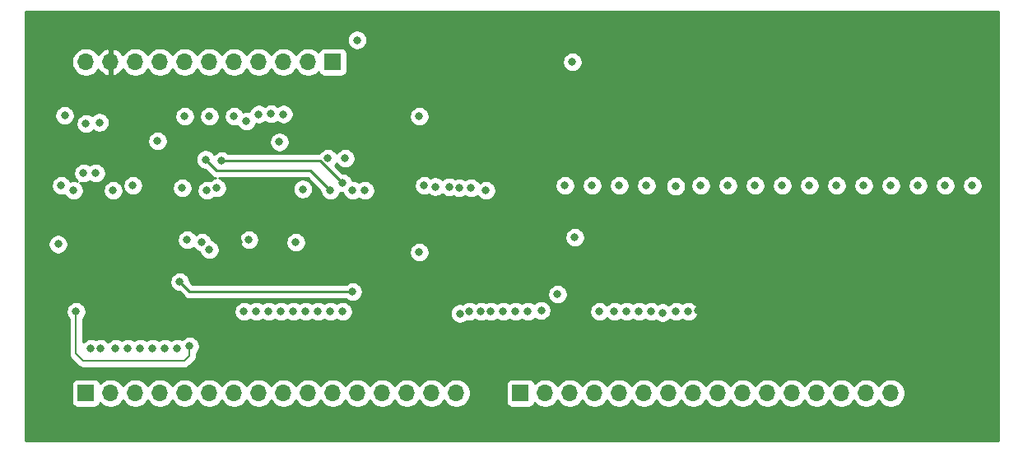
<source format=gbr>
%TF.GenerationSoftware,KiCad,Pcbnew,(5.1.10-1-10_14)*%
%TF.CreationDate,2021-11-12T19:59:20-05:00*%
%TF.ProjectId,address-register-smd,61646472-6573-4732-9d72-656769737465,rev?*%
%TF.SameCoordinates,Original*%
%TF.FileFunction,Copper,L3,Inr*%
%TF.FilePolarity,Positive*%
%FSLAX46Y46*%
G04 Gerber Fmt 4.6, Leading zero omitted, Abs format (unit mm)*
G04 Created by KiCad (PCBNEW (5.1.10-1-10_14)) date 2021-11-12 19:59:20*
%MOMM*%
%LPD*%
G01*
G04 APERTURE LIST*
%TA.AperFunction,ComponentPad*%
%ADD10O,1.700000X1.700000*%
%TD*%
%TA.AperFunction,ComponentPad*%
%ADD11R,1.700000X1.700000*%
%TD*%
%TA.AperFunction,ViaPad*%
%ADD12C,0.800000*%
%TD*%
%TA.AperFunction,Conductor*%
%ADD13C,0.250000*%
%TD*%
%TA.AperFunction,Conductor*%
%ADD14C,0.200000*%
%TD*%
%TA.AperFunction,Conductor*%
%ADD15C,0.254000*%
%TD*%
%TA.AperFunction,Conductor*%
%ADD16C,0.100000*%
%TD*%
G04 APERTURE END LIST*
D10*
%TO.N,VCC*%
%TO.C,J4*%
X60960000Y-115824000D03*
%TO.N,GND*%
X63500000Y-115824000D03*
%TO.N,CLOCK*%
X66040000Y-115824000D03*
%TO.N,CLEAR*%
X68580000Y-115824000D03*
%TO.N,DEC*%
X71120000Y-115824000D03*
%TO.N,INC*%
X73660000Y-115824000D03*
%TO.N,~LOAD*%
X76200000Y-115824000D03*
%TO.N,~BUS_OUT*%
X78740000Y-115824000D03*
%TO.N,~ADDR_OUT*%
X81280000Y-115824000D03*
%TO.N,CO*%
X83820000Y-115824000D03*
D11*
%TO.N,BO*%
X86360000Y-115824000D03*
%TD*%
D10*
%TO.N,ADDR15*%
%TO.C,J3*%
X143764000Y-149860000D03*
%TO.N,ADDR14*%
X141224000Y-149860000D03*
%TO.N,ADDR13*%
X138684000Y-149860000D03*
%TO.N,ADDR12*%
X136144000Y-149860000D03*
%TO.N,ADDR11*%
X133604000Y-149860000D03*
%TO.N,ADDR10*%
X131064000Y-149860000D03*
%TO.N,ADDR9*%
X128524000Y-149860000D03*
%TO.N,ADDR8*%
X125984000Y-149860000D03*
%TO.N,ADDR7*%
X123444000Y-149860000D03*
%TO.N,ADDR6*%
X120904000Y-149860000D03*
%TO.N,ADDR5*%
X118364000Y-149860000D03*
%TO.N,ADDR4*%
X115824000Y-149860000D03*
%TO.N,ADDR3*%
X113284000Y-149860000D03*
%TO.N,ADDR2*%
X110744000Y-149860000D03*
%TO.N,ADDR1*%
X108204000Y-149860000D03*
D11*
%TO.N,ADDR0*%
X105664000Y-149860000D03*
%TD*%
D10*
%TO.N,BUS15*%
%TO.C,J2*%
X99060000Y-149860000D03*
%TO.N,BUS14*%
X96520000Y-149860000D03*
%TO.N,BUS13*%
X93980000Y-149860000D03*
%TO.N,BUS12*%
X91440000Y-149860000D03*
%TO.N,BUS11*%
X88900000Y-149860000D03*
%TO.N,BUS10*%
X86360000Y-149860000D03*
%TO.N,BUS9*%
X83820000Y-149860000D03*
%TO.N,BUS8*%
X81280000Y-149860000D03*
%TO.N,BUS7*%
X78740000Y-149860000D03*
%TO.N,BUS6*%
X76200000Y-149860000D03*
%TO.N,BUS5*%
X73660000Y-149860000D03*
%TO.N,BUS4*%
X71120000Y-149860000D03*
%TO.N,BUS3*%
X68580000Y-149860000D03*
%TO.N,BUS2*%
X66040000Y-149860000D03*
%TO.N,BUS1*%
X63500000Y-149860000D03*
D11*
%TO.N,BUS0*%
X60960000Y-149860000D03*
%TD*%
D12*
%TO.N,VCC*%
X95250000Y-135382000D03*
X111252000Y-133858000D03*
X58100000Y-134554000D03*
X77724000Y-134112000D03*
X58784655Y-121329650D03*
X68326000Y-123952000D03*
X71120000Y-121412000D03*
X73660000Y-121412000D03*
X76200000Y-121412000D03*
X80865500Y-124045500D03*
X81280000Y-121194990D03*
X78740000Y-121194990D03*
X95250000Y-121412000D03*
%TO.N,GND*%
X90678000Y-143256000D03*
X116078000Y-133604000D03*
X91948000Y-137414000D03*
X56200000Y-134554000D03*
X111506000Y-120904000D03*
X125730000Y-120904000D03*
X152146000Y-121412000D03*
X131214500Y-121515500D03*
X123931869Y-141393018D03*
X109220000Y-141224000D03*
X66167000Y-132969000D03*
X58928000Y-119380000D03*
X78740000Y-133096000D03*
X71827115Y-141423115D03*
X68580000Y-121412000D03*
X92456000Y-123190000D03*
X91186000Y-129032000D03*
X105156000Y-130302000D03*
X76708000Y-134366000D03*
%TO.N,CLOCK*%
X70612000Y-138430000D03*
X88392000Y-139446000D03*
%TO.N,DEC*%
X60706000Y-127254000D03*
%TO.N,INC*%
X61976000Y-127254000D03*
%TO.N,~BUS_OUT*%
X77216000Y-141478000D03*
X71628000Y-145034000D03*
X59944000Y-141478000D03*
X80010000Y-121158000D03*
%TO.N,~ADDR_OUT*%
X109474000Y-139699990D03*
X88859378Y-113574990D03*
X110998000Y-115824000D03*
%TO.N,REG7*%
X70358000Y-145288000D03*
X132588000Y-128524000D03*
X107809982Y-141364018D03*
X73660000Y-135128000D03*
%TO.N,REG6*%
X106426000Y-141478000D03*
X69088000Y-145288000D03*
X135382000Y-128524000D03*
X72898000Y-134366000D03*
%TO.N,REG5*%
X105156000Y-141478000D03*
X67818000Y-145288000D03*
X138176000Y-128524000D03*
X70866000Y-128778000D03*
%TO.N,REG4*%
X103886000Y-141478000D03*
X66548000Y-145288000D03*
X140970000Y-128524000D03*
X71374000Y-134112000D03*
%TO.N,REG3*%
X102616000Y-141478000D03*
X65278000Y-145288000D03*
X143764000Y-128524000D03*
X65786000Y-128524000D03*
%TO.N,REG2*%
X101600000Y-141478000D03*
X64008000Y-145288000D03*
X146558000Y-128524000D03*
X63754000Y-129032000D03*
%TO.N,REG1*%
X62484000Y-145288000D03*
X100424600Y-141457778D03*
X149352000Y-128524000D03*
X58420000Y-128524000D03*
%TO.N,REG0*%
X61468000Y-145288000D03*
X99450088Y-141682164D03*
X152146000Y-128524000D03*
X59690000Y-129032000D03*
%TO.N,Net-(U2-Pad13)*%
X60960000Y-122174000D03*
X73406000Y-129032000D03*
%TO.N,Net-(U2-Pad12)*%
X62357000Y-122047000D03*
X74422000Y-128778000D03*
%TO.N,~LOAD*%
X77470000Y-121920000D03*
%TO.N,Net-(U3-Pad13)*%
X73279000Y-125857000D03*
X86106000Y-129032000D03*
%TO.N,Net-(U3-Pad12)*%
X74930000Y-125984000D03*
X87376000Y-128270000D03*
%TO.N,REG15*%
X87376000Y-141478000D03*
X122935478Y-141478044D03*
X102108000Y-129032000D03*
X110236000Y-128524000D03*
%TO.N,REG14*%
X121666000Y-141478000D03*
X86106000Y-141478000D03*
X100584000Y-128778000D03*
X113030000Y-128524000D03*
%TO.N,REG13*%
X84836000Y-141478000D03*
X120282015Y-141591979D03*
X95758000Y-128524000D03*
X115824000Y-128524000D03*
%TO.N,REG12*%
X119125999Y-141478001D03*
X83566000Y-141478000D03*
X96901000Y-128651000D03*
X118618000Y-128524000D03*
%TO.N,REG11*%
X117856000Y-141478000D03*
X82296000Y-141478000D03*
X89662000Y-129032000D03*
X121629010Y-128596586D03*
%TO.N,REG10*%
X116586000Y-141478000D03*
X81026000Y-141478000D03*
X124206000Y-128524000D03*
X88392000Y-129032000D03*
%TO.N,REG9*%
X115316000Y-141478000D03*
X79756000Y-141478000D03*
X127000000Y-128524000D03*
X83265020Y-128905000D03*
%TO.N,REG8*%
X113792000Y-141478000D03*
X78486000Y-141478000D03*
X129794000Y-128524000D03*
X82550000Y-134366000D03*
%TO.N,Net-(U5-Pad13)*%
X85852000Y-125730000D03*
X98351011Y-128674790D03*
%TO.N,Net-(U5-Pad12)*%
X87630000Y-125730000D03*
X99345328Y-128781356D03*
%TD*%
D13*
%TO.N,CLOCK*%
X70612000Y-138430000D02*
X71628000Y-139446000D01*
X71628000Y-139446000D02*
X88392000Y-139446000D01*
D14*
%TO.N,~BUS_OUT*%
X71628000Y-145034000D02*
X71628000Y-146050000D01*
X71628000Y-146050000D02*
X71120000Y-146558000D01*
X71120000Y-146558000D02*
X60706000Y-146558000D01*
X60706000Y-146558000D02*
X59944000Y-145796000D01*
X59944000Y-145796000D02*
X59944000Y-141478000D01*
D13*
%TO.N,Net-(U3-Pad13)*%
X73279000Y-125857000D02*
X74422000Y-127000000D01*
X74422000Y-127000000D02*
X84074000Y-127000000D01*
X84074000Y-127000000D02*
X86106000Y-129032000D01*
%TO.N,Net-(U3-Pad12)*%
X85032998Y-125984000D02*
X87318998Y-128270000D01*
X74930000Y-125984000D02*
X85032998Y-125984000D01*
X87318998Y-128270000D02*
X87376000Y-128270000D01*
%TD*%
D15*
%TO.N,GND*%
X154788001Y-154788000D02*
X54762000Y-154788000D01*
X54762000Y-149010000D01*
X59471928Y-149010000D01*
X59471928Y-150710000D01*
X59484188Y-150834482D01*
X59520498Y-150954180D01*
X59579463Y-151064494D01*
X59658815Y-151161185D01*
X59755506Y-151240537D01*
X59865820Y-151299502D01*
X59985518Y-151335812D01*
X60110000Y-151348072D01*
X61810000Y-151348072D01*
X61934482Y-151335812D01*
X62054180Y-151299502D01*
X62164494Y-151240537D01*
X62261185Y-151161185D01*
X62340537Y-151064494D01*
X62399502Y-150954180D01*
X62421513Y-150881620D01*
X62553368Y-151013475D01*
X62796589Y-151175990D01*
X63066842Y-151287932D01*
X63353740Y-151345000D01*
X63646260Y-151345000D01*
X63933158Y-151287932D01*
X64203411Y-151175990D01*
X64446632Y-151013475D01*
X64653475Y-150806632D01*
X64770000Y-150632240D01*
X64886525Y-150806632D01*
X65093368Y-151013475D01*
X65336589Y-151175990D01*
X65606842Y-151287932D01*
X65893740Y-151345000D01*
X66186260Y-151345000D01*
X66473158Y-151287932D01*
X66743411Y-151175990D01*
X66986632Y-151013475D01*
X67193475Y-150806632D01*
X67310000Y-150632240D01*
X67426525Y-150806632D01*
X67633368Y-151013475D01*
X67876589Y-151175990D01*
X68146842Y-151287932D01*
X68433740Y-151345000D01*
X68726260Y-151345000D01*
X69013158Y-151287932D01*
X69283411Y-151175990D01*
X69526632Y-151013475D01*
X69733475Y-150806632D01*
X69850000Y-150632240D01*
X69966525Y-150806632D01*
X70173368Y-151013475D01*
X70416589Y-151175990D01*
X70686842Y-151287932D01*
X70973740Y-151345000D01*
X71266260Y-151345000D01*
X71553158Y-151287932D01*
X71823411Y-151175990D01*
X72066632Y-151013475D01*
X72273475Y-150806632D01*
X72390000Y-150632240D01*
X72506525Y-150806632D01*
X72713368Y-151013475D01*
X72956589Y-151175990D01*
X73226842Y-151287932D01*
X73513740Y-151345000D01*
X73806260Y-151345000D01*
X74093158Y-151287932D01*
X74363411Y-151175990D01*
X74606632Y-151013475D01*
X74813475Y-150806632D01*
X74930000Y-150632240D01*
X75046525Y-150806632D01*
X75253368Y-151013475D01*
X75496589Y-151175990D01*
X75766842Y-151287932D01*
X76053740Y-151345000D01*
X76346260Y-151345000D01*
X76633158Y-151287932D01*
X76903411Y-151175990D01*
X77146632Y-151013475D01*
X77353475Y-150806632D01*
X77470000Y-150632240D01*
X77586525Y-150806632D01*
X77793368Y-151013475D01*
X78036589Y-151175990D01*
X78306842Y-151287932D01*
X78593740Y-151345000D01*
X78886260Y-151345000D01*
X79173158Y-151287932D01*
X79443411Y-151175990D01*
X79686632Y-151013475D01*
X79893475Y-150806632D01*
X80010000Y-150632240D01*
X80126525Y-150806632D01*
X80333368Y-151013475D01*
X80576589Y-151175990D01*
X80846842Y-151287932D01*
X81133740Y-151345000D01*
X81426260Y-151345000D01*
X81713158Y-151287932D01*
X81983411Y-151175990D01*
X82226632Y-151013475D01*
X82433475Y-150806632D01*
X82550000Y-150632240D01*
X82666525Y-150806632D01*
X82873368Y-151013475D01*
X83116589Y-151175990D01*
X83386842Y-151287932D01*
X83673740Y-151345000D01*
X83966260Y-151345000D01*
X84253158Y-151287932D01*
X84523411Y-151175990D01*
X84766632Y-151013475D01*
X84973475Y-150806632D01*
X85090000Y-150632240D01*
X85206525Y-150806632D01*
X85413368Y-151013475D01*
X85656589Y-151175990D01*
X85926842Y-151287932D01*
X86213740Y-151345000D01*
X86506260Y-151345000D01*
X86793158Y-151287932D01*
X87063411Y-151175990D01*
X87306632Y-151013475D01*
X87513475Y-150806632D01*
X87630000Y-150632240D01*
X87746525Y-150806632D01*
X87953368Y-151013475D01*
X88196589Y-151175990D01*
X88466842Y-151287932D01*
X88753740Y-151345000D01*
X89046260Y-151345000D01*
X89333158Y-151287932D01*
X89603411Y-151175990D01*
X89846632Y-151013475D01*
X90053475Y-150806632D01*
X90170000Y-150632240D01*
X90286525Y-150806632D01*
X90493368Y-151013475D01*
X90736589Y-151175990D01*
X91006842Y-151287932D01*
X91293740Y-151345000D01*
X91586260Y-151345000D01*
X91873158Y-151287932D01*
X92143411Y-151175990D01*
X92386632Y-151013475D01*
X92593475Y-150806632D01*
X92710000Y-150632240D01*
X92826525Y-150806632D01*
X93033368Y-151013475D01*
X93276589Y-151175990D01*
X93546842Y-151287932D01*
X93833740Y-151345000D01*
X94126260Y-151345000D01*
X94413158Y-151287932D01*
X94683411Y-151175990D01*
X94926632Y-151013475D01*
X95133475Y-150806632D01*
X95250000Y-150632240D01*
X95366525Y-150806632D01*
X95573368Y-151013475D01*
X95816589Y-151175990D01*
X96086842Y-151287932D01*
X96373740Y-151345000D01*
X96666260Y-151345000D01*
X96953158Y-151287932D01*
X97223411Y-151175990D01*
X97466632Y-151013475D01*
X97673475Y-150806632D01*
X97790000Y-150632240D01*
X97906525Y-150806632D01*
X98113368Y-151013475D01*
X98356589Y-151175990D01*
X98626842Y-151287932D01*
X98913740Y-151345000D01*
X99206260Y-151345000D01*
X99493158Y-151287932D01*
X99763411Y-151175990D01*
X100006632Y-151013475D01*
X100213475Y-150806632D01*
X100375990Y-150563411D01*
X100487932Y-150293158D01*
X100545000Y-150006260D01*
X100545000Y-149713740D01*
X100487932Y-149426842D01*
X100375990Y-149156589D01*
X100278043Y-149010000D01*
X104175928Y-149010000D01*
X104175928Y-150710000D01*
X104188188Y-150834482D01*
X104224498Y-150954180D01*
X104283463Y-151064494D01*
X104362815Y-151161185D01*
X104459506Y-151240537D01*
X104569820Y-151299502D01*
X104689518Y-151335812D01*
X104814000Y-151348072D01*
X106514000Y-151348072D01*
X106638482Y-151335812D01*
X106758180Y-151299502D01*
X106868494Y-151240537D01*
X106965185Y-151161185D01*
X107044537Y-151064494D01*
X107103502Y-150954180D01*
X107125513Y-150881620D01*
X107257368Y-151013475D01*
X107500589Y-151175990D01*
X107770842Y-151287932D01*
X108057740Y-151345000D01*
X108350260Y-151345000D01*
X108637158Y-151287932D01*
X108907411Y-151175990D01*
X109150632Y-151013475D01*
X109357475Y-150806632D01*
X109474000Y-150632240D01*
X109590525Y-150806632D01*
X109797368Y-151013475D01*
X110040589Y-151175990D01*
X110310842Y-151287932D01*
X110597740Y-151345000D01*
X110890260Y-151345000D01*
X111177158Y-151287932D01*
X111447411Y-151175990D01*
X111690632Y-151013475D01*
X111897475Y-150806632D01*
X112014000Y-150632240D01*
X112130525Y-150806632D01*
X112337368Y-151013475D01*
X112580589Y-151175990D01*
X112850842Y-151287932D01*
X113137740Y-151345000D01*
X113430260Y-151345000D01*
X113717158Y-151287932D01*
X113987411Y-151175990D01*
X114230632Y-151013475D01*
X114437475Y-150806632D01*
X114554000Y-150632240D01*
X114670525Y-150806632D01*
X114877368Y-151013475D01*
X115120589Y-151175990D01*
X115390842Y-151287932D01*
X115677740Y-151345000D01*
X115970260Y-151345000D01*
X116257158Y-151287932D01*
X116527411Y-151175990D01*
X116770632Y-151013475D01*
X116977475Y-150806632D01*
X117094000Y-150632240D01*
X117210525Y-150806632D01*
X117417368Y-151013475D01*
X117660589Y-151175990D01*
X117930842Y-151287932D01*
X118217740Y-151345000D01*
X118510260Y-151345000D01*
X118797158Y-151287932D01*
X119067411Y-151175990D01*
X119310632Y-151013475D01*
X119517475Y-150806632D01*
X119634000Y-150632240D01*
X119750525Y-150806632D01*
X119957368Y-151013475D01*
X120200589Y-151175990D01*
X120470842Y-151287932D01*
X120757740Y-151345000D01*
X121050260Y-151345000D01*
X121337158Y-151287932D01*
X121607411Y-151175990D01*
X121850632Y-151013475D01*
X122057475Y-150806632D01*
X122174000Y-150632240D01*
X122290525Y-150806632D01*
X122497368Y-151013475D01*
X122740589Y-151175990D01*
X123010842Y-151287932D01*
X123297740Y-151345000D01*
X123590260Y-151345000D01*
X123877158Y-151287932D01*
X124147411Y-151175990D01*
X124390632Y-151013475D01*
X124597475Y-150806632D01*
X124714000Y-150632240D01*
X124830525Y-150806632D01*
X125037368Y-151013475D01*
X125280589Y-151175990D01*
X125550842Y-151287932D01*
X125837740Y-151345000D01*
X126130260Y-151345000D01*
X126417158Y-151287932D01*
X126687411Y-151175990D01*
X126930632Y-151013475D01*
X127137475Y-150806632D01*
X127254000Y-150632240D01*
X127370525Y-150806632D01*
X127577368Y-151013475D01*
X127820589Y-151175990D01*
X128090842Y-151287932D01*
X128377740Y-151345000D01*
X128670260Y-151345000D01*
X128957158Y-151287932D01*
X129227411Y-151175990D01*
X129470632Y-151013475D01*
X129677475Y-150806632D01*
X129794000Y-150632240D01*
X129910525Y-150806632D01*
X130117368Y-151013475D01*
X130360589Y-151175990D01*
X130630842Y-151287932D01*
X130917740Y-151345000D01*
X131210260Y-151345000D01*
X131497158Y-151287932D01*
X131767411Y-151175990D01*
X132010632Y-151013475D01*
X132217475Y-150806632D01*
X132334000Y-150632240D01*
X132450525Y-150806632D01*
X132657368Y-151013475D01*
X132900589Y-151175990D01*
X133170842Y-151287932D01*
X133457740Y-151345000D01*
X133750260Y-151345000D01*
X134037158Y-151287932D01*
X134307411Y-151175990D01*
X134550632Y-151013475D01*
X134757475Y-150806632D01*
X134874000Y-150632240D01*
X134990525Y-150806632D01*
X135197368Y-151013475D01*
X135440589Y-151175990D01*
X135710842Y-151287932D01*
X135997740Y-151345000D01*
X136290260Y-151345000D01*
X136577158Y-151287932D01*
X136847411Y-151175990D01*
X137090632Y-151013475D01*
X137297475Y-150806632D01*
X137414000Y-150632240D01*
X137530525Y-150806632D01*
X137737368Y-151013475D01*
X137980589Y-151175990D01*
X138250842Y-151287932D01*
X138537740Y-151345000D01*
X138830260Y-151345000D01*
X139117158Y-151287932D01*
X139387411Y-151175990D01*
X139630632Y-151013475D01*
X139837475Y-150806632D01*
X139954000Y-150632240D01*
X140070525Y-150806632D01*
X140277368Y-151013475D01*
X140520589Y-151175990D01*
X140790842Y-151287932D01*
X141077740Y-151345000D01*
X141370260Y-151345000D01*
X141657158Y-151287932D01*
X141927411Y-151175990D01*
X142170632Y-151013475D01*
X142377475Y-150806632D01*
X142494000Y-150632240D01*
X142610525Y-150806632D01*
X142817368Y-151013475D01*
X143060589Y-151175990D01*
X143330842Y-151287932D01*
X143617740Y-151345000D01*
X143910260Y-151345000D01*
X144197158Y-151287932D01*
X144467411Y-151175990D01*
X144710632Y-151013475D01*
X144917475Y-150806632D01*
X145079990Y-150563411D01*
X145191932Y-150293158D01*
X145249000Y-150006260D01*
X145249000Y-149713740D01*
X145191932Y-149426842D01*
X145079990Y-149156589D01*
X144917475Y-148913368D01*
X144710632Y-148706525D01*
X144467411Y-148544010D01*
X144197158Y-148432068D01*
X143910260Y-148375000D01*
X143617740Y-148375000D01*
X143330842Y-148432068D01*
X143060589Y-148544010D01*
X142817368Y-148706525D01*
X142610525Y-148913368D01*
X142494000Y-149087760D01*
X142377475Y-148913368D01*
X142170632Y-148706525D01*
X141927411Y-148544010D01*
X141657158Y-148432068D01*
X141370260Y-148375000D01*
X141077740Y-148375000D01*
X140790842Y-148432068D01*
X140520589Y-148544010D01*
X140277368Y-148706525D01*
X140070525Y-148913368D01*
X139954000Y-149087760D01*
X139837475Y-148913368D01*
X139630632Y-148706525D01*
X139387411Y-148544010D01*
X139117158Y-148432068D01*
X138830260Y-148375000D01*
X138537740Y-148375000D01*
X138250842Y-148432068D01*
X137980589Y-148544010D01*
X137737368Y-148706525D01*
X137530525Y-148913368D01*
X137414000Y-149087760D01*
X137297475Y-148913368D01*
X137090632Y-148706525D01*
X136847411Y-148544010D01*
X136577158Y-148432068D01*
X136290260Y-148375000D01*
X135997740Y-148375000D01*
X135710842Y-148432068D01*
X135440589Y-148544010D01*
X135197368Y-148706525D01*
X134990525Y-148913368D01*
X134874000Y-149087760D01*
X134757475Y-148913368D01*
X134550632Y-148706525D01*
X134307411Y-148544010D01*
X134037158Y-148432068D01*
X133750260Y-148375000D01*
X133457740Y-148375000D01*
X133170842Y-148432068D01*
X132900589Y-148544010D01*
X132657368Y-148706525D01*
X132450525Y-148913368D01*
X132334000Y-149087760D01*
X132217475Y-148913368D01*
X132010632Y-148706525D01*
X131767411Y-148544010D01*
X131497158Y-148432068D01*
X131210260Y-148375000D01*
X130917740Y-148375000D01*
X130630842Y-148432068D01*
X130360589Y-148544010D01*
X130117368Y-148706525D01*
X129910525Y-148913368D01*
X129794000Y-149087760D01*
X129677475Y-148913368D01*
X129470632Y-148706525D01*
X129227411Y-148544010D01*
X128957158Y-148432068D01*
X128670260Y-148375000D01*
X128377740Y-148375000D01*
X128090842Y-148432068D01*
X127820589Y-148544010D01*
X127577368Y-148706525D01*
X127370525Y-148913368D01*
X127254000Y-149087760D01*
X127137475Y-148913368D01*
X126930632Y-148706525D01*
X126687411Y-148544010D01*
X126417158Y-148432068D01*
X126130260Y-148375000D01*
X125837740Y-148375000D01*
X125550842Y-148432068D01*
X125280589Y-148544010D01*
X125037368Y-148706525D01*
X124830525Y-148913368D01*
X124714000Y-149087760D01*
X124597475Y-148913368D01*
X124390632Y-148706525D01*
X124147411Y-148544010D01*
X123877158Y-148432068D01*
X123590260Y-148375000D01*
X123297740Y-148375000D01*
X123010842Y-148432068D01*
X122740589Y-148544010D01*
X122497368Y-148706525D01*
X122290525Y-148913368D01*
X122174000Y-149087760D01*
X122057475Y-148913368D01*
X121850632Y-148706525D01*
X121607411Y-148544010D01*
X121337158Y-148432068D01*
X121050260Y-148375000D01*
X120757740Y-148375000D01*
X120470842Y-148432068D01*
X120200589Y-148544010D01*
X119957368Y-148706525D01*
X119750525Y-148913368D01*
X119634000Y-149087760D01*
X119517475Y-148913368D01*
X119310632Y-148706525D01*
X119067411Y-148544010D01*
X118797158Y-148432068D01*
X118510260Y-148375000D01*
X118217740Y-148375000D01*
X117930842Y-148432068D01*
X117660589Y-148544010D01*
X117417368Y-148706525D01*
X117210525Y-148913368D01*
X117094000Y-149087760D01*
X116977475Y-148913368D01*
X116770632Y-148706525D01*
X116527411Y-148544010D01*
X116257158Y-148432068D01*
X115970260Y-148375000D01*
X115677740Y-148375000D01*
X115390842Y-148432068D01*
X115120589Y-148544010D01*
X114877368Y-148706525D01*
X114670525Y-148913368D01*
X114554000Y-149087760D01*
X114437475Y-148913368D01*
X114230632Y-148706525D01*
X113987411Y-148544010D01*
X113717158Y-148432068D01*
X113430260Y-148375000D01*
X113137740Y-148375000D01*
X112850842Y-148432068D01*
X112580589Y-148544010D01*
X112337368Y-148706525D01*
X112130525Y-148913368D01*
X112014000Y-149087760D01*
X111897475Y-148913368D01*
X111690632Y-148706525D01*
X111447411Y-148544010D01*
X111177158Y-148432068D01*
X110890260Y-148375000D01*
X110597740Y-148375000D01*
X110310842Y-148432068D01*
X110040589Y-148544010D01*
X109797368Y-148706525D01*
X109590525Y-148913368D01*
X109474000Y-149087760D01*
X109357475Y-148913368D01*
X109150632Y-148706525D01*
X108907411Y-148544010D01*
X108637158Y-148432068D01*
X108350260Y-148375000D01*
X108057740Y-148375000D01*
X107770842Y-148432068D01*
X107500589Y-148544010D01*
X107257368Y-148706525D01*
X107125513Y-148838380D01*
X107103502Y-148765820D01*
X107044537Y-148655506D01*
X106965185Y-148558815D01*
X106868494Y-148479463D01*
X106758180Y-148420498D01*
X106638482Y-148384188D01*
X106514000Y-148371928D01*
X104814000Y-148371928D01*
X104689518Y-148384188D01*
X104569820Y-148420498D01*
X104459506Y-148479463D01*
X104362815Y-148558815D01*
X104283463Y-148655506D01*
X104224498Y-148765820D01*
X104188188Y-148885518D01*
X104175928Y-149010000D01*
X100278043Y-149010000D01*
X100213475Y-148913368D01*
X100006632Y-148706525D01*
X99763411Y-148544010D01*
X99493158Y-148432068D01*
X99206260Y-148375000D01*
X98913740Y-148375000D01*
X98626842Y-148432068D01*
X98356589Y-148544010D01*
X98113368Y-148706525D01*
X97906525Y-148913368D01*
X97790000Y-149087760D01*
X97673475Y-148913368D01*
X97466632Y-148706525D01*
X97223411Y-148544010D01*
X96953158Y-148432068D01*
X96666260Y-148375000D01*
X96373740Y-148375000D01*
X96086842Y-148432068D01*
X95816589Y-148544010D01*
X95573368Y-148706525D01*
X95366525Y-148913368D01*
X95250000Y-149087760D01*
X95133475Y-148913368D01*
X94926632Y-148706525D01*
X94683411Y-148544010D01*
X94413158Y-148432068D01*
X94126260Y-148375000D01*
X93833740Y-148375000D01*
X93546842Y-148432068D01*
X93276589Y-148544010D01*
X93033368Y-148706525D01*
X92826525Y-148913368D01*
X92710000Y-149087760D01*
X92593475Y-148913368D01*
X92386632Y-148706525D01*
X92143411Y-148544010D01*
X91873158Y-148432068D01*
X91586260Y-148375000D01*
X91293740Y-148375000D01*
X91006842Y-148432068D01*
X90736589Y-148544010D01*
X90493368Y-148706525D01*
X90286525Y-148913368D01*
X90170000Y-149087760D01*
X90053475Y-148913368D01*
X89846632Y-148706525D01*
X89603411Y-148544010D01*
X89333158Y-148432068D01*
X89046260Y-148375000D01*
X88753740Y-148375000D01*
X88466842Y-148432068D01*
X88196589Y-148544010D01*
X87953368Y-148706525D01*
X87746525Y-148913368D01*
X87630000Y-149087760D01*
X87513475Y-148913368D01*
X87306632Y-148706525D01*
X87063411Y-148544010D01*
X86793158Y-148432068D01*
X86506260Y-148375000D01*
X86213740Y-148375000D01*
X85926842Y-148432068D01*
X85656589Y-148544010D01*
X85413368Y-148706525D01*
X85206525Y-148913368D01*
X85090000Y-149087760D01*
X84973475Y-148913368D01*
X84766632Y-148706525D01*
X84523411Y-148544010D01*
X84253158Y-148432068D01*
X83966260Y-148375000D01*
X83673740Y-148375000D01*
X83386842Y-148432068D01*
X83116589Y-148544010D01*
X82873368Y-148706525D01*
X82666525Y-148913368D01*
X82550000Y-149087760D01*
X82433475Y-148913368D01*
X82226632Y-148706525D01*
X81983411Y-148544010D01*
X81713158Y-148432068D01*
X81426260Y-148375000D01*
X81133740Y-148375000D01*
X80846842Y-148432068D01*
X80576589Y-148544010D01*
X80333368Y-148706525D01*
X80126525Y-148913368D01*
X80010000Y-149087760D01*
X79893475Y-148913368D01*
X79686632Y-148706525D01*
X79443411Y-148544010D01*
X79173158Y-148432068D01*
X78886260Y-148375000D01*
X78593740Y-148375000D01*
X78306842Y-148432068D01*
X78036589Y-148544010D01*
X77793368Y-148706525D01*
X77586525Y-148913368D01*
X77470000Y-149087760D01*
X77353475Y-148913368D01*
X77146632Y-148706525D01*
X76903411Y-148544010D01*
X76633158Y-148432068D01*
X76346260Y-148375000D01*
X76053740Y-148375000D01*
X75766842Y-148432068D01*
X75496589Y-148544010D01*
X75253368Y-148706525D01*
X75046525Y-148913368D01*
X74930000Y-149087760D01*
X74813475Y-148913368D01*
X74606632Y-148706525D01*
X74363411Y-148544010D01*
X74093158Y-148432068D01*
X73806260Y-148375000D01*
X73513740Y-148375000D01*
X73226842Y-148432068D01*
X72956589Y-148544010D01*
X72713368Y-148706525D01*
X72506525Y-148913368D01*
X72390000Y-149087760D01*
X72273475Y-148913368D01*
X72066632Y-148706525D01*
X71823411Y-148544010D01*
X71553158Y-148432068D01*
X71266260Y-148375000D01*
X70973740Y-148375000D01*
X70686842Y-148432068D01*
X70416589Y-148544010D01*
X70173368Y-148706525D01*
X69966525Y-148913368D01*
X69850000Y-149087760D01*
X69733475Y-148913368D01*
X69526632Y-148706525D01*
X69283411Y-148544010D01*
X69013158Y-148432068D01*
X68726260Y-148375000D01*
X68433740Y-148375000D01*
X68146842Y-148432068D01*
X67876589Y-148544010D01*
X67633368Y-148706525D01*
X67426525Y-148913368D01*
X67310000Y-149087760D01*
X67193475Y-148913368D01*
X66986632Y-148706525D01*
X66743411Y-148544010D01*
X66473158Y-148432068D01*
X66186260Y-148375000D01*
X65893740Y-148375000D01*
X65606842Y-148432068D01*
X65336589Y-148544010D01*
X65093368Y-148706525D01*
X64886525Y-148913368D01*
X64770000Y-149087760D01*
X64653475Y-148913368D01*
X64446632Y-148706525D01*
X64203411Y-148544010D01*
X63933158Y-148432068D01*
X63646260Y-148375000D01*
X63353740Y-148375000D01*
X63066842Y-148432068D01*
X62796589Y-148544010D01*
X62553368Y-148706525D01*
X62421513Y-148838380D01*
X62399502Y-148765820D01*
X62340537Y-148655506D01*
X62261185Y-148558815D01*
X62164494Y-148479463D01*
X62054180Y-148420498D01*
X61934482Y-148384188D01*
X61810000Y-148371928D01*
X60110000Y-148371928D01*
X59985518Y-148384188D01*
X59865820Y-148420498D01*
X59755506Y-148479463D01*
X59658815Y-148558815D01*
X59579463Y-148655506D01*
X59520498Y-148765820D01*
X59484188Y-148885518D01*
X59471928Y-149010000D01*
X54762000Y-149010000D01*
X54762000Y-141376061D01*
X58909000Y-141376061D01*
X58909000Y-141579939D01*
X58948774Y-141779898D01*
X59026795Y-141968256D01*
X59140063Y-142137774D01*
X59209001Y-142206712D01*
X59209000Y-145759895D01*
X59205444Y-145796000D01*
X59219635Y-145940085D01*
X59232384Y-145982113D01*
X59261663Y-146078632D01*
X59329913Y-146206319D01*
X59421762Y-146318237D01*
X59449808Y-146341254D01*
X60160746Y-147052193D01*
X60183762Y-147080238D01*
X60211806Y-147103253D01*
X60295680Y-147172087D01*
X60423366Y-147240337D01*
X60561915Y-147282365D01*
X60706000Y-147296556D01*
X60742105Y-147293000D01*
X71083895Y-147293000D01*
X71120000Y-147296556D01*
X71156105Y-147293000D01*
X71264085Y-147282365D01*
X71402633Y-147240337D01*
X71530320Y-147172087D01*
X71642238Y-147080238D01*
X71665258Y-147052188D01*
X72122192Y-146595254D01*
X72150238Y-146572238D01*
X72242087Y-146460320D01*
X72310337Y-146332633D01*
X72352365Y-146194085D01*
X72363000Y-146086105D01*
X72363000Y-146086096D01*
X72366555Y-146050001D01*
X72363000Y-146013906D01*
X72363000Y-145762711D01*
X72431937Y-145693774D01*
X72545205Y-145524256D01*
X72623226Y-145335898D01*
X72663000Y-145135939D01*
X72663000Y-144932061D01*
X72623226Y-144732102D01*
X72545205Y-144543744D01*
X72431937Y-144374226D01*
X72287774Y-144230063D01*
X72118256Y-144116795D01*
X71929898Y-144038774D01*
X71729939Y-143999000D01*
X71526061Y-143999000D01*
X71326102Y-144038774D01*
X71137744Y-144116795D01*
X70968226Y-144230063D01*
X70833575Y-144364714D01*
X70659898Y-144292774D01*
X70459939Y-144253000D01*
X70256061Y-144253000D01*
X70056102Y-144292774D01*
X69867744Y-144370795D01*
X69723000Y-144467510D01*
X69578256Y-144370795D01*
X69389898Y-144292774D01*
X69189939Y-144253000D01*
X68986061Y-144253000D01*
X68786102Y-144292774D01*
X68597744Y-144370795D01*
X68453000Y-144467510D01*
X68308256Y-144370795D01*
X68119898Y-144292774D01*
X67919939Y-144253000D01*
X67716061Y-144253000D01*
X67516102Y-144292774D01*
X67327744Y-144370795D01*
X67183000Y-144467510D01*
X67038256Y-144370795D01*
X66849898Y-144292774D01*
X66649939Y-144253000D01*
X66446061Y-144253000D01*
X66246102Y-144292774D01*
X66057744Y-144370795D01*
X65913000Y-144467510D01*
X65768256Y-144370795D01*
X65579898Y-144292774D01*
X65379939Y-144253000D01*
X65176061Y-144253000D01*
X64976102Y-144292774D01*
X64787744Y-144370795D01*
X64643000Y-144467510D01*
X64498256Y-144370795D01*
X64309898Y-144292774D01*
X64109939Y-144253000D01*
X63906061Y-144253000D01*
X63706102Y-144292774D01*
X63517744Y-144370795D01*
X63348226Y-144484063D01*
X63246000Y-144586289D01*
X63143774Y-144484063D01*
X62974256Y-144370795D01*
X62785898Y-144292774D01*
X62585939Y-144253000D01*
X62382061Y-144253000D01*
X62182102Y-144292774D01*
X61993744Y-144370795D01*
X61976000Y-144382651D01*
X61958256Y-144370795D01*
X61769898Y-144292774D01*
X61569939Y-144253000D01*
X61366061Y-144253000D01*
X61166102Y-144292774D01*
X60977744Y-144370795D01*
X60808226Y-144484063D01*
X60679000Y-144613289D01*
X60679000Y-142206711D01*
X60747937Y-142137774D01*
X60861205Y-141968256D01*
X60939226Y-141779898D01*
X60979000Y-141579939D01*
X60979000Y-141376061D01*
X76181000Y-141376061D01*
X76181000Y-141579939D01*
X76220774Y-141779898D01*
X76298795Y-141968256D01*
X76412063Y-142137774D01*
X76556226Y-142281937D01*
X76725744Y-142395205D01*
X76914102Y-142473226D01*
X77114061Y-142513000D01*
X77317939Y-142513000D01*
X77517898Y-142473226D01*
X77706256Y-142395205D01*
X77851000Y-142298490D01*
X77995744Y-142395205D01*
X78184102Y-142473226D01*
X78384061Y-142513000D01*
X78587939Y-142513000D01*
X78787898Y-142473226D01*
X78976256Y-142395205D01*
X79121000Y-142298490D01*
X79265744Y-142395205D01*
X79454102Y-142473226D01*
X79654061Y-142513000D01*
X79857939Y-142513000D01*
X80057898Y-142473226D01*
X80246256Y-142395205D01*
X80391000Y-142298490D01*
X80535744Y-142395205D01*
X80724102Y-142473226D01*
X80924061Y-142513000D01*
X81127939Y-142513000D01*
X81327898Y-142473226D01*
X81516256Y-142395205D01*
X81661000Y-142298490D01*
X81805744Y-142395205D01*
X81994102Y-142473226D01*
X82194061Y-142513000D01*
X82397939Y-142513000D01*
X82597898Y-142473226D01*
X82786256Y-142395205D01*
X82931000Y-142298490D01*
X83075744Y-142395205D01*
X83264102Y-142473226D01*
X83464061Y-142513000D01*
X83667939Y-142513000D01*
X83867898Y-142473226D01*
X84056256Y-142395205D01*
X84201000Y-142298490D01*
X84345744Y-142395205D01*
X84534102Y-142473226D01*
X84734061Y-142513000D01*
X84937939Y-142513000D01*
X85137898Y-142473226D01*
X85326256Y-142395205D01*
X85471000Y-142298490D01*
X85615744Y-142395205D01*
X85804102Y-142473226D01*
X86004061Y-142513000D01*
X86207939Y-142513000D01*
X86407898Y-142473226D01*
X86596256Y-142395205D01*
X86741000Y-142298490D01*
X86885744Y-142395205D01*
X87074102Y-142473226D01*
X87274061Y-142513000D01*
X87477939Y-142513000D01*
X87677898Y-142473226D01*
X87866256Y-142395205D01*
X88035774Y-142281937D01*
X88179937Y-142137774D01*
X88293205Y-141968256D01*
X88371226Y-141779898D01*
X88410943Y-141580225D01*
X98415088Y-141580225D01*
X98415088Y-141784103D01*
X98454862Y-141984062D01*
X98532883Y-142172420D01*
X98646151Y-142341938D01*
X98790314Y-142486101D01*
X98959832Y-142599369D01*
X99148190Y-142677390D01*
X99348149Y-142717164D01*
X99552027Y-142717164D01*
X99751986Y-142677390D01*
X99940344Y-142599369D01*
X100109862Y-142486101D01*
X100139598Y-142456365D01*
X100322661Y-142492778D01*
X100526539Y-142492778D01*
X100726498Y-142453004D01*
X100914856Y-142374983D01*
X100997168Y-142319984D01*
X101109744Y-142395205D01*
X101298102Y-142473226D01*
X101498061Y-142513000D01*
X101701939Y-142513000D01*
X101901898Y-142473226D01*
X102090256Y-142395205D01*
X102108000Y-142383349D01*
X102125744Y-142395205D01*
X102314102Y-142473226D01*
X102514061Y-142513000D01*
X102717939Y-142513000D01*
X102917898Y-142473226D01*
X103106256Y-142395205D01*
X103251000Y-142298490D01*
X103395744Y-142395205D01*
X103584102Y-142473226D01*
X103784061Y-142513000D01*
X103987939Y-142513000D01*
X104187898Y-142473226D01*
X104376256Y-142395205D01*
X104521000Y-142298490D01*
X104665744Y-142395205D01*
X104854102Y-142473226D01*
X105054061Y-142513000D01*
X105257939Y-142513000D01*
X105457898Y-142473226D01*
X105646256Y-142395205D01*
X105791000Y-142298490D01*
X105935744Y-142395205D01*
X106124102Y-142473226D01*
X106324061Y-142513000D01*
X106527939Y-142513000D01*
X106727898Y-142473226D01*
X106916256Y-142395205D01*
X107085774Y-142281937D01*
X107179910Y-142187801D01*
X107319726Y-142281223D01*
X107508084Y-142359244D01*
X107708043Y-142399018D01*
X107911921Y-142399018D01*
X108111880Y-142359244D01*
X108300238Y-142281223D01*
X108469756Y-142167955D01*
X108613919Y-142023792D01*
X108727187Y-141854274D01*
X108805208Y-141665916D01*
X108844982Y-141465957D01*
X108844982Y-141376061D01*
X112757000Y-141376061D01*
X112757000Y-141579939D01*
X112796774Y-141779898D01*
X112874795Y-141968256D01*
X112988063Y-142137774D01*
X113132226Y-142281937D01*
X113301744Y-142395205D01*
X113490102Y-142473226D01*
X113690061Y-142513000D01*
X113893939Y-142513000D01*
X114093898Y-142473226D01*
X114282256Y-142395205D01*
X114451774Y-142281937D01*
X114554000Y-142179711D01*
X114656226Y-142281937D01*
X114825744Y-142395205D01*
X115014102Y-142473226D01*
X115214061Y-142513000D01*
X115417939Y-142513000D01*
X115617898Y-142473226D01*
X115806256Y-142395205D01*
X115951000Y-142298490D01*
X116095744Y-142395205D01*
X116284102Y-142473226D01*
X116484061Y-142513000D01*
X116687939Y-142513000D01*
X116887898Y-142473226D01*
X117076256Y-142395205D01*
X117221000Y-142298490D01*
X117365744Y-142395205D01*
X117554102Y-142473226D01*
X117754061Y-142513000D01*
X117957939Y-142513000D01*
X118157898Y-142473226D01*
X118346256Y-142395205D01*
X118490999Y-142298491D01*
X118635743Y-142395206D01*
X118824101Y-142473227D01*
X119024060Y-142513001D01*
X119227938Y-142513001D01*
X119427897Y-142473227D01*
X119616255Y-142395206D01*
X119619418Y-142393093D01*
X119622241Y-142395916D01*
X119791759Y-142509184D01*
X119980117Y-142587205D01*
X120180076Y-142626979D01*
X120383954Y-142626979D01*
X120583913Y-142587205D01*
X120772271Y-142509184D01*
X120941789Y-142395916D01*
X121035924Y-142301781D01*
X121175744Y-142395205D01*
X121364102Y-142473226D01*
X121564061Y-142513000D01*
X121767939Y-142513000D01*
X121967898Y-142473226D01*
X122156256Y-142395205D01*
X122300706Y-142298687D01*
X122445222Y-142395249D01*
X122633580Y-142473270D01*
X122833539Y-142513044D01*
X123037417Y-142513044D01*
X123237376Y-142473270D01*
X123425734Y-142395249D01*
X123595252Y-142281981D01*
X123739415Y-142137818D01*
X123852683Y-141968300D01*
X123930704Y-141779942D01*
X123970478Y-141579983D01*
X123970478Y-141376105D01*
X123930704Y-141176146D01*
X123852683Y-140987788D01*
X123739415Y-140818270D01*
X123595252Y-140674107D01*
X123425734Y-140560839D01*
X123237376Y-140482818D01*
X123037417Y-140443044D01*
X122833539Y-140443044D01*
X122633580Y-140482818D01*
X122445222Y-140560839D01*
X122300772Y-140657357D01*
X122156256Y-140560795D01*
X121967898Y-140482774D01*
X121767939Y-140443000D01*
X121564061Y-140443000D01*
X121364102Y-140482774D01*
X121175744Y-140560795D01*
X121006226Y-140674063D01*
X120912091Y-140768198D01*
X120772271Y-140674774D01*
X120583913Y-140596753D01*
X120383954Y-140556979D01*
X120180076Y-140556979D01*
X119980117Y-140596753D01*
X119791759Y-140674774D01*
X119788596Y-140676887D01*
X119785773Y-140674064D01*
X119616255Y-140560796D01*
X119427897Y-140482775D01*
X119227938Y-140443001D01*
X119024060Y-140443001D01*
X118824101Y-140482775D01*
X118635743Y-140560796D01*
X118491000Y-140657510D01*
X118346256Y-140560795D01*
X118157898Y-140482774D01*
X117957939Y-140443000D01*
X117754061Y-140443000D01*
X117554102Y-140482774D01*
X117365744Y-140560795D01*
X117221000Y-140657510D01*
X117076256Y-140560795D01*
X116887898Y-140482774D01*
X116687939Y-140443000D01*
X116484061Y-140443000D01*
X116284102Y-140482774D01*
X116095744Y-140560795D01*
X115951000Y-140657510D01*
X115806256Y-140560795D01*
X115617898Y-140482774D01*
X115417939Y-140443000D01*
X115214061Y-140443000D01*
X115014102Y-140482774D01*
X114825744Y-140560795D01*
X114656226Y-140674063D01*
X114554000Y-140776289D01*
X114451774Y-140674063D01*
X114282256Y-140560795D01*
X114093898Y-140482774D01*
X113893939Y-140443000D01*
X113690061Y-140443000D01*
X113490102Y-140482774D01*
X113301744Y-140560795D01*
X113132226Y-140674063D01*
X112988063Y-140818226D01*
X112874795Y-140987744D01*
X112796774Y-141176102D01*
X112757000Y-141376061D01*
X108844982Y-141376061D01*
X108844982Y-141262079D01*
X108805208Y-141062120D01*
X108727187Y-140873762D01*
X108613919Y-140704244D01*
X108469756Y-140560081D01*
X108300238Y-140446813D01*
X108111880Y-140368792D01*
X107911921Y-140329018D01*
X107708043Y-140329018D01*
X107508084Y-140368792D01*
X107319726Y-140446813D01*
X107150208Y-140560081D01*
X107056072Y-140654217D01*
X106916256Y-140560795D01*
X106727898Y-140482774D01*
X106527939Y-140443000D01*
X106324061Y-140443000D01*
X106124102Y-140482774D01*
X105935744Y-140560795D01*
X105791000Y-140657510D01*
X105646256Y-140560795D01*
X105457898Y-140482774D01*
X105257939Y-140443000D01*
X105054061Y-140443000D01*
X104854102Y-140482774D01*
X104665744Y-140560795D01*
X104521000Y-140657510D01*
X104376256Y-140560795D01*
X104187898Y-140482774D01*
X103987939Y-140443000D01*
X103784061Y-140443000D01*
X103584102Y-140482774D01*
X103395744Y-140560795D01*
X103251000Y-140657510D01*
X103106256Y-140560795D01*
X102917898Y-140482774D01*
X102717939Y-140443000D01*
X102514061Y-140443000D01*
X102314102Y-140482774D01*
X102125744Y-140560795D01*
X102108000Y-140572651D01*
X102090256Y-140560795D01*
X101901898Y-140482774D01*
X101701939Y-140443000D01*
X101498061Y-140443000D01*
X101298102Y-140482774D01*
X101109744Y-140560795D01*
X101027432Y-140615794D01*
X100914856Y-140540573D01*
X100726498Y-140462552D01*
X100526539Y-140422778D01*
X100322661Y-140422778D01*
X100122702Y-140462552D01*
X99934344Y-140540573D01*
X99764826Y-140653841D01*
X99735090Y-140683577D01*
X99552027Y-140647164D01*
X99348149Y-140647164D01*
X99148190Y-140686938D01*
X98959832Y-140764959D01*
X98790314Y-140878227D01*
X98646151Y-141022390D01*
X98532883Y-141191908D01*
X98454862Y-141380266D01*
X98415088Y-141580225D01*
X88410943Y-141580225D01*
X88411000Y-141579939D01*
X88411000Y-141376061D01*
X88371226Y-141176102D01*
X88293205Y-140987744D01*
X88179937Y-140818226D01*
X88035774Y-140674063D01*
X87866256Y-140560795D01*
X87677898Y-140482774D01*
X87477939Y-140443000D01*
X87274061Y-140443000D01*
X87074102Y-140482774D01*
X86885744Y-140560795D01*
X86741000Y-140657510D01*
X86596256Y-140560795D01*
X86407898Y-140482774D01*
X86207939Y-140443000D01*
X86004061Y-140443000D01*
X85804102Y-140482774D01*
X85615744Y-140560795D01*
X85471000Y-140657510D01*
X85326256Y-140560795D01*
X85137898Y-140482774D01*
X84937939Y-140443000D01*
X84734061Y-140443000D01*
X84534102Y-140482774D01*
X84345744Y-140560795D01*
X84201000Y-140657510D01*
X84056256Y-140560795D01*
X83867898Y-140482774D01*
X83667939Y-140443000D01*
X83464061Y-140443000D01*
X83264102Y-140482774D01*
X83075744Y-140560795D01*
X82931000Y-140657510D01*
X82786256Y-140560795D01*
X82597898Y-140482774D01*
X82397939Y-140443000D01*
X82194061Y-140443000D01*
X81994102Y-140482774D01*
X81805744Y-140560795D01*
X81661000Y-140657510D01*
X81516256Y-140560795D01*
X81327898Y-140482774D01*
X81127939Y-140443000D01*
X80924061Y-140443000D01*
X80724102Y-140482774D01*
X80535744Y-140560795D01*
X80391000Y-140657510D01*
X80246256Y-140560795D01*
X80057898Y-140482774D01*
X79857939Y-140443000D01*
X79654061Y-140443000D01*
X79454102Y-140482774D01*
X79265744Y-140560795D01*
X79121000Y-140657510D01*
X78976256Y-140560795D01*
X78787898Y-140482774D01*
X78587939Y-140443000D01*
X78384061Y-140443000D01*
X78184102Y-140482774D01*
X77995744Y-140560795D01*
X77851000Y-140657510D01*
X77706256Y-140560795D01*
X77517898Y-140482774D01*
X77317939Y-140443000D01*
X77114061Y-140443000D01*
X76914102Y-140482774D01*
X76725744Y-140560795D01*
X76556226Y-140674063D01*
X76412063Y-140818226D01*
X76298795Y-140987744D01*
X76220774Y-141176102D01*
X76181000Y-141376061D01*
X60979000Y-141376061D01*
X60939226Y-141176102D01*
X60861205Y-140987744D01*
X60747937Y-140818226D01*
X60603774Y-140674063D01*
X60434256Y-140560795D01*
X60245898Y-140482774D01*
X60045939Y-140443000D01*
X59842061Y-140443000D01*
X59642102Y-140482774D01*
X59453744Y-140560795D01*
X59284226Y-140674063D01*
X59140063Y-140818226D01*
X59026795Y-140987744D01*
X58948774Y-141176102D01*
X58909000Y-141376061D01*
X54762000Y-141376061D01*
X54762000Y-138328061D01*
X69577000Y-138328061D01*
X69577000Y-138531939D01*
X69616774Y-138731898D01*
X69694795Y-138920256D01*
X69808063Y-139089774D01*
X69952226Y-139233937D01*
X70121744Y-139347205D01*
X70310102Y-139425226D01*
X70510061Y-139465000D01*
X70572199Y-139465000D01*
X71064201Y-139957003D01*
X71087999Y-139986001D01*
X71116997Y-140009799D01*
X71203723Y-140080974D01*
X71335753Y-140151546D01*
X71479014Y-140195003D01*
X71590667Y-140206000D01*
X71590677Y-140206000D01*
X71628000Y-140209676D01*
X71665322Y-140206000D01*
X87688289Y-140206000D01*
X87732226Y-140249937D01*
X87901744Y-140363205D01*
X88090102Y-140441226D01*
X88290061Y-140481000D01*
X88493939Y-140481000D01*
X88693898Y-140441226D01*
X88882256Y-140363205D01*
X89051774Y-140249937D01*
X89195937Y-140105774D01*
X89309205Y-139936256D01*
X89387226Y-139747898D01*
X89417032Y-139598051D01*
X108439000Y-139598051D01*
X108439000Y-139801929D01*
X108478774Y-140001888D01*
X108556795Y-140190246D01*
X108670063Y-140359764D01*
X108814226Y-140503927D01*
X108983744Y-140617195D01*
X109172102Y-140695216D01*
X109372061Y-140734990D01*
X109575939Y-140734990D01*
X109775898Y-140695216D01*
X109964256Y-140617195D01*
X110133774Y-140503927D01*
X110277937Y-140359764D01*
X110391205Y-140190246D01*
X110469226Y-140001888D01*
X110509000Y-139801929D01*
X110509000Y-139598051D01*
X110469226Y-139398092D01*
X110391205Y-139209734D01*
X110277937Y-139040216D01*
X110133774Y-138896053D01*
X109964256Y-138782785D01*
X109775898Y-138704764D01*
X109575939Y-138664990D01*
X109372061Y-138664990D01*
X109172102Y-138704764D01*
X108983744Y-138782785D01*
X108814226Y-138896053D01*
X108670063Y-139040216D01*
X108556795Y-139209734D01*
X108478774Y-139398092D01*
X108439000Y-139598051D01*
X89417032Y-139598051D01*
X89427000Y-139547939D01*
X89427000Y-139344061D01*
X89387226Y-139144102D01*
X89309205Y-138955744D01*
X89195937Y-138786226D01*
X89051774Y-138642063D01*
X88882256Y-138528795D01*
X88693898Y-138450774D01*
X88493939Y-138411000D01*
X88290061Y-138411000D01*
X88090102Y-138450774D01*
X87901744Y-138528795D01*
X87732226Y-138642063D01*
X87688289Y-138686000D01*
X71942802Y-138686000D01*
X71647000Y-138390199D01*
X71647000Y-138328061D01*
X71607226Y-138128102D01*
X71529205Y-137939744D01*
X71415937Y-137770226D01*
X71271774Y-137626063D01*
X71102256Y-137512795D01*
X70913898Y-137434774D01*
X70713939Y-137395000D01*
X70510061Y-137395000D01*
X70310102Y-137434774D01*
X70121744Y-137512795D01*
X69952226Y-137626063D01*
X69808063Y-137770226D01*
X69694795Y-137939744D01*
X69616774Y-138128102D01*
X69577000Y-138328061D01*
X54762000Y-138328061D01*
X54762000Y-134452061D01*
X57065000Y-134452061D01*
X57065000Y-134655939D01*
X57104774Y-134855898D01*
X57182795Y-135044256D01*
X57296063Y-135213774D01*
X57440226Y-135357937D01*
X57609744Y-135471205D01*
X57798102Y-135549226D01*
X57998061Y-135589000D01*
X58201939Y-135589000D01*
X58401898Y-135549226D01*
X58590256Y-135471205D01*
X58759774Y-135357937D01*
X58903937Y-135213774D01*
X59017205Y-135044256D01*
X59095226Y-134855898D01*
X59135000Y-134655939D01*
X59135000Y-134452061D01*
X59095226Y-134252102D01*
X59017205Y-134063744D01*
X58981336Y-134010061D01*
X70339000Y-134010061D01*
X70339000Y-134213939D01*
X70378774Y-134413898D01*
X70456795Y-134602256D01*
X70570063Y-134771774D01*
X70714226Y-134915937D01*
X70883744Y-135029205D01*
X71072102Y-135107226D01*
X71272061Y-135147000D01*
X71475939Y-135147000D01*
X71675898Y-135107226D01*
X71864256Y-135029205D01*
X72024716Y-134921989D01*
X72094063Y-135025774D01*
X72238226Y-135169937D01*
X72407744Y-135283205D01*
X72596102Y-135361226D01*
X72653381Y-135372619D01*
X72664774Y-135429898D01*
X72742795Y-135618256D01*
X72856063Y-135787774D01*
X73000226Y-135931937D01*
X73169744Y-136045205D01*
X73358102Y-136123226D01*
X73558061Y-136163000D01*
X73761939Y-136163000D01*
X73961898Y-136123226D01*
X74150256Y-136045205D01*
X74319774Y-135931937D01*
X74463937Y-135787774D01*
X74577205Y-135618256D01*
X74655226Y-135429898D01*
X74695000Y-135229939D01*
X74695000Y-135026061D01*
X74655226Y-134826102D01*
X74577205Y-134637744D01*
X74463937Y-134468226D01*
X74319774Y-134324063D01*
X74150256Y-134210795D01*
X73961898Y-134132774D01*
X73904619Y-134121381D01*
X73893226Y-134064102D01*
X73870842Y-134010061D01*
X76689000Y-134010061D01*
X76689000Y-134213939D01*
X76728774Y-134413898D01*
X76806795Y-134602256D01*
X76920063Y-134771774D01*
X77064226Y-134915937D01*
X77233744Y-135029205D01*
X77422102Y-135107226D01*
X77622061Y-135147000D01*
X77825939Y-135147000D01*
X78025898Y-135107226D01*
X78214256Y-135029205D01*
X78383774Y-134915937D01*
X78527937Y-134771774D01*
X78641205Y-134602256D01*
X78719226Y-134413898D01*
X78749030Y-134264061D01*
X81515000Y-134264061D01*
X81515000Y-134467939D01*
X81554774Y-134667898D01*
X81632795Y-134856256D01*
X81746063Y-135025774D01*
X81890226Y-135169937D01*
X82059744Y-135283205D01*
X82248102Y-135361226D01*
X82448061Y-135401000D01*
X82651939Y-135401000D01*
X82851898Y-135361226D01*
X83040256Y-135283205D01*
X83044961Y-135280061D01*
X94215000Y-135280061D01*
X94215000Y-135483939D01*
X94254774Y-135683898D01*
X94332795Y-135872256D01*
X94446063Y-136041774D01*
X94590226Y-136185937D01*
X94759744Y-136299205D01*
X94948102Y-136377226D01*
X95148061Y-136417000D01*
X95351939Y-136417000D01*
X95551898Y-136377226D01*
X95740256Y-136299205D01*
X95909774Y-136185937D01*
X96053937Y-136041774D01*
X96167205Y-135872256D01*
X96245226Y-135683898D01*
X96285000Y-135483939D01*
X96285000Y-135280061D01*
X96245226Y-135080102D01*
X96167205Y-134891744D01*
X96053937Y-134722226D01*
X95909774Y-134578063D01*
X95740256Y-134464795D01*
X95551898Y-134386774D01*
X95351939Y-134347000D01*
X95148061Y-134347000D01*
X94948102Y-134386774D01*
X94759744Y-134464795D01*
X94590226Y-134578063D01*
X94446063Y-134722226D01*
X94332795Y-134891744D01*
X94254774Y-135080102D01*
X94215000Y-135280061D01*
X83044961Y-135280061D01*
X83209774Y-135169937D01*
X83353937Y-135025774D01*
X83467205Y-134856256D01*
X83545226Y-134667898D01*
X83585000Y-134467939D01*
X83585000Y-134264061D01*
X83545226Y-134064102D01*
X83467205Y-133875744D01*
X83387236Y-133756061D01*
X110217000Y-133756061D01*
X110217000Y-133959939D01*
X110256774Y-134159898D01*
X110334795Y-134348256D01*
X110448063Y-134517774D01*
X110592226Y-134661937D01*
X110761744Y-134775205D01*
X110950102Y-134853226D01*
X111150061Y-134893000D01*
X111353939Y-134893000D01*
X111553898Y-134853226D01*
X111742256Y-134775205D01*
X111911774Y-134661937D01*
X112055937Y-134517774D01*
X112169205Y-134348256D01*
X112247226Y-134159898D01*
X112287000Y-133959939D01*
X112287000Y-133756061D01*
X112247226Y-133556102D01*
X112169205Y-133367744D01*
X112055937Y-133198226D01*
X111911774Y-133054063D01*
X111742256Y-132940795D01*
X111553898Y-132862774D01*
X111353939Y-132823000D01*
X111150061Y-132823000D01*
X110950102Y-132862774D01*
X110761744Y-132940795D01*
X110592226Y-133054063D01*
X110448063Y-133198226D01*
X110334795Y-133367744D01*
X110256774Y-133556102D01*
X110217000Y-133756061D01*
X83387236Y-133756061D01*
X83353937Y-133706226D01*
X83209774Y-133562063D01*
X83040256Y-133448795D01*
X82851898Y-133370774D01*
X82651939Y-133331000D01*
X82448061Y-133331000D01*
X82248102Y-133370774D01*
X82059744Y-133448795D01*
X81890226Y-133562063D01*
X81746063Y-133706226D01*
X81632795Y-133875744D01*
X81554774Y-134064102D01*
X81515000Y-134264061D01*
X78749030Y-134264061D01*
X78759000Y-134213939D01*
X78759000Y-134010061D01*
X78719226Y-133810102D01*
X78641205Y-133621744D01*
X78527937Y-133452226D01*
X78383774Y-133308063D01*
X78214256Y-133194795D01*
X78025898Y-133116774D01*
X77825939Y-133077000D01*
X77622061Y-133077000D01*
X77422102Y-133116774D01*
X77233744Y-133194795D01*
X77064226Y-133308063D01*
X76920063Y-133452226D01*
X76806795Y-133621744D01*
X76728774Y-133810102D01*
X76689000Y-134010061D01*
X73870842Y-134010061D01*
X73815205Y-133875744D01*
X73701937Y-133706226D01*
X73557774Y-133562063D01*
X73388256Y-133448795D01*
X73199898Y-133370774D01*
X72999939Y-133331000D01*
X72796061Y-133331000D01*
X72596102Y-133370774D01*
X72407744Y-133448795D01*
X72247284Y-133556011D01*
X72177937Y-133452226D01*
X72033774Y-133308063D01*
X71864256Y-133194795D01*
X71675898Y-133116774D01*
X71475939Y-133077000D01*
X71272061Y-133077000D01*
X71072102Y-133116774D01*
X70883744Y-133194795D01*
X70714226Y-133308063D01*
X70570063Y-133452226D01*
X70456795Y-133621744D01*
X70378774Y-133810102D01*
X70339000Y-134010061D01*
X58981336Y-134010061D01*
X58903937Y-133894226D01*
X58759774Y-133750063D01*
X58590256Y-133636795D01*
X58401898Y-133558774D01*
X58201939Y-133519000D01*
X57998061Y-133519000D01*
X57798102Y-133558774D01*
X57609744Y-133636795D01*
X57440226Y-133750063D01*
X57296063Y-133894226D01*
X57182795Y-134063744D01*
X57104774Y-134252102D01*
X57065000Y-134452061D01*
X54762000Y-134452061D01*
X54762000Y-128422061D01*
X57385000Y-128422061D01*
X57385000Y-128625939D01*
X57424774Y-128825898D01*
X57502795Y-129014256D01*
X57616063Y-129183774D01*
X57760226Y-129327937D01*
X57929744Y-129441205D01*
X58118102Y-129519226D01*
X58318061Y-129559000D01*
X58521939Y-129559000D01*
X58721898Y-129519226D01*
X58764270Y-129501675D01*
X58772795Y-129522256D01*
X58886063Y-129691774D01*
X59030226Y-129835937D01*
X59199744Y-129949205D01*
X59388102Y-130027226D01*
X59588061Y-130067000D01*
X59791939Y-130067000D01*
X59991898Y-130027226D01*
X60180256Y-129949205D01*
X60349774Y-129835937D01*
X60493937Y-129691774D01*
X60607205Y-129522256D01*
X60685226Y-129333898D01*
X60725000Y-129133939D01*
X60725000Y-128930061D01*
X62719000Y-128930061D01*
X62719000Y-129133939D01*
X62758774Y-129333898D01*
X62836795Y-129522256D01*
X62950063Y-129691774D01*
X63094226Y-129835937D01*
X63263744Y-129949205D01*
X63452102Y-130027226D01*
X63652061Y-130067000D01*
X63855939Y-130067000D01*
X64055898Y-130027226D01*
X64244256Y-129949205D01*
X64413774Y-129835937D01*
X64557937Y-129691774D01*
X64671205Y-129522256D01*
X64749226Y-129333898D01*
X64789000Y-129133939D01*
X64789000Y-128930061D01*
X64749226Y-128730102D01*
X64671205Y-128541744D01*
X64591236Y-128422061D01*
X64751000Y-128422061D01*
X64751000Y-128625939D01*
X64790774Y-128825898D01*
X64868795Y-129014256D01*
X64982063Y-129183774D01*
X65126226Y-129327937D01*
X65295744Y-129441205D01*
X65484102Y-129519226D01*
X65684061Y-129559000D01*
X65887939Y-129559000D01*
X66087898Y-129519226D01*
X66276256Y-129441205D01*
X66445774Y-129327937D01*
X66589937Y-129183774D01*
X66703205Y-129014256D01*
X66781226Y-128825898D01*
X66811030Y-128676061D01*
X69831000Y-128676061D01*
X69831000Y-128879939D01*
X69870774Y-129079898D01*
X69948795Y-129268256D01*
X70062063Y-129437774D01*
X70206226Y-129581937D01*
X70375744Y-129695205D01*
X70564102Y-129773226D01*
X70764061Y-129813000D01*
X70967939Y-129813000D01*
X71167898Y-129773226D01*
X71356256Y-129695205D01*
X71525774Y-129581937D01*
X71669937Y-129437774D01*
X71783205Y-129268256D01*
X71861226Y-129079898D01*
X71901000Y-128879939D01*
X71901000Y-128676061D01*
X71861226Y-128476102D01*
X71783205Y-128287744D01*
X71669937Y-128118226D01*
X71525774Y-127974063D01*
X71356256Y-127860795D01*
X71167898Y-127782774D01*
X70967939Y-127743000D01*
X70764061Y-127743000D01*
X70564102Y-127782774D01*
X70375744Y-127860795D01*
X70206226Y-127974063D01*
X70062063Y-128118226D01*
X69948795Y-128287744D01*
X69870774Y-128476102D01*
X69831000Y-128676061D01*
X66811030Y-128676061D01*
X66821000Y-128625939D01*
X66821000Y-128422061D01*
X66781226Y-128222102D01*
X66703205Y-128033744D01*
X66589937Y-127864226D01*
X66445774Y-127720063D01*
X66276256Y-127606795D01*
X66087898Y-127528774D01*
X65887939Y-127489000D01*
X65684061Y-127489000D01*
X65484102Y-127528774D01*
X65295744Y-127606795D01*
X65126226Y-127720063D01*
X64982063Y-127864226D01*
X64868795Y-128033744D01*
X64790774Y-128222102D01*
X64751000Y-128422061D01*
X64591236Y-128422061D01*
X64557937Y-128372226D01*
X64413774Y-128228063D01*
X64244256Y-128114795D01*
X64055898Y-128036774D01*
X63855939Y-127997000D01*
X63652061Y-127997000D01*
X63452102Y-128036774D01*
X63263744Y-128114795D01*
X63094226Y-128228063D01*
X62950063Y-128372226D01*
X62836795Y-128541744D01*
X62758774Y-128730102D01*
X62719000Y-128930061D01*
X60725000Y-128930061D01*
X60685226Y-128730102D01*
X60607205Y-128541744D01*
X60493937Y-128372226D01*
X60349774Y-128228063D01*
X60344495Y-128224536D01*
X60404102Y-128249226D01*
X60604061Y-128289000D01*
X60807939Y-128289000D01*
X61007898Y-128249226D01*
X61196256Y-128171205D01*
X61341000Y-128074490D01*
X61485744Y-128171205D01*
X61674102Y-128249226D01*
X61874061Y-128289000D01*
X62077939Y-128289000D01*
X62277898Y-128249226D01*
X62466256Y-128171205D01*
X62635774Y-128057937D01*
X62779937Y-127913774D01*
X62893205Y-127744256D01*
X62971226Y-127555898D01*
X63011000Y-127355939D01*
X63011000Y-127152061D01*
X62971226Y-126952102D01*
X62893205Y-126763744D01*
X62779937Y-126594226D01*
X62635774Y-126450063D01*
X62466256Y-126336795D01*
X62277898Y-126258774D01*
X62077939Y-126219000D01*
X61874061Y-126219000D01*
X61674102Y-126258774D01*
X61485744Y-126336795D01*
X61341000Y-126433510D01*
X61196256Y-126336795D01*
X61007898Y-126258774D01*
X60807939Y-126219000D01*
X60604061Y-126219000D01*
X60404102Y-126258774D01*
X60215744Y-126336795D01*
X60046226Y-126450063D01*
X59902063Y-126594226D01*
X59788795Y-126763744D01*
X59710774Y-126952102D01*
X59671000Y-127152061D01*
X59671000Y-127355939D01*
X59710774Y-127555898D01*
X59788795Y-127744256D01*
X59902063Y-127913774D01*
X60046226Y-128057937D01*
X60051505Y-128061464D01*
X59991898Y-128036774D01*
X59791939Y-127997000D01*
X59588061Y-127997000D01*
X59388102Y-128036774D01*
X59345730Y-128054325D01*
X59337205Y-128033744D01*
X59223937Y-127864226D01*
X59079774Y-127720063D01*
X58910256Y-127606795D01*
X58721898Y-127528774D01*
X58521939Y-127489000D01*
X58318061Y-127489000D01*
X58118102Y-127528774D01*
X57929744Y-127606795D01*
X57760226Y-127720063D01*
X57616063Y-127864226D01*
X57502795Y-128033744D01*
X57424774Y-128222102D01*
X57385000Y-128422061D01*
X54762000Y-128422061D01*
X54762000Y-125755061D01*
X72244000Y-125755061D01*
X72244000Y-125958939D01*
X72283774Y-126158898D01*
X72361795Y-126347256D01*
X72475063Y-126516774D01*
X72619226Y-126660937D01*
X72788744Y-126774205D01*
X72977102Y-126852226D01*
X73177061Y-126892000D01*
X73239199Y-126892000D01*
X73858200Y-127511002D01*
X73881999Y-127540001D01*
X73910997Y-127563799D01*
X73997723Y-127634974D01*
X74129753Y-127705546D01*
X74273014Y-127749003D01*
X74284295Y-127750114D01*
X74120102Y-127782774D01*
X73931744Y-127860795D01*
X73762226Y-127974063D01*
X73700906Y-128035383D01*
X73507939Y-127997000D01*
X73304061Y-127997000D01*
X73104102Y-128036774D01*
X72915744Y-128114795D01*
X72746226Y-128228063D01*
X72602063Y-128372226D01*
X72488795Y-128541744D01*
X72410774Y-128730102D01*
X72371000Y-128930061D01*
X72371000Y-129133939D01*
X72410774Y-129333898D01*
X72488795Y-129522256D01*
X72602063Y-129691774D01*
X72746226Y-129835937D01*
X72915744Y-129949205D01*
X73104102Y-130027226D01*
X73304061Y-130067000D01*
X73507939Y-130067000D01*
X73707898Y-130027226D01*
X73896256Y-129949205D01*
X74065774Y-129835937D01*
X74127094Y-129774617D01*
X74320061Y-129813000D01*
X74523939Y-129813000D01*
X74723898Y-129773226D01*
X74912256Y-129695205D01*
X75081774Y-129581937D01*
X75225937Y-129437774D01*
X75339205Y-129268256D01*
X75417226Y-129079898D01*
X75457000Y-128879939D01*
X75457000Y-128803061D01*
X82230020Y-128803061D01*
X82230020Y-129006939D01*
X82269794Y-129206898D01*
X82347815Y-129395256D01*
X82461083Y-129564774D01*
X82605246Y-129708937D01*
X82774764Y-129822205D01*
X82963122Y-129900226D01*
X83163081Y-129940000D01*
X83366959Y-129940000D01*
X83566918Y-129900226D01*
X83755276Y-129822205D01*
X83924794Y-129708937D01*
X84068957Y-129564774D01*
X84182225Y-129395256D01*
X84260246Y-129206898D01*
X84300020Y-129006939D01*
X84300020Y-128803061D01*
X84260246Y-128603102D01*
X84182225Y-128414744D01*
X84068957Y-128245226D01*
X83924794Y-128101063D01*
X83755276Y-127987795D01*
X83566918Y-127909774D01*
X83366959Y-127870000D01*
X83163081Y-127870000D01*
X82963122Y-127909774D01*
X82774764Y-127987795D01*
X82605246Y-128101063D01*
X82461083Y-128245226D01*
X82347815Y-128414744D01*
X82269794Y-128603102D01*
X82230020Y-128803061D01*
X75457000Y-128803061D01*
X75457000Y-128676061D01*
X75417226Y-128476102D01*
X75339205Y-128287744D01*
X75225937Y-128118226D01*
X75081774Y-127974063D01*
X74912256Y-127860795D01*
X74723898Y-127782774D01*
X74609404Y-127760000D01*
X83759199Y-127760000D01*
X85071000Y-129071802D01*
X85071000Y-129133939D01*
X85110774Y-129333898D01*
X85188795Y-129522256D01*
X85302063Y-129691774D01*
X85446226Y-129835937D01*
X85615744Y-129949205D01*
X85804102Y-130027226D01*
X86004061Y-130067000D01*
X86207939Y-130067000D01*
X86407898Y-130027226D01*
X86596256Y-129949205D01*
X86765774Y-129835937D01*
X86909937Y-129691774D01*
X87023205Y-129522256D01*
X87101226Y-129333898D01*
X87113333Y-129273030D01*
X87274061Y-129305000D01*
X87391026Y-129305000D01*
X87396774Y-129333898D01*
X87474795Y-129522256D01*
X87588063Y-129691774D01*
X87732226Y-129835937D01*
X87901744Y-129949205D01*
X88090102Y-130027226D01*
X88290061Y-130067000D01*
X88493939Y-130067000D01*
X88693898Y-130027226D01*
X88882256Y-129949205D01*
X89027000Y-129852490D01*
X89171744Y-129949205D01*
X89360102Y-130027226D01*
X89560061Y-130067000D01*
X89763939Y-130067000D01*
X89963898Y-130027226D01*
X90152256Y-129949205D01*
X90321774Y-129835937D01*
X90465937Y-129691774D01*
X90579205Y-129522256D01*
X90657226Y-129333898D01*
X90697000Y-129133939D01*
X90697000Y-128930061D01*
X90657226Y-128730102D01*
X90579205Y-128541744D01*
X90499236Y-128422061D01*
X94723000Y-128422061D01*
X94723000Y-128625939D01*
X94762774Y-128825898D01*
X94840795Y-129014256D01*
X94954063Y-129183774D01*
X95098226Y-129327937D01*
X95267744Y-129441205D01*
X95456102Y-129519226D01*
X95656061Y-129559000D01*
X95859939Y-129559000D01*
X96059898Y-129519226D01*
X96233575Y-129447286D01*
X96241226Y-129454937D01*
X96410744Y-129568205D01*
X96599102Y-129646226D01*
X96799061Y-129686000D01*
X97002939Y-129686000D01*
X97202898Y-129646226D01*
X97391256Y-129568205D01*
X97560774Y-129454937D01*
X97614111Y-129401601D01*
X97691237Y-129478727D01*
X97860755Y-129591995D01*
X98049113Y-129670016D01*
X98249072Y-129709790D01*
X98452950Y-129709790D01*
X98652909Y-129670016D01*
X98751335Y-129629246D01*
X98855072Y-129698561D01*
X99043430Y-129776582D01*
X99243389Y-129816356D01*
X99447267Y-129816356D01*
X99647226Y-129776582D01*
X99835584Y-129698561D01*
X99967175Y-129610635D01*
X100093744Y-129695205D01*
X100282102Y-129773226D01*
X100482061Y-129813000D01*
X100685939Y-129813000D01*
X100885898Y-129773226D01*
X101074256Y-129695205D01*
X101234716Y-129587989D01*
X101304063Y-129691774D01*
X101448226Y-129835937D01*
X101617744Y-129949205D01*
X101806102Y-130027226D01*
X102006061Y-130067000D01*
X102209939Y-130067000D01*
X102409898Y-130027226D01*
X102598256Y-129949205D01*
X102767774Y-129835937D01*
X102911937Y-129691774D01*
X103025205Y-129522256D01*
X103103226Y-129333898D01*
X103143000Y-129133939D01*
X103143000Y-128930061D01*
X103103226Y-128730102D01*
X103025205Y-128541744D01*
X102945236Y-128422061D01*
X109201000Y-128422061D01*
X109201000Y-128625939D01*
X109240774Y-128825898D01*
X109318795Y-129014256D01*
X109432063Y-129183774D01*
X109576226Y-129327937D01*
X109745744Y-129441205D01*
X109934102Y-129519226D01*
X110134061Y-129559000D01*
X110337939Y-129559000D01*
X110537898Y-129519226D01*
X110726256Y-129441205D01*
X110895774Y-129327937D01*
X111039937Y-129183774D01*
X111153205Y-129014256D01*
X111231226Y-128825898D01*
X111271000Y-128625939D01*
X111271000Y-128422061D01*
X111995000Y-128422061D01*
X111995000Y-128625939D01*
X112034774Y-128825898D01*
X112112795Y-129014256D01*
X112226063Y-129183774D01*
X112370226Y-129327937D01*
X112539744Y-129441205D01*
X112728102Y-129519226D01*
X112928061Y-129559000D01*
X113131939Y-129559000D01*
X113331898Y-129519226D01*
X113520256Y-129441205D01*
X113689774Y-129327937D01*
X113833937Y-129183774D01*
X113947205Y-129014256D01*
X114025226Y-128825898D01*
X114065000Y-128625939D01*
X114065000Y-128422061D01*
X114789000Y-128422061D01*
X114789000Y-128625939D01*
X114828774Y-128825898D01*
X114906795Y-129014256D01*
X115020063Y-129183774D01*
X115164226Y-129327937D01*
X115333744Y-129441205D01*
X115522102Y-129519226D01*
X115722061Y-129559000D01*
X115925939Y-129559000D01*
X116125898Y-129519226D01*
X116314256Y-129441205D01*
X116483774Y-129327937D01*
X116627937Y-129183774D01*
X116741205Y-129014256D01*
X116819226Y-128825898D01*
X116859000Y-128625939D01*
X116859000Y-128422061D01*
X117583000Y-128422061D01*
X117583000Y-128625939D01*
X117622774Y-128825898D01*
X117700795Y-129014256D01*
X117814063Y-129183774D01*
X117958226Y-129327937D01*
X118127744Y-129441205D01*
X118316102Y-129519226D01*
X118516061Y-129559000D01*
X118719939Y-129559000D01*
X118919898Y-129519226D01*
X119108256Y-129441205D01*
X119277774Y-129327937D01*
X119421937Y-129183774D01*
X119535205Y-129014256D01*
X119613226Y-128825898D01*
X119653000Y-128625939D01*
X119653000Y-128494647D01*
X120594010Y-128494647D01*
X120594010Y-128698525D01*
X120633784Y-128898484D01*
X120711805Y-129086842D01*
X120825073Y-129256360D01*
X120969236Y-129400523D01*
X121138754Y-129513791D01*
X121327112Y-129591812D01*
X121527071Y-129631586D01*
X121730949Y-129631586D01*
X121930908Y-129591812D01*
X122119266Y-129513791D01*
X122288784Y-129400523D01*
X122432947Y-129256360D01*
X122546215Y-129086842D01*
X122624236Y-128898484D01*
X122664010Y-128698525D01*
X122664010Y-128494647D01*
X122649572Y-128422061D01*
X123171000Y-128422061D01*
X123171000Y-128625939D01*
X123210774Y-128825898D01*
X123288795Y-129014256D01*
X123402063Y-129183774D01*
X123546226Y-129327937D01*
X123715744Y-129441205D01*
X123904102Y-129519226D01*
X124104061Y-129559000D01*
X124307939Y-129559000D01*
X124507898Y-129519226D01*
X124696256Y-129441205D01*
X124865774Y-129327937D01*
X125009937Y-129183774D01*
X125123205Y-129014256D01*
X125201226Y-128825898D01*
X125241000Y-128625939D01*
X125241000Y-128422061D01*
X125965000Y-128422061D01*
X125965000Y-128625939D01*
X126004774Y-128825898D01*
X126082795Y-129014256D01*
X126196063Y-129183774D01*
X126340226Y-129327937D01*
X126509744Y-129441205D01*
X126698102Y-129519226D01*
X126898061Y-129559000D01*
X127101939Y-129559000D01*
X127301898Y-129519226D01*
X127490256Y-129441205D01*
X127659774Y-129327937D01*
X127803937Y-129183774D01*
X127917205Y-129014256D01*
X127995226Y-128825898D01*
X128035000Y-128625939D01*
X128035000Y-128422061D01*
X128759000Y-128422061D01*
X128759000Y-128625939D01*
X128798774Y-128825898D01*
X128876795Y-129014256D01*
X128990063Y-129183774D01*
X129134226Y-129327937D01*
X129303744Y-129441205D01*
X129492102Y-129519226D01*
X129692061Y-129559000D01*
X129895939Y-129559000D01*
X130095898Y-129519226D01*
X130284256Y-129441205D01*
X130453774Y-129327937D01*
X130597937Y-129183774D01*
X130711205Y-129014256D01*
X130789226Y-128825898D01*
X130829000Y-128625939D01*
X130829000Y-128422061D01*
X131553000Y-128422061D01*
X131553000Y-128625939D01*
X131592774Y-128825898D01*
X131670795Y-129014256D01*
X131784063Y-129183774D01*
X131928226Y-129327937D01*
X132097744Y-129441205D01*
X132286102Y-129519226D01*
X132486061Y-129559000D01*
X132689939Y-129559000D01*
X132889898Y-129519226D01*
X133078256Y-129441205D01*
X133247774Y-129327937D01*
X133391937Y-129183774D01*
X133505205Y-129014256D01*
X133583226Y-128825898D01*
X133623000Y-128625939D01*
X133623000Y-128422061D01*
X134347000Y-128422061D01*
X134347000Y-128625939D01*
X134386774Y-128825898D01*
X134464795Y-129014256D01*
X134578063Y-129183774D01*
X134722226Y-129327937D01*
X134891744Y-129441205D01*
X135080102Y-129519226D01*
X135280061Y-129559000D01*
X135483939Y-129559000D01*
X135683898Y-129519226D01*
X135872256Y-129441205D01*
X136041774Y-129327937D01*
X136185937Y-129183774D01*
X136299205Y-129014256D01*
X136377226Y-128825898D01*
X136417000Y-128625939D01*
X136417000Y-128422061D01*
X137141000Y-128422061D01*
X137141000Y-128625939D01*
X137180774Y-128825898D01*
X137258795Y-129014256D01*
X137372063Y-129183774D01*
X137516226Y-129327937D01*
X137685744Y-129441205D01*
X137874102Y-129519226D01*
X138074061Y-129559000D01*
X138277939Y-129559000D01*
X138477898Y-129519226D01*
X138666256Y-129441205D01*
X138835774Y-129327937D01*
X138979937Y-129183774D01*
X139093205Y-129014256D01*
X139171226Y-128825898D01*
X139211000Y-128625939D01*
X139211000Y-128422061D01*
X139935000Y-128422061D01*
X139935000Y-128625939D01*
X139974774Y-128825898D01*
X140052795Y-129014256D01*
X140166063Y-129183774D01*
X140310226Y-129327937D01*
X140479744Y-129441205D01*
X140668102Y-129519226D01*
X140868061Y-129559000D01*
X141071939Y-129559000D01*
X141271898Y-129519226D01*
X141460256Y-129441205D01*
X141629774Y-129327937D01*
X141773937Y-129183774D01*
X141887205Y-129014256D01*
X141965226Y-128825898D01*
X142005000Y-128625939D01*
X142005000Y-128422061D01*
X142729000Y-128422061D01*
X142729000Y-128625939D01*
X142768774Y-128825898D01*
X142846795Y-129014256D01*
X142960063Y-129183774D01*
X143104226Y-129327937D01*
X143273744Y-129441205D01*
X143462102Y-129519226D01*
X143662061Y-129559000D01*
X143865939Y-129559000D01*
X144065898Y-129519226D01*
X144254256Y-129441205D01*
X144423774Y-129327937D01*
X144567937Y-129183774D01*
X144681205Y-129014256D01*
X144759226Y-128825898D01*
X144799000Y-128625939D01*
X144799000Y-128422061D01*
X145523000Y-128422061D01*
X145523000Y-128625939D01*
X145562774Y-128825898D01*
X145640795Y-129014256D01*
X145754063Y-129183774D01*
X145898226Y-129327937D01*
X146067744Y-129441205D01*
X146256102Y-129519226D01*
X146456061Y-129559000D01*
X146659939Y-129559000D01*
X146859898Y-129519226D01*
X147048256Y-129441205D01*
X147217774Y-129327937D01*
X147361937Y-129183774D01*
X147475205Y-129014256D01*
X147553226Y-128825898D01*
X147593000Y-128625939D01*
X147593000Y-128422061D01*
X148317000Y-128422061D01*
X148317000Y-128625939D01*
X148356774Y-128825898D01*
X148434795Y-129014256D01*
X148548063Y-129183774D01*
X148692226Y-129327937D01*
X148861744Y-129441205D01*
X149050102Y-129519226D01*
X149250061Y-129559000D01*
X149453939Y-129559000D01*
X149653898Y-129519226D01*
X149842256Y-129441205D01*
X150011774Y-129327937D01*
X150155937Y-129183774D01*
X150269205Y-129014256D01*
X150347226Y-128825898D01*
X150387000Y-128625939D01*
X150387000Y-128422061D01*
X151111000Y-128422061D01*
X151111000Y-128625939D01*
X151150774Y-128825898D01*
X151228795Y-129014256D01*
X151342063Y-129183774D01*
X151486226Y-129327937D01*
X151655744Y-129441205D01*
X151844102Y-129519226D01*
X152044061Y-129559000D01*
X152247939Y-129559000D01*
X152447898Y-129519226D01*
X152636256Y-129441205D01*
X152805774Y-129327937D01*
X152949937Y-129183774D01*
X153063205Y-129014256D01*
X153141226Y-128825898D01*
X153181000Y-128625939D01*
X153181000Y-128422061D01*
X153141226Y-128222102D01*
X153063205Y-128033744D01*
X152949937Y-127864226D01*
X152805774Y-127720063D01*
X152636256Y-127606795D01*
X152447898Y-127528774D01*
X152247939Y-127489000D01*
X152044061Y-127489000D01*
X151844102Y-127528774D01*
X151655744Y-127606795D01*
X151486226Y-127720063D01*
X151342063Y-127864226D01*
X151228795Y-128033744D01*
X151150774Y-128222102D01*
X151111000Y-128422061D01*
X150387000Y-128422061D01*
X150347226Y-128222102D01*
X150269205Y-128033744D01*
X150155937Y-127864226D01*
X150011774Y-127720063D01*
X149842256Y-127606795D01*
X149653898Y-127528774D01*
X149453939Y-127489000D01*
X149250061Y-127489000D01*
X149050102Y-127528774D01*
X148861744Y-127606795D01*
X148692226Y-127720063D01*
X148548063Y-127864226D01*
X148434795Y-128033744D01*
X148356774Y-128222102D01*
X148317000Y-128422061D01*
X147593000Y-128422061D01*
X147553226Y-128222102D01*
X147475205Y-128033744D01*
X147361937Y-127864226D01*
X147217774Y-127720063D01*
X147048256Y-127606795D01*
X146859898Y-127528774D01*
X146659939Y-127489000D01*
X146456061Y-127489000D01*
X146256102Y-127528774D01*
X146067744Y-127606795D01*
X145898226Y-127720063D01*
X145754063Y-127864226D01*
X145640795Y-128033744D01*
X145562774Y-128222102D01*
X145523000Y-128422061D01*
X144799000Y-128422061D01*
X144759226Y-128222102D01*
X144681205Y-128033744D01*
X144567937Y-127864226D01*
X144423774Y-127720063D01*
X144254256Y-127606795D01*
X144065898Y-127528774D01*
X143865939Y-127489000D01*
X143662061Y-127489000D01*
X143462102Y-127528774D01*
X143273744Y-127606795D01*
X143104226Y-127720063D01*
X142960063Y-127864226D01*
X142846795Y-128033744D01*
X142768774Y-128222102D01*
X142729000Y-128422061D01*
X142005000Y-128422061D01*
X141965226Y-128222102D01*
X141887205Y-128033744D01*
X141773937Y-127864226D01*
X141629774Y-127720063D01*
X141460256Y-127606795D01*
X141271898Y-127528774D01*
X141071939Y-127489000D01*
X140868061Y-127489000D01*
X140668102Y-127528774D01*
X140479744Y-127606795D01*
X140310226Y-127720063D01*
X140166063Y-127864226D01*
X140052795Y-128033744D01*
X139974774Y-128222102D01*
X139935000Y-128422061D01*
X139211000Y-128422061D01*
X139171226Y-128222102D01*
X139093205Y-128033744D01*
X138979937Y-127864226D01*
X138835774Y-127720063D01*
X138666256Y-127606795D01*
X138477898Y-127528774D01*
X138277939Y-127489000D01*
X138074061Y-127489000D01*
X137874102Y-127528774D01*
X137685744Y-127606795D01*
X137516226Y-127720063D01*
X137372063Y-127864226D01*
X137258795Y-128033744D01*
X137180774Y-128222102D01*
X137141000Y-128422061D01*
X136417000Y-128422061D01*
X136377226Y-128222102D01*
X136299205Y-128033744D01*
X136185937Y-127864226D01*
X136041774Y-127720063D01*
X135872256Y-127606795D01*
X135683898Y-127528774D01*
X135483939Y-127489000D01*
X135280061Y-127489000D01*
X135080102Y-127528774D01*
X134891744Y-127606795D01*
X134722226Y-127720063D01*
X134578063Y-127864226D01*
X134464795Y-128033744D01*
X134386774Y-128222102D01*
X134347000Y-128422061D01*
X133623000Y-128422061D01*
X133583226Y-128222102D01*
X133505205Y-128033744D01*
X133391937Y-127864226D01*
X133247774Y-127720063D01*
X133078256Y-127606795D01*
X132889898Y-127528774D01*
X132689939Y-127489000D01*
X132486061Y-127489000D01*
X132286102Y-127528774D01*
X132097744Y-127606795D01*
X131928226Y-127720063D01*
X131784063Y-127864226D01*
X131670795Y-128033744D01*
X131592774Y-128222102D01*
X131553000Y-128422061D01*
X130829000Y-128422061D01*
X130789226Y-128222102D01*
X130711205Y-128033744D01*
X130597937Y-127864226D01*
X130453774Y-127720063D01*
X130284256Y-127606795D01*
X130095898Y-127528774D01*
X129895939Y-127489000D01*
X129692061Y-127489000D01*
X129492102Y-127528774D01*
X129303744Y-127606795D01*
X129134226Y-127720063D01*
X128990063Y-127864226D01*
X128876795Y-128033744D01*
X128798774Y-128222102D01*
X128759000Y-128422061D01*
X128035000Y-128422061D01*
X127995226Y-128222102D01*
X127917205Y-128033744D01*
X127803937Y-127864226D01*
X127659774Y-127720063D01*
X127490256Y-127606795D01*
X127301898Y-127528774D01*
X127101939Y-127489000D01*
X126898061Y-127489000D01*
X126698102Y-127528774D01*
X126509744Y-127606795D01*
X126340226Y-127720063D01*
X126196063Y-127864226D01*
X126082795Y-128033744D01*
X126004774Y-128222102D01*
X125965000Y-128422061D01*
X125241000Y-128422061D01*
X125201226Y-128222102D01*
X125123205Y-128033744D01*
X125009937Y-127864226D01*
X124865774Y-127720063D01*
X124696256Y-127606795D01*
X124507898Y-127528774D01*
X124307939Y-127489000D01*
X124104061Y-127489000D01*
X123904102Y-127528774D01*
X123715744Y-127606795D01*
X123546226Y-127720063D01*
X123402063Y-127864226D01*
X123288795Y-128033744D01*
X123210774Y-128222102D01*
X123171000Y-128422061D01*
X122649572Y-128422061D01*
X122624236Y-128294688D01*
X122546215Y-128106330D01*
X122432947Y-127936812D01*
X122288784Y-127792649D01*
X122119266Y-127679381D01*
X121930908Y-127601360D01*
X121730949Y-127561586D01*
X121527071Y-127561586D01*
X121327112Y-127601360D01*
X121138754Y-127679381D01*
X120969236Y-127792649D01*
X120825073Y-127936812D01*
X120711805Y-128106330D01*
X120633784Y-128294688D01*
X120594010Y-128494647D01*
X119653000Y-128494647D01*
X119653000Y-128422061D01*
X119613226Y-128222102D01*
X119535205Y-128033744D01*
X119421937Y-127864226D01*
X119277774Y-127720063D01*
X119108256Y-127606795D01*
X118919898Y-127528774D01*
X118719939Y-127489000D01*
X118516061Y-127489000D01*
X118316102Y-127528774D01*
X118127744Y-127606795D01*
X117958226Y-127720063D01*
X117814063Y-127864226D01*
X117700795Y-128033744D01*
X117622774Y-128222102D01*
X117583000Y-128422061D01*
X116859000Y-128422061D01*
X116819226Y-128222102D01*
X116741205Y-128033744D01*
X116627937Y-127864226D01*
X116483774Y-127720063D01*
X116314256Y-127606795D01*
X116125898Y-127528774D01*
X115925939Y-127489000D01*
X115722061Y-127489000D01*
X115522102Y-127528774D01*
X115333744Y-127606795D01*
X115164226Y-127720063D01*
X115020063Y-127864226D01*
X114906795Y-128033744D01*
X114828774Y-128222102D01*
X114789000Y-128422061D01*
X114065000Y-128422061D01*
X114025226Y-128222102D01*
X113947205Y-128033744D01*
X113833937Y-127864226D01*
X113689774Y-127720063D01*
X113520256Y-127606795D01*
X113331898Y-127528774D01*
X113131939Y-127489000D01*
X112928061Y-127489000D01*
X112728102Y-127528774D01*
X112539744Y-127606795D01*
X112370226Y-127720063D01*
X112226063Y-127864226D01*
X112112795Y-128033744D01*
X112034774Y-128222102D01*
X111995000Y-128422061D01*
X111271000Y-128422061D01*
X111231226Y-128222102D01*
X111153205Y-128033744D01*
X111039937Y-127864226D01*
X110895774Y-127720063D01*
X110726256Y-127606795D01*
X110537898Y-127528774D01*
X110337939Y-127489000D01*
X110134061Y-127489000D01*
X109934102Y-127528774D01*
X109745744Y-127606795D01*
X109576226Y-127720063D01*
X109432063Y-127864226D01*
X109318795Y-128033744D01*
X109240774Y-128222102D01*
X109201000Y-128422061D01*
X102945236Y-128422061D01*
X102911937Y-128372226D01*
X102767774Y-128228063D01*
X102598256Y-128114795D01*
X102409898Y-128036774D01*
X102209939Y-127997000D01*
X102006061Y-127997000D01*
X101806102Y-128036774D01*
X101617744Y-128114795D01*
X101457284Y-128222011D01*
X101387937Y-128118226D01*
X101243774Y-127974063D01*
X101074256Y-127860795D01*
X100885898Y-127782774D01*
X100685939Y-127743000D01*
X100482061Y-127743000D01*
X100282102Y-127782774D01*
X100093744Y-127860795D01*
X99962153Y-127948721D01*
X99835584Y-127864151D01*
X99647226Y-127786130D01*
X99447267Y-127746356D01*
X99243389Y-127746356D01*
X99043430Y-127786130D01*
X98945004Y-127826900D01*
X98841267Y-127757585D01*
X98652909Y-127679564D01*
X98452950Y-127639790D01*
X98249072Y-127639790D01*
X98049113Y-127679564D01*
X97860755Y-127757585D01*
X97691237Y-127870853D01*
X97637901Y-127924190D01*
X97560774Y-127847063D01*
X97391256Y-127733795D01*
X97202898Y-127655774D01*
X97002939Y-127616000D01*
X96799061Y-127616000D01*
X96599102Y-127655774D01*
X96425425Y-127727714D01*
X96417774Y-127720063D01*
X96248256Y-127606795D01*
X96059898Y-127528774D01*
X95859939Y-127489000D01*
X95656061Y-127489000D01*
X95456102Y-127528774D01*
X95267744Y-127606795D01*
X95098226Y-127720063D01*
X94954063Y-127864226D01*
X94840795Y-128033744D01*
X94762774Y-128222102D01*
X94723000Y-128422061D01*
X90499236Y-128422061D01*
X90465937Y-128372226D01*
X90321774Y-128228063D01*
X90152256Y-128114795D01*
X89963898Y-128036774D01*
X89763939Y-127997000D01*
X89560061Y-127997000D01*
X89360102Y-128036774D01*
X89171744Y-128114795D01*
X89027000Y-128211510D01*
X88882256Y-128114795D01*
X88693898Y-128036774D01*
X88493939Y-127997000D01*
X88376974Y-127997000D01*
X88371226Y-127968102D01*
X88293205Y-127779744D01*
X88179937Y-127610226D01*
X88035774Y-127466063D01*
X87866256Y-127352795D01*
X87677898Y-127274774D01*
X87477939Y-127235000D01*
X87358800Y-127235000D01*
X86584755Y-126460956D01*
X86655937Y-126389774D01*
X86741000Y-126262468D01*
X86826063Y-126389774D01*
X86970226Y-126533937D01*
X87139744Y-126647205D01*
X87328102Y-126725226D01*
X87528061Y-126765000D01*
X87731939Y-126765000D01*
X87931898Y-126725226D01*
X88120256Y-126647205D01*
X88289774Y-126533937D01*
X88433937Y-126389774D01*
X88547205Y-126220256D01*
X88625226Y-126031898D01*
X88665000Y-125831939D01*
X88665000Y-125628061D01*
X88625226Y-125428102D01*
X88547205Y-125239744D01*
X88433937Y-125070226D01*
X88289774Y-124926063D01*
X88120256Y-124812795D01*
X87931898Y-124734774D01*
X87731939Y-124695000D01*
X87528061Y-124695000D01*
X87328102Y-124734774D01*
X87139744Y-124812795D01*
X86970226Y-124926063D01*
X86826063Y-125070226D01*
X86741000Y-125197532D01*
X86655937Y-125070226D01*
X86511774Y-124926063D01*
X86342256Y-124812795D01*
X86153898Y-124734774D01*
X85953939Y-124695000D01*
X85750061Y-124695000D01*
X85550102Y-124734774D01*
X85361744Y-124812795D01*
X85192226Y-124926063D01*
X85048063Y-125070226D01*
X84945315Y-125224000D01*
X75633711Y-125224000D01*
X75589774Y-125180063D01*
X75420256Y-125066795D01*
X75231898Y-124988774D01*
X75031939Y-124949000D01*
X74828061Y-124949000D01*
X74628102Y-124988774D01*
X74439744Y-125066795D01*
X74270226Y-125180063D01*
X74151080Y-125299209D01*
X74082937Y-125197226D01*
X73938774Y-125053063D01*
X73769256Y-124939795D01*
X73580898Y-124861774D01*
X73380939Y-124822000D01*
X73177061Y-124822000D01*
X72977102Y-124861774D01*
X72788744Y-124939795D01*
X72619226Y-125053063D01*
X72475063Y-125197226D01*
X72361795Y-125366744D01*
X72283774Y-125555102D01*
X72244000Y-125755061D01*
X54762000Y-125755061D01*
X54762000Y-123850061D01*
X67291000Y-123850061D01*
X67291000Y-124053939D01*
X67330774Y-124253898D01*
X67408795Y-124442256D01*
X67522063Y-124611774D01*
X67666226Y-124755937D01*
X67835744Y-124869205D01*
X68024102Y-124947226D01*
X68224061Y-124987000D01*
X68427939Y-124987000D01*
X68627898Y-124947226D01*
X68816256Y-124869205D01*
X68985774Y-124755937D01*
X69129937Y-124611774D01*
X69243205Y-124442256D01*
X69321226Y-124253898D01*
X69361000Y-124053939D01*
X69361000Y-123943561D01*
X79830500Y-123943561D01*
X79830500Y-124147439D01*
X79870274Y-124347398D01*
X79948295Y-124535756D01*
X80061563Y-124705274D01*
X80205726Y-124849437D01*
X80375244Y-124962705D01*
X80563602Y-125040726D01*
X80763561Y-125080500D01*
X80967439Y-125080500D01*
X81167398Y-125040726D01*
X81355756Y-124962705D01*
X81525274Y-124849437D01*
X81669437Y-124705274D01*
X81782705Y-124535756D01*
X81860726Y-124347398D01*
X81900500Y-124147439D01*
X81900500Y-123943561D01*
X81860726Y-123743602D01*
X81782705Y-123555244D01*
X81669437Y-123385726D01*
X81525274Y-123241563D01*
X81355756Y-123128295D01*
X81167398Y-123050274D01*
X80967439Y-123010500D01*
X80763561Y-123010500D01*
X80563602Y-123050274D01*
X80375244Y-123128295D01*
X80205726Y-123241563D01*
X80061563Y-123385726D01*
X79948295Y-123555244D01*
X79870274Y-123743602D01*
X79830500Y-123943561D01*
X69361000Y-123943561D01*
X69361000Y-123850061D01*
X69321226Y-123650102D01*
X69243205Y-123461744D01*
X69129937Y-123292226D01*
X68985774Y-123148063D01*
X68816256Y-123034795D01*
X68627898Y-122956774D01*
X68427939Y-122917000D01*
X68224061Y-122917000D01*
X68024102Y-122956774D01*
X67835744Y-123034795D01*
X67666226Y-123148063D01*
X67522063Y-123292226D01*
X67408795Y-123461744D01*
X67330774Y-123650102D01*
X67291000Y-123850061D01*
X54762000Y-123850061D01*
X54762000Y-121227711D01*
X57749655Y-121227711D01*
X57749655Y-121431589D01*
X57789429Y-121631548D01*
X57867450Y-121819906D01*
X57980718Y-121989424D01*
X58124881Y-122133587D01*
X58294399Y-122246855D01*
X58482757Y-122324876D01*
X58682716Y-122364650D01*
X58886594Y-122364650D01*
X59086553Y-122324876D01*
X59274911Y-122246855D01*
X59444429Y-122133587D01*
X59505955Y-122072061D01*
X59925000Y-122072061D01*
X59925000Y-122275939D01*
X59964774Y-122475898D01*
X60042795Y-122664256D01*
X60156063Y-122833774D01*
X60300226Y-122977937D01*
X60469744Y-123091205D01*
X60658102Y-123169226D01*
X60858061Y-123209000D01*
X61061939Y-123209000D01*
X61261898Y-123169226D01*
X61450256Y-123091205D01*
X61619774Y-122977937D01*
X61726928Y-122870783D01*
X61866744Y-122964205D01*
X62055102Y-123042226D01*
X62255061Y-123082000D01*
X62458939Y-123082000D01*
X62658898Y-123042226D01*
X62847256Y-122964205D01*
X63016774Y-122850937D01*
X63160937Y-122706774D01*
X63274205Y-122537256D01*
X63352226Y-122348898D01*
X63392000Y-122148939D01*
X63392000Y-121945061D01*
X63352226Y-121745102D01*
X63274205Y-121556744D01*
X63160937Y-121387226D01*
X63083772Y-121310061D01*
X70085000Y-121310061D01*
X70085000Y-121513939D01*
X70124774Y-121713898D01*
X70202795Y-121902256D01*
X70316063Y-122071774D01*
X70460226Y-122215937D01*
X70629744Y-122329205D01*
X70818102Y-122407226D01*
X71018061Y-122447000D01*
X71221939Y-122447000D01*
X71421898Y-122407226D01*
X71610256Y-122329205D01*
X71779774Y-122215937D01*
X71923937Y-122071774D01*
X72037205Y-121902256D01*
X72115226Y-121713898D01*
X72155000Y-121513939D01*
X72155000Y-121310061D01*
X72625000Y-121310061D01*
X72625000Y-121513939D01*
X72664774Y-121713898D01*
X72742795Y-121902256D01*
X72856063Y-122071774D01*
X73000226Y-122215937D01*
X73169744Y-122329205D01*
X73358102Y-122407226D01*
X73558061Y-122447000D01*
X73761939Y-122447000D01*
X73961898Y-122407226D01*
X74150256Y-122329205D01*
X74319774Y-122215937D01*
X74463937Y-122071774D01*
X74577205Y-121902256D01*
X74655226Y-121713898D01*
X74695000Y-121513939D01*
X74695000Y-121310061D01*
X75165000Y-121310061D01*
X75165000Y-121513939D01*
X75204774Y-121713898D01*
X75282795Y-121902256D01*
X75396063Y-122071774D01*
X75540226Y-122215937D01*
X75709744Y-122329205D01*
X75898102Y-122407226D01*
X76098061Y-122447000D01*
X76301939Y-122447000D01*
X76501898Y-122407226D01*
X76544270Y-122389675D01*
X76552795Y-122410256D01*
X76666063Y-122579774D01*
X76810226Y-122723937D01*
X76979744Y-122837205D01*
X77168102Y-122915226D01*
X77368061Y-122955000D01*
X77571939Y-122955000D01*
X77771898Y-122915226D01*
X77960256Y-122837205D01*
X78129774Y-122723937D01*
X78273937Y-122579774D01*
X78387205Y-122410256D01*
X78465226Y-122221898D01*
X78470256Y-122196612D01*
X78638061Y-122229990D01*
X78841939Y-122229990D01*
X79041898Y-122190216D01*
X79230256Y-122112195D01*
X79399774Y-121998927D01*
X79402102Y-121996599D01*
X79519744Y-122075205D01*
X79708102Y-122153226D01*
X79908061Y-122193000D01*
X80111939Y-122193000D01*
X80311898Y-122153226D01*
X80500256Y-122075205D01*
X80617898Y-121996599D01*
X80620226Y-121998927D01*
X80789744Y-122112195D01*
X80978102Y-122190216D01*
X81178061Y-122229990D01*
X81381939Y-122229990D01*
X81581898Y-122190216D01*
X81770256Y-122112195D01*
X81939774Y-121998927D01*
X82083937Y-121854764D01*
X82197205Y-121685246D01*
X82275226Y-121496888D01*
X82312387Y-121310061D01*
X94215000Y-121310061D01*
X94215000Y-121513939D01*
X94254774Y-121713898D01*
X94332795Y-121902256D01*
X94446063Y-122071774D01*
X94590226Y-122215937D01*
X94759744Y-122329205D01*
X94948102Y-122407226D01*
X95148061Y-122447000D01*
X95351939Y-122447000D01*
X95551898Y-122407226D01*
X95740256Y-122329205D01*
X95909774Y-122215937D01*
X96053937Y-122071774D01*
X96167205Y-121902256D01*
X96245226Y-121713898D01*
X96285000Y-121513939D01*
X96285000Y-121310061D01*
X96245226Y-121110102D01*
X96167205Y-120921744D01*
X96053937Y-120752226D01*
X95909774Y-120608063D01*
X95740256Y-120494795D01*
X95551898Y-120416774D01*
X95351939Y-120377000D01*
X95148061Y-120377000D01*
X94948102Y-120416774D01*
X94759744Y-120494795D01*
X94590226Y-120608063D01*
X94446063Y-120752226D01*
X94332795Y-120921744D01*
X94254774Y-121110102D01*
X94215000Y-121310061D01*
X82312387Y-121310061D01*
X82315000Y-121296929D01*
X82315000Y-121093051D01*
X82275226Y-120893092D01*
X82197205Y-120704734D01*
X82083937Y-120535216D01*
X81939774Y-120391053D01*
X81770256Y-120277785D01*
X81581898Y-120199764D01*
X81381939Y-120159990D01*
X81178061Y-120159990D01*
X80978102Y-120199764D01*
X80789744Y-120277785D01*
X80672102Y-120356391D01*
X80669774Y-120354063D01*
X80500256Y-120240795D01*
X80311898Y-120162774D01*
X80111939Y-120123000D01*
X79908061Y-120123000D01*
X79708102Y-120162774D01*
X79519744Y-120240795D01*
X79350226Y-120354063D01*
X79347898Y-120356391D01*
X79230256Y-120277785D01*
X79041898Y-120199764D01*
X78841939Y-120159990D01*
X78638061Y-120159990D01*
X78438102Y-120199764D01*
X78249744Y-120277785D01*
X78080226Y-120391053D01*
X77936063Y-120535216D01*
X77822795Y-120704734D01*
X77744774Y-120893092D01*
X77739744Y-120918378D01*
X77571939Y-120885000D01*
X77368061Y-120885000D01*
X77168102Y-120924774D01*
X77125730Y-120942325D01*
X77117205Y-120921744D01*
X77003937Y-120752226D01*
X76859774Y-120608063D01*
X76690256Y-120494795D01*
X76501898Y-120416774D01*
X76301939Y-120377000D01*
X76098061Y-120377000D01*
X75898102Y-120416774D01*
X75709744Y-120494795D01*
X75540226Y-120608063D01*
X75396063Y-120752226D01*
X75282795Y-120921744D01*
X75204774Y-121110102D01*
X75165000Y-121310061D01*
X74695000Y-121310061D01*
X74655226Y-121110102D01*
X74577205Y-120921744D01*
X74463937Y-120752226D01*
X74319774Y-120608063D01*
X74150256Y-120494795D01*
X73961898Y-120416774D01*
X73761939Y-120377000D01*
X73558061Y-120377000D01*
X73358102Y-120416774D01*
X73169744Y-120494795D01*
X73000226Y-120608063D01*
X72856063Y-120752226D01*
X72742795Y-120921744D01*
X72664774Y-121110102D01*
X72625000Y-121310061D01*
X72155000Y-121310061D01*
X72115226Y-121110102D01*
X72037205Y-120921744D01*
X71923937Y-120752226D01*
X71779774Y-120608063D01*
X71610256Y-120494795D01*
X71421898Y-120416774D01*
X71221939Y-120377000D01*
X71018061Y-120377000D01*
X70818102Y-120416774D01*
X70629744Y-120494795D01*
X70460226Y-120608063D01*
X70316063Y-120752226D01*
X70202795Y-120921744D01*
X70124774Y-121110102D01*
X70085000Y-121310061D01*
X63083772Y-121310061D01*
X63016774Y-121243063D01*
X62847256Y-121129795D01*
X62658898Y-121051774D01*
X62458939Y-121012000D01*
X62255061Y-121012000D01*
X62055102Y-121051774D01*
X61866744Y-121129795D01*
X61697226Y-121243063D01*
X61590072Y-121350217D01*
X61450256Y-121256795D01*
X61261898Y-121178774D01*
X61061939Y-121139000D01*
X60858061Y-121139000D01*
X60658102Y-121178774D01*
X60469744Y-121256795D01*
X60300226Y-121370063D01*
X60156063Y-121514226D01*
X60042795Y-121683744D01*
X59964774Y-121872102D01*
X59925000Y-122072061D01*
X59505955Y-122072061D01*
X59588592Y-121989424D01*
X59701860Y-121819906D01*
X59779881Y-121631548D01*
X59819655Y-121431589D01*
X59819655Y-121227711D01*
X59779881Y-121027752D01*
X59701860Y-120839394D01*
X59588592Y-120669876D01*
X59444429Y-120525713D01*
X59274911Y-120412445D01*
X59086553Y-120334424D01*
X58886594Y-120294650D01*
X58682716Y-120294650D01*
X58482757Y-120334424D01*
X58294399Y-120412445D01*
X58124881Y-120525713D01*
X57980718Y-120669876D01*
X57867450Y-120839394D01*
X57789429Y-121027752D01*
X57749655Y-121227711D01*
X54762000Y-121227711D01*
X54762000Y-115677740D01*
X59475000Y-115677740D01*
X59475000Y-115970260D01*
X59532068Y-116257158D01*
X59644010Y-116527411D01*
X59806525Y-116770632D01*
X60013368Y-116977475D01*
X60256589Y-117139990D01*
X60526842Y-117251932D01*
X60813740Y-117309000D01*
X61106260Y-117309000D01*
X61393158Y-117251932D01*
X61663411Y-117139990D01*
X61906632Y-116977475D01*
X62113475Y-116770632D01*
X62235195Y-116588466D01*
X62304822Y-116705355D01*
X62499731Y-116921588D01*
X62733080Y-117095641D01*
X62995901Y-117220825D01*
X63143110Y-117265476D01*
X63373000Y-117144155D01*
X63373000Y-115951000D01*
X63353000Y-115951000D01*
X63353000Y-115697000D01*
X63373000Y-115697000D01*
X63373000Y-114503845D01*
X63627000Y-114503845D01*
X63627000Y-115697000D01*
X63647000Y-115697000D01*
X63647000Y-115951000D01*
X63627000Y-115951000D01*
X63627000Y-117144155D01*
X63856890Y-117265476D01*
X64004099Y-117220825D01*
X64266920Y-117095641D01*
X64500269Y-116921588D01*
X64695178Y-116705355D01*
X64764805Y-116588466D01*
X64886525Y-116770632D01*
X65093368Y-116977475D01*
X65336589Y-117139990D01*
X65606842Y-117251932D01*
X65893740Y-117309000D01*
X66186260Y-117309000D01*
X66473158Y-117251932D01*
X66743411Y-117139990D01*
X66986632Y-116977475D01*
X67193475Y-116770632D01*
X67310000Y-116596240D01*
X67426525Y-116770632D01*
X67633368Y-116977475D01*
X67876589Y-117139990D01*
X68146842Y-117251932D01*
X68433740Y-117309000D01*
X68726260Y-117309000D01*
X69013158Y-117251932D01*
X69283411Y-117139990D01*
X69526632Y-116977475D01*
X69733475Y-116770632D01*
X69850000Y-116596240D01*
X69966525Y-116770632D01*
X70173368Y-116977475D01*
X70416589Y-117139990D01*
X70686842Y-117251932D01*
X70973740Y-117309000D01*
X71266260Y-117309000D01*
X71553158Y-117251932D01*
X71823411Y-117139990D01*
X72066632Y-116977475D01*
X72273475Y-116770632D01*
X72390000Y-116596240D01*
X72506525Y-116770632D01*
X72713368Y-116977475D01*
X72956589Y-117139990D01*
X73226842Y-117251932D01*
X73513740Y-117309000D01*
X73806260Y-117309000D01*
X74093158Y-117251932D01*
X74363411Y-117139990D01*
X74606632Y-116977475D01*
X74813475Y-116770632D01*
X74930000Y-116596240D01*
X75046525Y-116770632D01*
X75253368Y-116977475D01*
X75496589Y-117139990D01*
X75766842Y-117251932D01*
X76053740Y-117309000D01*
X76346260Y-117309000D01*
X76633158Y-117251932D01*
X76903411Y-117139990D01*
X77146632Y-116977475D01*
X77353475Y-116770632D01*
X77470000Y-116596240D01*
X77586525Y-116770632D01*
X77793368Y-116977475D01*
X78036589Y-117139990D01*
X78306842Y-117251932D01*
X78593740Y-117309000D01*
X78886260Y-117309000D01*
X79173158Y-117251932D01*
X79443411Y-117139990D01*
X79686632Y-116977475D01*
X79893475Y-116770632D01*
X80010000Y-116596240D01*
X80126525Y-116770632D01*
X80333368Y-116977475D01*
X80576589Y-117139990D01*
X80846842Y-117251932D01*
X81133740Y-117309000D01*
X81426260Y-117309000D01*
X81713158Y-117251932D01*
X81983411Y-117139990D01*
X82226632Y-116977475D01*
X82433475Y-116770632D01*
X82550000Y-116596240D01*
X82666525Y-116770632D01*
X82873368Y-116977475D01*
X83116589Y-117139990D01*
X83386842Y-117251932D01*
X83673740Y-117309000D01*
X83966260Y-117309000D01*
X84253158Y-117251932D01*
X84523411Y-117139990D01*
X84766632Y-116977475D01*
X84898487Y-116845620D01*
X84920498Y-116918180D01*
X84979463Y-117028494D01*
X85058815Y-117125185D01*
X85155506Y-117204537D01*
X85265820Y-117263502D01*
X85385518Y-117299812D01*
X85510000Y-117312072D01*
X87210000Y-117312072D01*
X87334482Y-117299812D01*
X87454180Y-117263502D01*
X87564494Y-117204537D01*
X87661185Y-117125185D01*
X87740537Y-117028494D01*
X87799502Y-116918180D01*
X87835812Y-116798482D01*
X87848072Y-116674000D01*
X87848072Y-115722061D01*
X109963000Y-115722061D01*
X109963000Y-115925939D01*
X110002774Y-116125898D01*
X110080795Y-116314256D01*
X110194063Y-116483774D01*
X110338226Y-116627937D01*
X110507744Y-116741205D01*
X110696102Y-116819226D01*
X110896061Y-116859000D01*
X111099939Y-116859000D01*
X111299898Y-116819226D01*
X111488256Y-116741205D01*
X111657774Y-116627937D01*
X111801937Y-116483774D01*
X111915205Y-116314256D01*
X111993226Y-116125898D01*
X112033000Y-115925939D01*
X112033000Y-115722061D01*
X111993226Y-115522102D01*
X111915205Y-115333744D01*
X111801937Y-115164226D01*
X111657774Y-115020063D01*
X111488256Y-114906795D01*
X111299898Y-114828774D01*
X111099939Y-114789000D01*
X110896061Y-114789000D01*
X110696102Y-114828774D01*
X110507744Y-114906795D01*
X110338226Y-115020063D01*
X110194063Y-115164226D01*
X110080795Y-115333744D01*
X110002774Y-115522102D01*
X109963000Y-115722061D01*
X87848072Y-115722061D01*
X87848072Y-114974000D01*
X87835812Y-114849518D01*
X87799502Y-114729820D01*
X87740537Y-114619506D01*
X87661185Y-114522815D01*
X87564494Y-114443463D01*
X87454180Y-114384498D01*
X87334482Y-114348188D01*
X87210000Y-114335928D01*
X85510000Y-114335928D01*
X85385518Y-114348188D01*
X85265820Y-114384498D01*
X85155506Y-114443463D01*
X85058815Y-114522815D01*
X84979463Y-114619506D01*
X84920498Y-114729820D01*
X84898487Y-114802380D01*
X84766632Y-114670525D01*
X84523411Y-114508010D01*
X84253158Y-114396068D01*
X83966260Y-114339000D01*
X83673740Y-114339000D01*
X83386842Y-114396068D01*
X83116589Y-114508010D01*
X82873368Y-114670525D01*
X82666525Y-114877368D01*
X82550000Y-115051760D01*
X82433475Y-114877368D01*
X82226632Y-114670525D01*
X81983411Y-114508010D01*
X81713158Y-114396068D01*
X81426260Y-114339000D01*
X81133740Y-114339000D01*
X80846842Y-114396068D01*
X80576589Y-114508010D01*
X80333368Y-114670525D01*
X80126525Y-114877368D01*
X80010000Y-115051760D01*
X79893475Y-114877368D01*
X79686632Y-114670525D01*
X79443411Y-114508010D01*
X79173158Y-114396068D01*
X78886260Y-114339000D01*
X78593740Y-114339000D01*
X78306842Y-114396068D01*
X78036589Y-114508010D01*
X77793368Y-114670525D01*
X77586525Y-114877368D01*
X77470000Y-115051760D01*
X77353475Y-114877368D01*
X77146632Y-114670525D01*
X76903411Y-114508010D01*
X76633158Y-114396068D01*
X76346260Y-114339000D01*
X76053740Y-114339000D01*
X75766842Y-114396068D01*
X75496589Y-114508010D01*
X75253368Y-114670525D01*
X75046525Y-114877368D01*
X74930000Y-115051760D01*
X74813475Y-114877368D01*
X74606632Y-114670525D01*
X74363411Y-114508010D01*
X74093158Y-114396068D01*
X73806260Y-114339000D01*
X73513740Y-114339000D01*
X73226842Y-114396068D01*
X72956589Y-114508010D01*
X72713368Y-114670525D01*
X72506525Y-114877368D01*
X72390000Y-115051760D01*
X72273475Y-114877368D01*
X72066632Y-114670525D01*
X71823411Y-114508010D01*
X71553158Y-114396068D01*
X71266260Y-114339000D01*
X70973740Y-114339000D01*
X70686842Y-114396068D01*
X70416589Y-114508010D01*
X70173368Y-114670525D01*
X69966525Y-114877368D01*
X69850000Y-115051760D01*
X69733475Y-114877368D01*
X69526632Y-114670525D01*
X69283411Y-114508010D01*
X69013158Y-114396068D01*
X68726260Y-114339000D01*
X68433740Y-114339000D01*
X68146842Y-114396068D01*
X67876589Y-114508010D01*
X67633368Y-114670525D01*
X67426525Y-114877368D01*
X67310000Y-115051760D01*
X67193475Y-114877368D01*
X66986632Y-114670525D01*
X66743411Y-114508010D01*
X66473158Y-114396068D01*
X66186260Y-114339000D01*
X65893740Y-114339000D01*
X65606842Y-114396068D01*
X65336589Y-114508010D01*
X65093368Y-114670525D01*
X64886525Y-114877368D01*
X64764805Y-115059534D01*
X64695178Y-114942645D01*
X64500269Y-114726412D01*
X64266920Y-114552359D01*
X64004099Y-114427175D01*
X63856890Y-114382524D01*
X63627000Y-114503845D01*
X63373000Y-114503845D01*
X63143110Y-114382524D01*
X62995901Y-114427175D01*
X62733080Y-114552359D01*
X62499731Y-114726412D01*
X62304822Y-114942645D01*
X62235195Y-115059534D01*
X62113475Y-114877368D01*
X61906632Y-114670525D01*
X61663411Y-114508010D01*
X61393158Y-114396068D01*
X61106260Y-114339000D01*
X60813740Y-114339000D01*
X60526842Y-114396068D01*
X60256589Y-114508010D01*
X60013368Y-114670525D01*
X59806525Y-114877368D01*
X59644010Y-115120589D01*
X59532068Y-115390842D01*
X59475000Y-115677740D01*
X54762000Y-115677740D01*
X54762000Y-113473051D01*
X87824378Y-113473051D01*
X87824378Y-113676929D01*
X87864152Y-113876888D01*
X87942173Y-114065246D01*
X88055441Y-114234764D01*
X88199604Y-114378927D01*
X88369122Y-114492195D01*
X88557480Y-114570216D01*
X88757439Y-114609990D01*
X88961317Y-114609990D01*
X89161276Y-114570216D01*
X89349634Y-114492195D01*
X89519152Y-114378927D01*
X89663315Y-114234764D01*
X89776583Y-114065246D01*
X89854604Y-113876888D01*
X89894378Y-113676929D01*
X89894378Y-113473051D01*
X89854604Y-113273092D01*
X89776583Y-113084734D01*
X89663315Y-112915216D01*
X89519152Y-112771053D01*
X89349634Y-112657785D01*
X89161276Y-112579764D01*
X88961317Y-112539990D01*
X88757439Y-112539990D01*
X88557480Y-112579764D01*
X88369122Y-112657785D01*
X88199604Y-112771053D01*
X88055441Y-112915216D01*
X87942173Y-113084734D01*
X87864152Y-113273092D01*
X87824378Y-113473051D01*
X54762000Y-113473051D01*
X54762000Y-110642000D01*
X154788000Y-110642000D01*
X154788001Y-154788000D01*
%TA.AperFunction,Conductor*%
D16*
G36*
X154788001Y-154788000D02*
G01*
X54762000Y-154788000D01*
X54762000Y-149010000D01*
X59471928Y-149010000D01*
X59471928Y-150710000D01*
X59484188Y-150834482D01*
X59520498Y-150954180D01*
X59579463Y-151064494D01*
X59658815Y-151161185D01*
X59755506Y-151240537D01*
X59865820Y-151299502D01*
X59985518Y-151335812D01*
X60110000Y-151348072D01*
X61810000Y-151348072D01*
X61934482Y-151335812D01*
X62054180Y-151299502D01*
X62164494Y-151240537D01*
X62261185Y-151161185D01*
X62340537Y-151064494D01*
X62399502Y-150954180D01*
X62421513Y-150881620D01*
X62553368Y-151013475D01*
X62796589Y-151175990D01*
X63066842Y-151287932D01*
X63353740Y-151345000D01*
X63646260Y-151345000D01*
X63933158Y-151287932D01*
X64203411Y-151175990D01*
X64446632Y-151013475D01*
X64653475Y-150806632D01*
X64770000Y-150632240D01*
X64886525Y-150806632D01*
X65093368Y-151013475D01*
X65336589Y-151175990D01*
X65606842Y-151287932D01*
X65893740Y-151345000D01*
X66186260Y-151345000D01*
X66473158Y-151287932D01*
X66743411Y-151175990D01*
X66986632Y-151013475D01*
X67193475Y-150806632D01*
X67310000Y-150632240D01*
X67426525Y-150806632D01*
X67633368Y-151013475D01*
X67876589Y-151175990D01*
X68146842Y-151287932D01*
X68433740Y-151345000D01*
X68726260Y-151345000D01*
X69013158Y-151287932D01*
X69283411Y-151175990D01*
X69526632Y-151013475D01*
X69733475Y-150806632D01*
X69850000Y-150632240D01*
X69966525Y-150806632D01*
X70173368Y-151013475D01*
X70416589Y-151175990D01*
X70686842Y-151287932D01*
X70973740Y-151345000D01*
X71266260Y-151345000D01*
X71553158Y-151287932D01*
X71823411Y-151175990D01*
X72066632Y-151013475D01*
X72273475Y-150806632D01*
X72390000Y-150632240D01*
X72506525Y-150806632D01*
X72713368Y-151013475D01*
X72956589Y-151175990D01*
X73226842Y-151287932D01*
X73513740Y-151345000D01*
X73806260Y-151345000D01*
X74093158Y-151287932D01*
X74363411Y-151175990D01*
X74606632Y-151013475D01*
X74813475Y-150806632D01*
X74930000Y-150632240D01*
X75046525Y-150806632D01*
X75253368Y-151013475D01*
X75496589Y-151175990D01*
X75766842Y-151287932D01*
X76053740Y-151345000D01*
X76346260Y-151345000D01*
X76633158Y-151287932D01*
X76903411Y-151175990D01*
X77146632Y-151013475D01*
X77353475Y-150806632D01*
X77470000Y-150632240D01*
X77586525Y-150806632D01*
X77793368Y-151013475D01*
X78036589Y-151175990D01*
X78306842Y-151287932D01*
X78593740Y-151345000D01*
X78886260Y-151345000D01*
X79173158Y-151287932D01*
X79443411Y-151175990D01*
X79686632Y-151013475D01*
X79893475Y-150806632D01*
X80010000Y-150632240D01*
X80126525Y-150806632D01*
X80333368Y-151013475D01*
X80576589Y-151175990D01*
X80846842Y-151287932D01*
X81133740Y-151345000D01*
X81426260Y-151345000D01*
X81713158Y-151287932D01*
X81983411Y-151175990D01*
X82226632Y-151013475D01*
X82433475Y-150806632D01*
X82550000Y-150632240D01*
X82666525Y-150806632D01*
X82873368Y-151013475D01*
X83116589Y-151175990D01*
X83386842Y-151287932D01*
X83673740Y-151345000D01*
X83966260Y-151345000D01*
X84253158Y-151287932D01*
X84523411Y-151175990D01*
X84766632Y-151013475D01*
X84973475Y-150806632D01*
X85090000Y-150632240D01*
X85206525Y-150806632D01*
X85413368Y-151013475D01*
X85656589Y-151175990D01*
X85926842Y-151287932D01*
X86213740Y-151345000D01*
X86506260Y-151345000D01*
X86793158Y-151287932D01*
X87063411Y-151175990D01*
X87306632Y-151013475D01*
X87513475Y-150806632D01*
X87630000Y-150632240D01*
X87746525Y-150806632D01*
X87953368Y-151013475D01*
X88196589Y-151175990D01*
X88466842Y-151287932D01*
X88753740Y-151345000D01*
X89046260Y-151345000D01*
X89333158Y-151287932D01*
X89603411Y-151175990D01*
X89846632Y-151013475D01*
X90053475Y-150806632D01*
X90170000Y-150632240D01*
X90286525Y-150806632D01*
X90493368Y-151013475D01*
X90736589Y-151175990D01*
X91006842Y-151287932D01*
X91293740Y-151345000D01*
X91586260Y-151345000D01*
X91873158Y-151287932D01*
X92143411Y-151175990D01*
X92386632Y-151013475D01*
X92593475Y-150806632D01*
X92710000Y-150632240D01*
X92826525Y-150806632D01*
X93033368Y-151013475D01*
X93276589Y-151175990D01*
X93546842Y-151287932D01*
X93833740Y-151345000D01*
X94126260Y-151345000D01*
X94413158Y-151287932D01*
X94683411Y-151175990D01*
X94926632Y-151013475D01*
X95133475Y-150806632D01*
X95250000Y-150632240D01*
X95366525Y-150806632D01*
X95573368Y-151013475D01*
X95816589Y-151175990D01*
X96086842Y-151287932D01*
X96373740Y-151345000D01*
X96666260Y-151345000D01*
X96953158Y-151287932D01*
X97223411Y-151175990D01*
X97466632Y-151013475D01*
X97673475Y-150806632D01*
X97790000Y-150632240D01*
X97906525Y-150806632D01*
X98113368Y-151013475D01*
X98356589Y-151175990D01*
X98626842Y-151287932D01*
X98913740Y-151345000D01*
X99206260Y-151345000D01*
X99493158Y-151287932D01*
X99763411Y-151175990D01*
X100006632Y-151013475D01*
X100213475Y-150806632D01*
X100375990Y-150563411D01*
X100487932Y-150293158D01*
X100545000Y-150006260D01*
X100545000Y-149713740D01*
X100487932Y-149426842D01*
X100375990Y-149156589D01*
X100278043Y-149010000D01*
X104175928Y-149010000D01*
X104175928Y-150710000D01*
X104188188Y-150834482D01*
X104224498Y-150954180D01*
X104283463Y-151064494D01*
X104362815Y-151161185D01*
X104459506Y-151240537D01*
X104569820Y-151299502D01*
X104689518Y-151335812D01*
X104814000Y-151348072D01*
X106514000Y-151348072D01*
X106638482Y-151335812D01*
X106758180Y-151299502D01*
X106868494Y-151240537D01*
X106965185Y-151161185D01*
X107044537Y-151064494D01*
X107103502Y-150954180D01*
X107125513Y-150881620D01*
X107257368Y-151013475D01*
X107500589Y-151175990D01*
X107770842Y-151287932D01*
X108057740Y-151345000D01*
X108350260Y-151345000D01*
X108637158Y-151287932D01*
X108907411Y-151175990D01*
X109150632Y-151013475D01*
X109357475Y-150806632D01*
X109474000Y-150632240D01*
X109590525Y-150806632D01*
X109797368Y-151013475D01*
X110040589Y-151175990D01*
X110310842Y-151287932D01*
X110597740Y-151345000D01*
X110890260Y-151345000D01*
X111177158Y-151287932D01*
X111447411Y-151175990D01*
X111690632Y-151013475D01*
X111897475Y-150806632D01*
X112014000Y-150632240D01*
X112130525Y-150806632D01*
X112337368Y-151013475D01*
X112580589Y-151175990D01*
X112850842Y-151287932D01*
X113137740Y-151345000D01*
X113430260Y-151345000D01*
X113717158Y-151287932D01*
X113987411Y-151175990D01*
X114230632Y-151013475D01*
X114437475Y-150806632D01*
X114554000Y-150632240D01*
X114670525Y-150806632D01*
X114877368Y-151013475D01*
X115120589Y-151175990D01*
X115390842Y-151287932D01*
X115677740Y-151345000D01*
X115970260Y-151345000D01*
X116257158Y-151287932D01*
X116527411Y-151175990D01*
X116770632Y-151013475D01*
X116977475Y-150806632D01*
X117094000Y-150632240D01*
X117210525Y-150806632D01*
X117417368Y-151013475D01*
X117660589Y-151175990D01*
X117930842Y-151287932D01*
X118217740Y-151345000D01*
X118510260Y-151345000D01*
X118797158Y-151287932D01*
X119067411Y-151175990D01*
X119310632Y-151013475D01*
X119517475Y-150806632D01*
X119634000Y-150632240D01*
X119750525Y-150806632D01*
X119957368Y-151013475D01*
X120200589Y-151175990D01*
X120470842Y-151287932D01*
X120757740Y-151345000D01*
X121050260Y-151345000D01*
X121337158Y-151287932D01*
X121607411Y-151175990D01*
X121850632Y-151013475D01*
X122057475Y-150806632D01*
X122174000Y-150632240D01*
X122290525Y-150806632D01*
X122497368Y-151013475D01*
X122740589Y-151175990D01*
X123010842Y-151287932D01*
X123297740Y-151345000D01*
X123590260Y-151345000D01*
X123877158Y-151287932D01*
X124147411Y-151175990D01*
X124390632Y-151013475D01*
X124597475Y-150806632D01*
X124714000Y-150632240D01*
X124830525Y-150806632D01*
X125037368Y-151013475D01*
X125280589Y-151175990D01*
X125550842Y-151287932D01*
X125837740Y-151345000D01*
X126130260Y-151345000D01*
X126417158Y-151287932D01*
X126687411Y-151175990D01*
X126930632Y-151013475D01*
X127137475Y-150806632D01*
X127254000Y-150632240D01*
X127370525Y-150806632D01*
X127577368Y-151013475D01*
X127820589Y-151175990D01*
X128090842Y-151287932D01*
X128377740Y-151345000D01*
X128670260Y-151345000D01*
X128957158Y-151287932D01*
X129227411Y-151175990D01*
X129470632Y-151013475D01*
X129677475Y-150806632D01*
X129794000Y-150632240D01*
X129910525Y-150806632D01*
X130117368Y-151013475D01*
X130360589Y-151175990D01*
X130630842Y-151287932D01*
X130917740Y-151345000D01*
X131210260Y-151345000D01*
X131497158Y-151287932D01*
X131767411Y-151175990D01*
X132010632Y-151013475D01*
X132217475Y-150806632D01*
X132334000Y-150632240D01*
X132450525Y-150806632D01*
X132657368Y-151013475D01*
X132900589Y-151175990D01*
X133170842Y-151287932D01*
X133457740Y-151345000D01*
X133750260Y-151345000D01*
X134037158Y-151287932D01*
X134307411Y-151175990D01*
X134550632Y-151013475D01*
X134757475Y-150806632D01*
X134874000Y-150632240D01*
X134990525Y-150806632D01*
X135197368Y-151013475D01*
X135440589Y-151175990D01*
X135710842Y-151287932D01*
X135997740Y-151345000D01*
X136290260Y-151345000D01*
X136577158Y-151287932D01*
X136847411Y-151175990D01*
X137090632Y-151013475D01*
X137297475Y-150806632D01*
X137414000Y-150632240D01*
X137530525Y-150806632D01*
X137737368Y-151013475D01*
X137980589Y-151175990D01*
X138250842Y-151287932D01*
X138537740Y-151345000D01*
X138830260Y-151345000D01*
X139117158Y-151287932D01*
X139387411Y-151175990D01*
X139630632Y-151013475D01*
X139837475Y-150806632D01*
X139954000Y-150632240D01*
X140070525Y-150806632D01*
X140277368Y-151013475D01*
X140520589Y-151175990D01*
X140790842Y-151287932D01*
X141077740Y-151345000D01*
X141370260Y-151345000D01*
X141657158Y-151287932D01*
X141927411Y-151175990D01*
X142170632Y-151013475D01*
X142377475Y-150806632D01*
X142494000Y-150632240D01*
X142610525Y-150806632D01*
X142817368Y-151013475D01*
X143060589Y-151175990D01*
X143330842Y-151287932D01*
X143617740Y-151345000D01*
X143910260Y-151345000D01*
X144197158Y-151287932D01*
X144467411Y-151175990D01*
X144710632Y-151013475D01*
X144917475Y-150806632D01*
X145079990Y-150563411D01*
X145191932Y-150293158D01*
X145249000Y-150006260D01*
X145249000Y-149713740D01*
X145191932Y-149426842D01*
X145079990Y-149156589D01*
X144917475Y-148913368D01*
X144710632Y-148706525D01*
X144467411Y-148544010D01*
X144197158Y-148432068D01*
X143910260Y-148375000D01*
X143617740Y-148375000D01*
X143330842Y-148432068D01*
X143060589Y-148544010D01*
X142817368Y-148706525D01*
X142610525Y-148913368D01*
X142494000Y-149087760D01*
X142377475Y-148913368D01*
X142170632Y-148706525D01*
X141927411Y-148544010D01*
X141657158Y-148432068D01*
X141370260Y-148375000D01*
X141077740Y-148375000D01*
X140790842Y-148432068D01*
X140520589Y-148544010D01*
X140277368Y-148706525D01*
X140070525Y-148913368D01*
X139954000Y-149087760D01*
X139837475Y-148913368D01*
X139630632Y-148706525D01*
X139387411Y-148544010D01*
X139117158Y-148432068D01*
X138830260Y-148375000D01*
X138537740Y-148375000D01*
X138250842Y-148432068D01*
X137980589Y-148544010D01*
X137737368Y-148706525D01*
X137530525Y-148913368D01*
X137414000Y-149087760D01*
X137297475Y-148913368D01*
X137090632Y-148706525D01*
X136847411Y-148544010D01*
X136577158Y-148432068D01*
X136290260Y-148375000D01*
X135997740Y-148375000D01*
X135710842Y-148432068D01*
X135440589Y-148544010D01*
X135197368Y-148706525D01*
X134990525Y-148913368D01*
X134874000Y-149087760D01*
X134757475Y-148913368D01*
X134550632Y-148706525D01*
X134307411Y-148544010D01*
X134037158Y-148432068D01*
X133750260Y-148375000D01*
X133457740Y-148375000D01*
X133170842Y-148432068D01*
X132900589Y-148544010D01*
X132657368Y-148706525D01*
X132450525Y-148913368D01*
X132334000Y-149087760D01*
X132217475Y-148913368D01*
X132010632Y-148706525D01*
X131767411Y-148544010D01*
X131497158Y-148432068D01*
X131210260Y-148375000D01*
X130917740Y-148375000D01*
X130630842Y-148432068D01*
X130360589Y-148544010D01*
X130117368Y-148706525D01*
X129910525Y-148913368D01*
X129794000Y-149087760D01*
X129677475Y-148913368D01*
X129470632Y-148706525D01*
X129227411Y-148544010D01*
X128957158Y-148432068D01*
X128670260Y-148375000D01*
X128377740Y-148375000D01*
X128090842Y-148432068D01*
X127820589Y-148544010D01*
X127577368Y-148706525D01*
X127370525Y-148913368D01*
X127254000Y-149087760D01*
X127137475Y-148913368D01*
X126930632Y-148706525D01*
X126687411Y-148544010D01*
X126417158Y-148432068D01*
X126130260Y-148375000D01*
X125837740Y-148375000D01*
X125550842Y-148432068D01*
X125280589Y-148544010D01*
X125037368Y-148706525D01*
X124830525Y-148913368D01*
X124714000Y-149087760D01*
X124597475Y-148913368D01*
X124390632Y-148706525D01*
X124147411Y-148544010D01*
X123877158Y-148432068D01*
X123590260Y-148375000D01*
X123297740Y-148375000D01*
X123010842Y-148432068D01*
X122740589Y-148544010D01*
X122497368Y-148706525D01*
X122290525Y-148913368D01*
X122174000Y-149087760D01*
X122057475Y-148913368D01*
X121850632Y-148706525D01*
X121607411Y-148544010D01*
X121337158Y-148432068D01*
X121050260Y-148375000D01*
X120757740Y-148375000D01*
X120470842Y-148432068D01*
X120200589Y-148544010D01*
X119957368Y-148706525D01*
X119750525Y-148913368D01*
X119634000Y-149087760D01*
X119517475Y-148913368D01*
X119310632Y-148706525D01*
X119067411Y-148544010D01*
X118797158Y-148432068D01*
X118510260Y-148375000D01*
X118217740Y-148375000D01*
X117930842Y-148432068D01*
X117660589Y-148544010D01*
X117417368Y-148706525D01*
X117210525Y-148913368D01*
X117094000Y-149087760D01*
X116977475Y-148913368D01*
X116770632Y-148706525D01*
X116527411Y-148544010D01*
X116257158Y-148432068D01*
X115970260Y-148375000D01*
X115677740Y-148375000D01*
X115390842Y-148432068D01*
X115120589Y-148544010D01*
X114877368Y-148706525D01*
X114670525Y-148913368D01*
X114554000Y-149087760D01*
X114437475Y-148913368D01*
X114230632Y-148706525D01*
X113987411Y-148544010D01*
X113717158Y-148432068D01*
X113430260Y-148375000D01*
X113137740Y-148375000D01*
X112850842Y-148432068D01*
X112580589Y-148544010D01*
X112337368Y-148706525D01*
X112130525Y-148913368D01*
X112014000Y-149087760D01*
X111897475Y-148913368D01*
X111690632Y-148706525D01*
X111447411Y-148544010D01*
X111177158Y-148432068D01*
X110890260Y-148375000D01*
X110597740Y-148375000D01*
X110310842Y-148432068D01*
X110040589Y-148544010D01*
X109797368Y-148706525D01*
X109590525Y-148913368D01*
X109474000Y-149087760D01*
X109357475Y-148913368D01*
X109150632Y-148706525D01*
X108907411Y-148544010D01*
X108637158Y-148432068D01*
X108350260Y-148375000D01*
X108057740Y-148375000D01*
X107770842Y-148432068D01*
X107500589Y-148544010D01*
X107257368Y-148706525D01*
X107125513Y-148838380D01*
X107103502Y-148765820D01*
X107044537Y-148655506D01*
X106965185Y-148558815D01*
X106868494Y-148479463D01*
X106758180Y-148420498D01*
X106638482Y-148384188D01*
X106514000Y-148371928D01*
X104814000Y-148371928D01*
X104689518Y-148384188D01*
X104569820Y-148420498D01*
X104459506Y-148479463D01*
X104362815Y-148558815D01*
X104283463Y-148655506D01*
X104224498Y-148765820D01*
X104188188Y-148885518D01*
X104175928Y-149010000D01*
X100278043Y-149010000D01*
X100213475Y-148913368D01*
X100006632Y-148706525D01*
X99763411Y-148544010D01*
X99493158Y-148432068D01*
X99206260Y-148375000D01*
X98913740Y-148375000D01*
X98626842Y-148432068D01*
X98356589Y-148544010D01*
X98113368Y-148706525D01*
X97906525Y-148913368D01*
X97790000Y-149087760D01*
X97673475Y-148913368D01*
X97466632Y-148706525D01*
X97223411Y-148544010D01*
X96953158Y-148432068D01*
X96666260Y-148375000D01*
X96373740Y-148375000D01*
X96086842Y-148432068D01*
X95816589Y-148544010D01*
X95573368Y-148706525D01*
X95366525Y-148913368D01*
X95250000Y-149087760D01*
X95133475Y-148913368D01*
X94926632Y-148706525D01*
X94683411Y-148544010D01*
X94413158Y-148432068D01*
X94126260Y-148375000D01*
X93833740Y-148375000D01*
X93546842Y-148432068D01*
X93276589Y-148544010D01*
X93033368Y-148706525D01*
X92826525Y-148913368D01*
X92710000Y-149087760D01*
X92593475Y-148913368D01*
X92386632Y-148706525D01*
X92143411Y-148544010D01*
X91873158Y-148432068D01*
X91586260Y-148375000D01*
X91293740Y-148375000D01*
X91006842Y-148432068D01*
X90736589Y-148544010D01*
X90493368Y-148706525D01*
X90286525Y-148913368D01*
X90170000Y-149087760D01*
X90053475Y-148913368D01*
X89846632Y-148706525D01*
X89603411Y-148544010D01*
X89333158Y-148432068D01*
X89046260Y-148375000D01*
X88753740Y-148375000D01*
X88466842Y-148432068D01*
X88196589Y-148544010D01*
X87953368Y-148706525D01*
X87746525Y-148913368D01*
X87630000Y-149087760D01*
X87513475Y-148913368D01*
X87306632Y-148706525D01*
X87063411Y-148544010D01*
X86793158Y-148432068D01*
X86506260Y-148375000D01*
X86213740Y-148375000D01*
X85926842Y-148432068D01*
X85656589Y-148544010D01*
X85413368Y-148706525D01*
X85206525Y-148913368D01*
X85090000Y-149087760D01*
X84973475Y-148913368D01*
X84766632Y-148706525D01*
X84523411Y-148544010D01*
X84253158Y-148432068D01*
X83966260Y-148375000D01*
X83673740Y-148375000D01*
X83386842Y-148432068D01*
X83116589Y-148544010D01*
X82873368Y-148706525D01*
X82666525Y-148913368D01*
X82550000Y-149087760D01*
X82433475Y-148913368D01*
X82226632Y-148706525D01*
X81983411Y-148544010D01*
X81713158Y-148432068D01*
X81426260Y-148375000D01*
X81133740Y-148375000D01*
X80846842Y-148432068D01*
X80576589Y-148544010D01*
X80333368Y-148706525D01*
X80126525Y-148913368D01*
X80010000Y-149087760D01*
X79893475Y-148913368D01*
X79686632Y-148706525D01*
X79443411Y-148544010D01*
X79173158Y-148432068D01*
X78886260Y-148375000D01*
X78593740Y-148375000D01*
X78306842Y-148432068D01*
X78036589Y-148544010D01*
X77793368Y-148706525D01*
X77586525Y-148913368D01*
X77470000Y-149087760D01*
X77353475Y-148913368D01*
X77146632Y-148706525D01*
X76903411Y-148544010D01*
X76633158Y-148432068D01*
X76346260Y-148375000D01*
X76053740Y-148375000D01*
X75766842Y-148432068D01*
X75496589Y-148544010D01*
X75253368Y-148706525D01*
X75046525Y-148913368D01*
X74930000Y-149087760D01*
X74813475Y-148913368D01*
X74606632Y-148706525D01*
X74363411Y-148544010D01*
X74093158Y-148432068D01*
X73806260Y-148375000D01*
X73513740Y-148375000D01*
X73226842Y-148432068D01*
X72956589Y-148544010D01*
X72713368Y-148706525D01*
X72506525Y-148913368D01*
X72390000Y-149087760D01*
X72273475Y-148913368D01*
X72066632Y-148706525D01*
X71823411Y-148544010D01*
X71553158Y-148432068D01*
X71266260Y-148375000D01*
X70973740Y-148375000D01*
X70686842Y-148432068D01*
X70416589Y-148544010D01*
X70173368Y-148706525D01*
X69966525Y-148913368D01*
X69850000Y-149087760D01*
X69733475Y-148913368D01*
X69526632Y-148706525D01*
X69283411Y-148544010D01*
X69013158Y-148432068D01*
X68726260Y-148375000D01*
X68433740Y-148375000D01*
X68146842Y-148432068D01*
X67876589Y-148544010D01*
X67633368Y-148706525D01*
X67426525Y-148913368D01*
X67310000Y-149087760D01*
X67193475Y-148913368D01*
X66986632Y-148706525D01*
X66743411Y-148544010D01*
X66473158Y-148432068D01*
X66186260Y-148375000D01*
X65893740Y-148375000D01*
X65606842Y-148432068D01*
X65336589Y-148544010D01*
X65093368Y-148706525D01*
X64886525Y-148913368D01*
X64770000Y-149087760D01*
X64653475Y-148913368D01*
X64446632Y-148706525D01*
X64203411Y-148544010D01*
X63933158Y-148432068D01*
X63646260Y-148375000D01*
X63353740Y-148375000D01*
X63066842Y-148432068D01*
X62796589Y-148544010D01*
X62553368Y-148706525D01*
X62421513Y-148838380D01*
X62399502Y-148765820D01*
X62340537Y-148655506D01*
X62261185Y-148558815D01*
X62164494Y-148479463D01*
X62054180Y-148420498D01*
X61934482Y-148384188D01*
X61810000Y-148371928D01*
X60110000Y-148371928D01*
X59985518Y-148384188D01*
X59865820Y-148420498D01*
X59755506Y-148479463D01*
X59658815Y-148558815D01*
X59579463Y-148655506D01*
X59520498Y-148765820D01*
X59484188Y-148885518D01*
X59471928Y-149010000D01*
X54762000Y-149010000D01*
X54762000Y-141376061D01*
X58909000Y-141376061D01*
X58909000Y-141579939D01*
X58948774Y-141779898D01*
X59026795Y-141968256D01*
X59140063Y-142137774D01*
X59209001Y-142206712D01*
X59209000Y-145759895D01*
X59205444Y-145796000D01*
X59219635Y-145940085D01*
X59232384Y-145982113D01*
X59261663Y-146078632D01*
X59329913Y-146206319D01*
X59421762Y-146318237D01*
X59449808Y-146341254D01*
X60160746Y-147052193D01*
X60183762Y-147080238D01*
X60211806Y-147103253D01*
X60295680Y-147172087D01*
X60423366Y-147240337D01*
X60561915Y-147282365D01*
X60706000Y-147296556D01*
X60742105Y-147293000D01*
X71083895Y-147293000D01*
X71120000Y-147296556D01*
X71156105Y-147293000D01*
X71264085Y-147282365D01*
X71402633Y-147240337D01*
X71530320Y-147172087D01*
X71642238Y-147080238D01*
X71665258Y-147052188D01*
X72122192Y-146595254D01*
X72150238Y-146572238D01*
X72242087Y-146460320D01*
X72310337Y-146332633D01*
X72352365Y-146194085D01*
X72363000Y-146086105D01*
X72363000Y-146086096D01*
X72366555Y-146050001D01*
X72363000Y-146013906D01*
X72363000Y-145762711D01*
X72431937Y-145693774D01*
X72545205Y-145524256D01*
X72623226Y-145335898D01*
X72663000Y-145135939D01*
X72663000Y-144932061D01*
X72623226Y-144732102D01*
X72545205Y-144543744D01*
X72431937Y-144374226D01*
X72287774Y-144230063D01*
X72118256Y-144116795D01*
X71929898Y-144038774D01*
X71729939Y-143999000D01*
X71526061Y-143999000D01*
X71326102Y-144038774D01*
X71137744Y-144116795D01*
X70968226Y-144230063D01*
X70833575Y-144364714D01*
X70659898Y-144292774D01*
X70459939Y-144253000D01*
X70256061Y-144253000D01*
X70056102Y-144292774D01*
X69867744Y-144370795D01*
X69723000Y-144467510D01*
X69578256Y-144370795D01*
X69389898Y-144292774D01*
X69189939Y-144253000D01*
X68986061Y-144253000D01*
X68786102Y-144292774D01*
X68597744Y-144370795D01*
X68453000Y-144467510D01*
X68308256Y-144370795D01*
X68119898Y-144292774D01*
X67919939Y-144253000D01*
X67716061Y-144253000D01*
X67516102Y-144292774D01*
X67327744Y-144370795D01*
X67183000Y-144467510D01*
X67038256Y-144370795D01*
X66849898Y-144292774D01*
X66649939Y-144253000D01*
X66446061Y-144253000D01*
X66246102Y-144292774D01*
X66057744Y-144370795D01*
X65913000Y-144467510D01*
X65768256Y-144370795D01*
X65579898Y-144292774D01*
X65379939Y-144253000D01*
X65176061Y-144253000D01*
X64976102Y-144292774D01*
X64787744Y-144370795D01*
X64643000Y-144467510D01*
X64498256Y-144370795D01*
X64309898Y-144292774D01*
X64109939Y-144253000D01*
X63906061Y-144253000D01*
X63706102Y-144292774D01*
X63517744Y-144370795D01*
X63348226Y-144484063D01*
X63246000Y-144586289D01*
X63143774Y-144484063D01*
X62974256Y-144370795D01*
X62785898Y-144292774D01*
X62585939Y-144253000D01*
X62382061Y-144253000D01*
X62182102Y-144292774D01*
X61993744Y-144370795D01*
X61976000Y-144382651D01*
X61958256Y-144370795D01*
X61769898Y-144292774D01*
X61569939Y-144253000D01*
X61366061Y-144253000D01*
X61166102Y-144292774D01*
X60977744Y-144370795D01*
X60808226Y-144484063D01*
X60679000Y-144613289D01*
X60679000Y-142206711D01*
X60747937Y-142137774D01*
X60861205Y-141968256D01*
X60939226Y-141779898D01*
X60979000Y-141579939D01*
X60979000Y-141376061D01*
X76181000Y-141376061D01*
X76181000Y-141579939D01*
X76220774Y-141779898D01*
X76298795Y-141968256D01*
X76412063Y-142137774D01*
X76556226Y-142281937D01*
X76725744Y-142395205D01*
X76914102Y-142473226D01*
X77114061Y-142513000D01*
X77317939Y-142513000D01*
X77517898Y-142473226D01*
X77706256Y-142395205D01*
X77851000Y-142298490D01*
X77995744Y-142395205D01*
X78184102Y-142473226D01*
X78384061Y-142513000D01*
X78587939Y-142513000D01*
X78787898Y-142473226D01*
X78976256Y-142395205D01*
X79121000Y-142298490D01*
X79265744Y-142395205D01*
X79454102Y-142473226D01*
X79654061Y-142513000D01*
X79857939Y-142513000D01*
X80057898Y-142473226D01*
X80246256Y-142395205D01*
X80391000Y-142298490D01*
X80535744Y-142395205D01*
X80724102Y-142473226D01*
X80924061Y-142513000D01*
X81127939Y-142513000D01*
X81327898Y-142473226D01*
X81516256Y-142395205D01*
X81661000Y-142298490D01*
X81805744Y-142395205D01*
X81994102Y-142473226D01*
X82194061Y-142513000D01*
X82397939Y-142513000D01*
X82597898Y-142473226D01*
X82786256Y-142395205D01*
X82931000Y-142298490D01*
X83075744Y-142395205D01*
X83264102Y-142473226D01*
X83464061Y-142513000D01*
X83667939Y-142513000D01*
X83867898Y-142473226D01*
X84056256Y-142395205D01*
X84201000Y-142298490D01*
X84345744Y-142395205D01*
X84534102Y-142473226D01*
X84734061Y-142513000D01*
X84937939Y-142513000D01*
X85137898Y-142473226D01*
X85326256Y-142395205D01*
X85471000Y-142298490D01*
X85615744Y-142395205D01*
X85804102Y-142473226D01*
X86004061Y-142513000D01*
X86207939Y-142513000D01*
X86407898Y-142473226D01*
X86596256Y-142395205D01*
X86741000Y-142298490D01*
X86885744Y-142395205D01*
X87074102Y-142473226D01*
X87274061Y-142513000D01*
X87477939Y-142513000D01*
X87677898Y-142473226D01*
X87866256Y-142395205D01*
X88035774Y-142281937D01*
X88179937Y-142137774D01*
X88293205Y-141968256D01*
X88371226Y-141779898D01*
X88410943Y-141580225D01*
X98415088Y-141580225D01*
X98415088Y-141784103D01*
X98454862Y-141984062D01*
X98532883Y-142172420D01*
X98646151Y-142341938D01*
X98790314Y-142486101D01*
X98959832Y-142599369D01*
X99148190Y-142677390D01*
X99348149Y-142717164D01*
X99552027Y-142717164D01*
X99751986Y-142677390D01*
X99940344Y-142599369D01*
X100109862Y-142486101D01*
X100139598Y-142456365D01*
X100322661Y-142492778D01*
X100526539Y-142492778D01*
X100726498Y-142453004D01*
X100914856Y-142374983D01*
X100997168Y-142319984D01*
X101109744Y-142395205D01*
X101298102Y-142473226D01*
X101498061Y-142513000D01*
X101701939Y-142513000D01*
X101901898Y-142473226D01*
X102090256Y-142395205D01*
X102108000Y-142383349D01*
X102125744Y-142395205D01*
X102314102Y-142473226D01*
X102514061Y-142513000D01*
X102717939Y-142513000D01*
X102917898Y-142473226D01*
X103106256Y-142395205D01*
X103251000Y-142298490D01*
X103395744Y-142395205D01*
X103584102Y-142473226D01*
X103784061Y-142513000D01*
X103987939Y-142513000D01*
X104187898Y-142473226D01*
X104376256Y-142395205D01*
X104521000Y-142298490D01*
X104665744Y-142395205D01*
X104854102Y-142473226D01*
X105054061Y-142513000D01*
X105257939Y-142513000D01*
X105457898Y-142473226D01*
X105646256Y-142395205D01*
X105791000Y-142298490D01*
X105935744Y-142395205D01*
X106124102Y-142473226D01*
X106324061Y-142513000D01*
X106527939Y-142513000D01*
X106727898Y-142473226D01*
X106916256Y-142395205D01*
X107085774Y-142281937D01*
X107179910Y-142187801D01*
X107319726Y-142281223D01*
X107508084Y-142359244D01*
X107708043Y-142399018D01*
X107911921Y-142399018D01*
X108111880Y-142359244D01*
X108300238Y-142281223D01*
X108469756Y-142167955D01*
X108613919Y-142023792D01*
X108727187Y-141854274D01*
X108805208Y-141665916D01*
X108844982Y-141465957D01*
X108844982Y-141376061D01*
X112757000Y-141376061D01*
X112757000Y-141579939D01*
X112796774Y-141779898D01*
X112874795Y-141968256D01*
X112988063Y-142137774D01*
X113132226Y-142281937D01*
X113301744Y-142395205D01*
X113490102Y-142473226D01*
X113690061Y-142513000D01*
X113893939Y-142513000D01*
X114093898Y-142473226D01*
X114282256Y-142395205D01*
X114451774Y-142281937D01*
X114554000Y-142179711D01*
X114656226Y-142281937D01*
X114825744Y-142395205D01*
X115014102Y-142473226D01*
X115214061Y-142513000D01*
X115417939Y-142513000D01*
X115617898Y-142473226D01*
X115806256Y-142395205D01*
X115951000Y-142298490D01*
X116095744Y-142395205D01*
X116284102Y-142473226D01*
X116484061Y-142513000D01*
X116687939Y-142513000D01*
X116887898Y-142473226D01*
X117076256Y-142395205D01*
X117221000Y-142298490D01*
X117365744Y-142395205D01*
X117554102Y-142473226D01*
X117754061Y-142513000D01*
X117957939Y-142513000D01*
X118157898Y-142473226D01*
X118346256Y-142395205D01*
X118490999Y-142298491D01*
X118635743Y-142395206D01*
X118824101Y-142473227D01*
X119024060Y-142513001D01*
X119227938Y-142513001D01*
X119427897Y-142473227D01*
X119616255Y-142395206D01*
X119619418Y-142393093D01*
X119622241Y-142395916D01*
X119791759Y-142509184D01*
X119980117Y-142587205D01*
X120180076Y-142626979D01*
X120383954Y-142626979D01*
X120583913Y-142587205D01*
X120772271Y-142509184D01*
X120941789Y-142395916D01*
X121035924Y-142301781D01*
X121175744Y-142395205D01*
X121364102Y-142473226D01*
X121564061Y-142513000D01*
X121767939Y-142513000D01*
X121967898Y-142473226D01*
X122156256Y-142395205D01*
X122300706Y-142298687D01*
X122445222Y-142395249D01*
X122633580Y-142473270D01*
X122833539Y-142513044D01*
X123037417Y-142513044D01*
X123237376Y-142473270D01*
X123425734Y-142395249D01*
X123595252Y-142281981D01*
X123739415Y-142137818D01*
X123852683Y-141968300D01*
X123930704Y-141779942D01*
X123970478Y-141579983D01*
X123970478Y-141376105D01*
X123930704Y-141176146D01*
X123852683Y-140987788D01*
X123739415Y-140818270D01*
X123595252Y-140674107D01*
X123425734Y-140560839D01*
X123237376Y-140482818D01*
X123037417Y-140443044D01*
X122833539Y-140443044D01*
X122633580Y-140482818D01*
X122445222Y-140560839D01*
X122300772Y-140657357D01*
X122156256Y-140560795D01*
X121967898Y-140482774D01*
X121767939Y-140443000D01*
X121564061Y-140443000D01*
X121364102Y-140482774D01*
X121175744Y-140560795D01*
X121006226Y-140674063D01*
X120912091Y-140768198D01*
X120772271Y-140674774D01*
X120583913Y-140596753D01*
X120383954Y-140556979D01*
X120180076Y-140556979D01*
X119980117Y-140596753D01*
X119791759Y-140674774D01*
X119788596Y-140676887D01*
X119785773Y-140674064D01*
X119616255Y-140560796D01*
X119427897Y-140482775D01*
X119227938Y-140443001D01*
X119024060Y-140443001D01*
X118824101Y-140482775D01*
X118635743Y-140560796D01*
X118491000Y-140657510D01*
X118346256Y-140560795D01*
X118157898Y-140482774D01*
X117957939Y-140443000D01*
X117754061Y-140443000D01*
X117554102Y-140482774D01*
X117365744Y-140560795D01*
X117221000Y-140657510D01*
X117076256Y-140560795D01*
X116887898Y-140482774D01*
X116687939Y-140443000D01*
X116484061Y-140443000D01*
X116284102Y-140482774D01*
X116095744Y-140560795D01*
X115951000Y-140657510D01*
X115806256Y-140560795D01*
X115617898Y-140482774D01*
X115417939Y-140443000D01*
X115214061Y-140443000D01*
X115014102Y-140482774D01*
X114825744Y-140560795D01*
X114656226Y-140674063D01*
X114554000Y-140776289D01*
X114451774Y-140674063D01*
X114282256Y-140560795D01*
X114093898Y-140482774D01*
X113893939Y-140443000D01*
X113690061Y-140443000D01*
X113490102Y-140482774D01*
X113301744Y-140560795D01*
X113132226Y-140674063D01*
X112988063Y-140818226D01*
X112874795Y-140987744D01*
X112796774Y-141176102D01*
X112757000Y-141376061D01*
X108844982Y-141376061D01*
X108844982Y-141262079D01*
X108805208Y-141062120D01*
X108727187Y-140873762D01*
X108613919Y-140704244D01*
X108469756Y-140560081D01*
X108300238Y-140446813D01*
X108111880Y-140368792D01*
X107911921Y-140329018D01*
X107708043Y-140329018D01*
X107508084Y-140368792D01*
X107319726Y-140446813D01*
X107150208Y-140560081D01*
X107056072Y-140654217D01*
X106916256Y-140560795D01*
X106727898Y-140482774D01*
X106527939Y-140443000D01*
X106324061Y-140443000D01*
X106124102Y-140482774D01*
X105935744Y-140560795D01*
X105791000Y-140657510D01*
X105646256Y-140560795D01*
X105457898Y-140482774D01*
X105257939Y-140443000D01*
X105054061Y-140443000D01*
X104854102Y-140482774D01*
X104665744Y-140560795D01*
X104521000Y-140657510D01*
X104376256Y-140560795D01*
X104187898Y-140482774D01*
X103987939Y-140443000D01*
X103784061Y-140443000D01*
X103584102Y-140482774D01*
X103395744Y-140560795D01*
X103251000Y-140657510D01*
X103106256Y-140560795D01*
X102917898Y-140482774D01*
X102717939Y-140443000D01*
X102514061Y-140443000D01*
X102314102Y-140482774D01*
X102125744Y-140560795D01*
X102108000Y-140572651D01*
X102090256Y-140560795D01*
X101901898Y-140482774D01*
X101701939Y-140443000D01*
X101498061Y-140443000D01*
X101298102Y-140482774D01*
X101109744Y-140560795D01*
X101027432Y-140615794D01*
X100914856Y-140540573D01*
X100726498Y-140462552D01*
X100526539Y-140422778D01*
X100322661Y-140422778D01*
X100122702Y-140462552D01*
X99934344Y-140540573D01*
X99764826Y-140653841D01*
X99735090Y-140683577D01*
X99552027Y-140647164D01*
X99348149Y-140647164D01*
X99148190Y-140686938D01*
X98959832Y-140764959D01*
X98790314Y-140878227D01*
X98646151Y-141022390D01*
X98532883Y-141191908D01*
X98454862Y-141380266D01*
X98415088Y-141580225D01*
X88410943Y-141580225D01*
X88411000Y-141579939D01*
X88411000Y-141376061D01*
X88371226Y-141176102D01*
X88293205Y-140987744D01*
X88179937Y-140818226D01*
X88035774Y-140674063D01*
X87866256Y-140560795D01*
X87677898Y-140482774D01*
X87477939Y-140443000D01*
X87274061Y-140443000D01*
X87074102Y-140482774D01*
X86885744Y-140560795D01*
X86741000Y-140657510D01*
X86596256Y-140560795D01*
X86407898Y-140482774D01*
X86207939Y-140443000D01*
X86004061Y-140443000D01*
X85804102Y-140482774D01*
X85615744Y-140560795D01*
X85471000Y-140657510D01*
X85326256Y-140560795D01*
X85137898Y-140482774D01*
X84937939Y-140443000D01*
X84734061Y-140443000D01*
X84534102Y-140482774D01*
X84345744Y-140560795D01*
X84201000Y-140657510D01*
X84056256Y-140560795D01*
X83867898Y-140482774D01*
X83667939Y-140443000D01*
X83464061Y-140443000D01*
X83264102Y-140482774D01*
X83075744Y-140560795D01*
X82931000Y-140657510D01*
X82786256Y-140560795D01*
X82597898Y-140482774D01*
X82397939Y-140443000D01*
X82194061Y-140443000D01*
X81994102Y-140482774D01*
X81805744Y-140560795D01*
X81661000Y-140657510D01*
X81516256Y-140560795D01*
X81327898Y-140482774D01*
X81127939Y-140443000D01*
X80924061Y-140443000D01*
X80724102Y-140482774D01*
X80535744Y-140560795D01*
X80391000Y-140657510D01*
X80246256Y-140560795D01*
X80057898Y-140482774D01*
X79857939Y-140443000D01*
X79654061Y-140443000D01*
X79454102Y-140482774D01*
X79265744Y-140560795D01*
X79121000Y-140657510D01*
X78976256Y-140560795D01*
X78787898Y-140482774D01*
X78587939Y-140443000D01*
X78384061Y-140443000D01*
X78184102Y-140482774D01*
X77995744Y-140560795D01*
X77851000Y-140657510D01*
X77706256Y-140560795D01*
X77517898Y-140482774D01*
X77317939Y-140443000D01*
X77114061Y-140443000D01*
X76914102Y-140482774D01*
X76725744Y-140560795D01*
X76556226Y-140674063D01*
X76412063Y-140818226D01*
X76298795Y-140987744D01*
X76220774Y-141176102D01*
X76181000Y-141376061D01*
X60979000Y-141376061D01*
X60939226Y-141176102D01*
X60861205Y-140987744D01*
X60747937Y-140818226D01*
X60603774Y-140674063D01*
X60434256Y-140560795D01*
X60245898Y-140482774D01*
X60045939Y-140443000D01*
X59842061Y-140443000D01*
X59642102Y-140482774D01*
X59453744Y-140560795D01*
X59284226Y-140674063D01*
X59140063Y-140818226D01*
X59026795Y-140987744D01*
X58948774Y-141176102D01*
X58909000Y-141376061D01*
X54762000Y-141376061D01*
X54762000Y-138328061D01*
X69577000Y-138328061D01*
X69577000Y-138531939D01*
X69616774Y-138731898D01*
X69694795Y-138920256D01*
X69808063Y-139089774D01*
X69952226Y-139233937D01*
X70121744Y-139347205D01*
X70310102Y-139425226D01*
X70510061Y-139465000D01*
X70572199Y-139465000D01*
X71064201Y-139957003D01*
X71087999Y-139986001D01*
X71116997Y-140009799D01*
X71203723Y-140080974D01*
X71335753Y-140151546D01*
X71479014Y-140195003D01*
X71590667Y-140206000D01*
X71590677Y-140206000D01*
X71628000Y-140209676D01*
X71665322Y-140206000D01*
X87688289Y-140206000D01*
X87732226Y-140249937D01*
X87901744Y-140363205D01*
X88090102Y-140441226D01*
X88290061Y-140481000D01*
X88493939Y-140481000D01*
X88693898Y-140441226D01*
X88882256Y-140363205D01*
X89051774Y-140249937D01*
X89195937Y-140105774D01*
X89309205Y-139936256D01*
X89387226Y-139747898D01*
X89417032Y-139598051D01*
X108439000Y-139598051D01*
X108439000Y-139801929D01*
X108478774Y-140001888D01*
X108556795Y-140190246D01*
X108670063Y-140359764D01*
X108814226Y-140503927D01*
X108983744Y-140617195D01*
X109172102Y-140695216D01*
X109372061Y-140734990D01*
X109575939Y-140734990D01*
X109775898Y-140695216D01*
X109964256Y-140617195D01*
X110133774Y-140503927D01*
X110277937Y-140359764D01*
X110391205Y-140190246D01*
X110469226Y-140001888D01*
X110509000Y-139801929D01*
X110509000Y-139598051D01*
X110469226Y-139398092D01*
X110391205Y-139209734D01*
X110277937Y-139040216D01*
X110133774Y-138896053D01*
X109964256Y-138782785D01*
X109775898Y-138704764D01*
X109575939Y-138664990D01*
X109372061Y-138664990D01*
X109172102Y-138704764D01*
X108983744Y-138782785D01*
X108814226Y-138896053D01*
X108670063Y-139040216D01*
X108556795Y-139209734D01*
X108478774Y-139398092D01*
X108439000Y-139598051D01*
X89417032Y-139598051D01*
X89427000Y-139547939D01*
X89427000Y-139344061D01*
X89387226Y-139144102D01*
X89309205Y-138955744D01*
X89195937Y-138786226D01*
X89051774Y-138642063D01*
X88882256Y-138528795D01*
X88693898Y-138450774D01*
X88493939Y-138411000D01*
X88290061Y-138411000D01*
X88090102Y-138450774D01*
X87901744Y-138528795D01*
X87732226Y-138642063D01*
X87688289Y-138686000D01*
X71942802Y-138686000D01*
X71647000Y-138390199D01*
X71647000Y-138328061D01*
X71607226Y-138128102D01*
X71529205Y-137939744D01*
X71415937Y-137770226D01*
X71271774Y-137626063D01*
X71102256Y-137512795D01*
X70913898Y-137434774D01*
X70713939Y-137395000D01*
X70510061Y-137395000D01*
X70310102Y-137434774D01*
X70121744Y-137512795D01*
X69952226Y-137626063D01*
X69808063Y-137770226D01*
X69694795Y-137939744D01*
X69616774Y-138128102D01*
X69577000Y-138328061D01*
X54762000Y-138328061D01*
X54762000Y-134452061D01*
X57065000Y-134452061D01*
X57065000Y-134655939D01*
X57104774Y-134855898D01*
X57182795Y-135044256D01*
X57296063Y-135213774D01*
X57440226Y-135357937D01*
X57609744Y-135471205D01*
X57798102Y-135549226D01*
X57998061Y-135589000D01*
X58201939Y-135589000D01*
X58401898Y-135549226D01*
X58590256Y-135471205D01*
X58759774Y-135357937D01*
X58903937Y-135213774D01*
X59017205Y-135044256D01*
X59095226Y-134855898D01*
X59135000Y-134655939D01*
X59135000Y-134452061D01*
X59095226Y-134252102D01*
X59017205Y-134063744D01*
X58981336Y-134010061D01*
X70339000Y-134010061D01*
X70339000Y-134213939D01*
X70378774Y-134413898D01*
X70456795Y-134602256D01*
X70570063Y-134771774D01*
X70714226Y-134915937D01*
X70883744Y-135029205D01*
X71072102Y-135107226D01*
X71272061Y-135147000D01*
X71475939Y-135147000D01*
X71675898Y-135107226D01*
X71864256Y-135029205D01*
X72024716Y-134921989D01*
X72094063Y-135025774D01*
X72238226Y-135169937D01*
X72407744Y-135283205D01*
X72596102Y-135361226D01*
X72653381Y-135372619D01*
X72664774Y-135429898D01*
X72742795Y-135618256D01*
X72856063Y-135787774D01*
X73000226Y-135931937D01*
X73169744Y-136045205D01*
X73358102Y-136123226D01*
X73558061Y-136163000D01*
X73761939Y-136163000D01*
X73961898Y-136123226D01*
X74150256Y-136045205D01*
X74319774Y-135931937D01*
X74463937Y-135787774D01*
X74577205Y-135618256D01*
X74655226Y-135429898D01*
X74695000Y-135229939D01*
X74695000Y-135026061D01*
X74655226Y-134826102D01*
X74577205Y-134637744D01*
X74463937Y-134468226D01*
X74319774Y-134324063D01*
X74150256Y-134210795D01*
X73961898Y-134132774D01*
X73904619Y-134121381D01*
X73893226Y-134064102D01*
X73870842Y-134010061D01*
X76689000Y-134010061D01*
X76689000Y-134213939D01*
X76728774Y-134413898D01*
X76806795Y-134602256D01*
X76920063Y-134771774D01*
X77064226Y-134915937D01*
X77233744Y-135029205D01*
X77422102Y-135107226D01*
X77622061Y-135147000D01*
X77825939Y-135147000D01*
X78025898Y-135107226D01*
X78214256Y-135029205D01*
X78383774Y-134915937D01*
X78527937Y-134771774D01*
X78641205Y-134602256D01*
X78719226Y-134413898D01*
X78749030Y-134264061D01*
X81515000Y-134264061D01*
X81515000Y-134467939D01*
X81554774Y-134667898D01*
X81632795Y-134856256D01*
X81746063Y-135025774D01*
X81890226Y-135169937D01*
X82059744Y-135283205D01*
X82248102Y-135361226D01*
X82448061Y-135401000D01*
X82651939Y-135401000D01*
X82851898Y-135361226D01*
X83040256Y-135283205D01*
X83044961Y-135280061D01*
X94215000Y-135280061D01*
X94215000Y-135483939D01*
X94254774Y-135683898D01*
X94332795Y-135872256D01*
X94446063Y-136041774D01*
X94590226Y-136185937D01*
X94759744Y-136299205D01*
X94948102Y-136377226D01*
X95148061Y-136417000D01*
X95351939Y-136417000D01*
X95551898Y-136377226D01*
X95740256Y-136299205D01*
X95909774Y-136185937D01*
X96053937Y-136041774D01*
X96167205Y-135872256D01*
X96245226Y-135683898D01*
X96285000Y-135483939D01*
X96285000Y-135280061D01*
X96245226Y-135080102D01*
X96167205Y-134891744D01*
X96053937Y-134722226D01*
X95909774Y-134578063D01*
X95740256Y-134464795D01*
X95551898Y-134386774D01*
X95351939Y-134347000D01*
X95148061Y-134347000D01*
X94948102Y-134386774D01*
X94759744Y-134464795D01*
X94590226Y-134578063D01*
X94446063Y-134722226D01*
X94332795Y-134891744D01*
X94254774Y-135080102D01*
X94215000Y-135280061D01*
X83044961Y-135280061D01*
X83209774Y-135169937D01*
X83353937Y-135025774D01*
X83467205Y-134856256D01*
X83545226Y-134667898D01*
X83585000Y-134467939D01*
X83585000Y-134264061D01*
X83545226Y-134064102D01*
X83467205Y-133875744D01*
X83387236Y-133756061D01*
X110217000Y-133756061D01*
X110217000Y-133959939D01*
X110256774Y-134159898D01*
X110334795Y-134348256D01*
X110448063Y-134517774D01*
X110592226Y-134661937D01*
X110761744Y-134775205D01*
X110950102Y-134853226D01*
X111150061Y-134893000D01*
X111353939Y-134893000D01*
X111553898Y-134853226D01*
X111742256Y-134775205D01*
X111911774Y-134661937D01*
X112055937Y-134517774D01*
X112169205Y-134348256D01*
X112247226Y-134159898D01*
X112287000Y-133959939D01*
X112287000Y-133756061D01*
X112247226Y-133556102D01*
X112169205Y-133367744D01*
X112055937Y-133198226D01*
X111911774Y-133054063D01*
X111742256Y-132940795D01*
X111553898Y-132862774D01*
X111353939Y-132823000D01*
X111150061Y-132823000D01*
X110950102Y-132862774D01*
X110761744Y-132940795D01*
X110592226Y-133054063D01*
X110448063Y-133198226D01*
X110334795Y-133367744D01*
X110256774Y-133556102D01*
X110217000Y-133756061D01*
X83387236Y-133756061D01*
X83353937Y-133706226D01*
X83209774Y-133562063D01*
X83040256Y-133448795D01*
X82851898Y-133370774D01*
X82651939Y-133331000D01*
X82448061Y-133331000D01*
X82248102Y-133370774D01*
X82059744Y-133448795D01*
X81890226Y-133562063D01*
X81746063Y-133706226D01*
X81632795Y-133875744D01*
X81554774Y-134064102D01*
X81515000Y-134264061D01*
X78749030Y-134264061D01*
X78759000Y-134213939D01*
X78759000Y-134010061D01*
X78719226Y-133810102D01*
X78641205Y-133621744D01*
X78527937Y-133452226D01*
X78383774Y-133308063D01*
X78214256Y-133194795D01*
X78025898Y-133116774D01*
X77825939Y-133077000D01*
X77622061Y-133077000D01*
X77422102Y-133116774D01*
X77233744Y-133194795D01*
X77064226Y-133308063D01*
X76920063Y-133452226D01*
X76806795Y-133621744D01*
X76728774Y-133810102D01*
X76689000Y-134010061D01*
X73870842Y-134010061D01*
X73815205Y-133875744D01*
X73701937Y-133706226D01*
X73557774Y-133562063D01*
X73388256Y-133448795D01*
X73199898Y-133370774D01*
X72999939Y-133331000D01*
X72796061Y-133331000D01*
X72596102Y-133370774D01*
X72407744Y-133448795D01*
X72247284Y-133556011D01*
X72177937Y-133452226D01*
X72033774Y-133308063D01*
X71864256Y-133194795D01*
X71675898Y-133116774D01*
X71475939Y-133077000D01*
X71272061Y-133077000D01*
X71072102Y-133116774D01*
X70883744Y-133194795D01*
X70714226Y-133308063D01*
X70570063Y-133452226D01*
X70456795Y-133621744D01*
X70378774Y-133810102D01*
X70339000Y-134010061D01*
X58981336Y-134010061D01*
X58903937Y-133894226D01*
X58759774Y-133750063D01*
X58590256Y-133636795D01*
X58401898Y-133558774D01*
X58201939Y-133519000D01*
X57998061Y-133519000D01*
X57798102Y-133558774D01*
X57609744Y-133636795D01*
X57440226Y-133750063D01*
X57296063Y-133894226D01*
X57182795Y-134063744D01*
X57104774Y-134252102D01*
X57065000Y-134452061D01*
X54762000Y-134452061D01*
X54762000Y-128422061D01*
X57385000Y-128422061D01*
X57385000Y-128625939D01*
X57424774Y-128825898D01*
X57502795Y-129014256D01*
X57616063Y-129183774D01*
X57760226Y-129327937D01*
X57929744Y-129441205D01*
X58118102Y-129519226D01*
X58318061Y-129559000D01*
X58521939Y-129559000D01*
X58721898Y-129519226D01*
X58764270Y-129501675D01*
X58772795Y-129522256D01*
X58886063Y-129691774D01*
X59030226Y-129835937D01*
X59199744Y-129949205D01*
X59388102Y-130027226D01*
X59588061Y-130067000D01*
X59791939Y-130067000D01*
X59991898Y-130027226D01*
X60180256Y-129949205D01*
X60349774Y-129835937D01*
X60493937Y-129691774D01*
X60607205Y-129522256D01*
X60685226Y-129333898D01*
X60725000Y-129133939D01*
X60725000Y-128930061D01*
X62719000Y-128930061D01*
X62719000Y-129133939D01*
X62758774Y-129333898D01*
X62836795Y-129522256D01*
X62950063Y-129691774D01*
X63094226Y-129835937D01*
X63263744Y-129949205D01*
X63452102Y-130027226D01*
X63652061Y-130067000D01*
X63855939Y-130067000D01*
X64055898Y-130027226D01*
X64244256Y-129949205D01*
X64413774Y-129835937D01*
X64557937Y-129691774D01*
X64671205Y-129522256D01*
X64749226Y-129333898D01*
X64789000Y-129133939D01*
X64789000Y-128930061D01*
X64749226Y-128730102D01*
X64671205Y-128541744D01*
X64591236Y-128422061D01*
X64751000Y-128422061D01*
X64751000Y-128625939D01*
X64790774Y-128825898D01*
X64868795Y-129014256D01*
X64982063Y-129183774D01*
X65126226Y-129327937D01*
X65295744Y-129441205D01*
X65484102Y-129519226D01*
X65684061Y-129559000D01*
X65887939Y-129559000D01*
X66087898Y-129519226D01*
X66276256Y-129441205D01*
X66445774Y-129327937D01*
X66589937Y-129183774D01*
X66703205Y-129014256D01*
X66781226Y-128825898D01*
X66811030Y-128676061D01*
X69831000Y-128676061D01*
X69831000Y-128879939D01*
X69870774Y-129079898D01*
X69948795Y-129268256D01*
X70062063Y-129437774D01*
X70206226Y-129581937D01*
X70375744Y-129695205D01*
X70564102Y-129773226D01*
X70764061Y-129813000D01*
X70967939Y-129813000D01*
X71167898Y-129773226D01*
X71356256Y-129695205D01*
X71525774Y-129581937D01*
X71669937Y-129437774D01*
X71783205Y-129268256D01*
X71861226Y-129079898D01*
X71901000Y-128879939D01*
X71901000Y-128676061D01*
X71861226Y-128476102D01*
X71783205Y-128287744D01*
X71669937Y-128118226D01*
X71525774Y-127974063D01*
X71356256Y-127860795D01*
X71167898Y-127782774D01*
X70967939Y-127743000D01*
X70764061Y-127743000D01*
X70564102Y-127782774D01*
X70375744Y-127860795D01*
X70206226Y-127974063D01*
X70062063Y-128118226D01*
X69948795Y-128287744D01*
X69870774Y-128476102D01*
X69831000Y-128676061D01*
X66811030Y-128676061D01*
X66821000Y-128625939D01*
X66821000Y-128422061D01*
X66781226Y-128222102D01*
X66703205Y-128033744D01*
X66589937Y-127864226D01*
X66445774Y-127720063D01*
X66276256Y-127606795D01*
X66087898Y-127528774D01*
X65887939Y-127489000D01*
X65684061Y-127489000D01*
X65484102Y-127528774D01*
X65295744Y-127606795D01*
X65126226Y-127720063D01*
X64982063Y-127864226D01*
X64868795Y-128033744D01*
X64790774Y-128222102D01*
X64751000Y-128422061D01*
X64591236Y-128422061D01*
X64557937Y-128372226D01*
X64413774Y-128228063D01*
X64244256Y-128114795D01*
X64055898Y-128036774D01*
X63855939Y-127997000D01*
X63652061Y-127997000D01*
X63452102Y-128036774D01*
X63263744Y-128114795D01*
X63094226Y-128228063D01*
X62950063Y-128372226D01*
X62836795Y-128541744D01*
X62758774Y-128730102D01*
X62719000Y-128930061D01*
X60725000Y-128930061D01*
X60685226Y-128730102D01*
X60607205Y-128541744D01*
X60493937Y-128372226D01*
X60349774Y-128228063D01*
X60344495Y-128224536D01*
X60404102Y-128249226D01*
X60604061Y-128289000D01*
X60807939Y-128289000D01*
X61007898Y-128249226D01*
X61196256Y-128171205D01*
X61341000Y-128074490D01*
X61485744Y-128171205D01*
X61674102Y-128249226D01*
X61874061Y-128289000D01*
X62077939Y-128289000D01*
X62277898Y-128249226D01*
X62466256Y-128171205D01*
X62635774Y-128057937D01*
X62779937Y-127913774D01*
X62893205Y-127744256D01*
X62971226Y-127555898D01*
X63011000Y-127355939D01*
X63011000Y-127152061D01*
X62971226Y-126952102D01*
X62893205Y-126763744D01*
X62779937Y-126594226D01*
X62635774Y-126450063D01*
X62466256Y-126336795D01*
X62277898Y-126258774D01*
X62077939Y-126219000D01*
X61874061Y-126219000D01*
X61674102Y-126258774D01*
X61485744Y-126336795D01*
X61341000Y-126433510D01*
X61196256Y-126336795D01*
X61007898Y-126258774D01*
X60807939Y-126219000D01*
X60604061Y-126219000D01*
X60404102Y-126258774D01*
X60215744Y-126336795D01*
X60046226Y-126450063D01*
X59902063Y-126594226D01*
X59788795Y-126763744D01*
X59710774Y-126952102D01*
X59671000Y-127152061D01*
X59671000Y-127355939D01*
X59710774Y-127555898D01*
X59788795Y-127744256D01*
X59902063Y-127913774D01*
X60046226Y-128057937D01*
X60051505Y-128061464D01*
X59991898Y-128036774D01*
X59791939Y-127997000D01*
X59588061Y-127997000D01*
X59388102Y-128036774D01*
X59345730Y-128054325D01*
X59337205Y-128033744D01*
X59223937Y-127864226D01*
X59079774Y-127720063D01*
X58910256Y-127606795D01*
X58721898Y-127528774D01*
X58521939Y-127489000D01*
X58318061Y-127489000D01*
X58118102Y-127528774D01*
X57929744Y-127606795D01*
X57760226Y-127720063D01*
X57616063Y-127864226D01*
X57502795Y-128033744D01*
X57424774Y-128222102D01*
X57385000Y-128422061D01*
X54762000Y-128422061D01*
X54762000Y-125755061D01*
X72244000Y-125755061D01*
X72244000Y-125958939D01*
X72283774Y-126158898D01*
X72361795Y-126347256D01*
X72475063Y-126516774D01*
X72619226Y-126660937D01*
X72788744Y-126774205D01*
X72977102Y-126852226D01*
X73177061Y-126892000D01*
X73239199Y-126892000D01*
X73858200Y-127511002D01*
X73881999Y-127540001D01*
X73910997Y-127563799D01*
X73997723Y-127634974D01*
X74129753Y-127705546D01*
X74273014Y-127749003D01*
X74284295Y-127750114D01*
X74120102Y-127782774D01*
X73931744Y-127860795D01*
X73762226Y-127974063D01*
X73700906Y-128035383D01*
X73507939Y-127997000D01*
X73304061Y-127997000D01*
X73104102Y-128036774D01*
X72915744Y-128114795D01*
X72746226Y-128228063D01*
X72602063Y-128372226D01*
X72488795Y-128541744D01*
X72410774Y-128730102D01*
X72371000Y-128930061D01*
X72371000Y-129133939D01*
X72410774Y-129333898D01*
X72488795Y-129522256D01*
X72602063Y-129691774D01*
X72746226Y-129835937D01*
X72915744Y-129949205D01*
X73104102Y-130027226D01*
X73304061Y-130067000D01*
X73507939Y-130067000D01*
X73707898Y-130027226D01*
X73896256Y-129949205D01*
X74065774Y-129835937D01*
X74127094Y-129774617D01*
X74320061Y-129813000D01*
X74523939Y-129813000D01*
X74723898Y-129773226D01*
X74912256Y-129695205D01*
X75081774Y-129581937D01*
X75225937Y-129437774D01*
X75339205Y-129268256D01*
X75417226Y-129079898D01*
X75457000Y-128879939D01*
X75457000Y-128803061D01*
X82230020Y-128803061D01*
X82230020Y-129006939D01*
X82269794Y-129206898D01*
X82347815Y-129395256D01*
X82461083Y-129564774D01*
X82605246Y-129708937D01*
X82774764Y-129822205D01*
X82963122Y-129900226D01*
X83163081Y-129940000D01*
X83366959Y-129940000D01*
X83566918Y-129900226D01*
X83755276Y-129822205D01*
X83924794Y-129708937D01*
X84068957Y-129564774D01*
X84182225Y-129395256D01*
X84260246Y-129206898D01*
X84300020Y-129006939D01*
X84300020Y-128803061D01*
X84260246Y-128603102D01*
X84182225Y-128414744D01*
X84068957Y-128245226D01*
X83924794Y-128101063D01*
X83755276Y-127987795D01*
X83566918Y-127909774D01*
X83366959Y-127870000D01*
X83163081Y-127870000D01*
X82963122Y-127909774D01*
X82774764Y-127987795D01*
X82605246Y-128101063D01*
X82461083Y-128245226D01*
X82347815Y-128414744D01*
X82269794Y-128603102D01*
X82230020Y-128803061D01*
X75457000Y-128803061D01*
X75457000Y-128676061D01*
X75417226Y-128476102D01*
X75339205Y-128287744D01*
X75225937Y-128118226D01*
X75081774Y-127974063D01*
X74912256Y-127860795D01*
X74723898Y-127782774D01*
X74609404Y-127760000D01*
X83759199Y-127760000D01*
X85071000Y-129071802D01*
X85071000Y-129133939D01*
X85110774Y-129333898D01*
X85188795Y-129522256D01*
X85302063Y-129691774D01*
X85446226Y-129835937D01*
X85615744Y-129949205D01*
X85804102Y-130027226D01*
X86004061Y-130067000D01*
X86207939Y-130067000D01*
X86407898Y-130027226D01*
X86596256Y-129949205D01*
X86765774Y-129835937D01*
X86909937Y-129691774D01*
X87023205Y-129522256D01*
X87101226Y-129333898D01*
X87113333Y-129273030D01*
X87274061Y-129305000D01*
X87391026Y-129305000D01*
X87396774Y-129333898D01*
X87474795Y-129522256D01*
X87588063Y-129691774D01*
X87732226Y-129835937D01*
X87901744Y-129949205D01*
X88090102Y-130027226D01*
X88290061Y-130067000D01*
X88493939Y-130067000D01*
X88693898Y-130027226D01*
X88882256Y-129949205D01*
X89027000Y-129852490D01*
X89171744Y-129949205D01*
X89360102Y-130027226D01*
X89560061Y-130067000D01*
X89763939Y-130067000D01*
X89963898Y-130027226D01*
X90152256Y-129949205D01*
X90321774Y-129835937D01*
X90465937Y-129691774D01*
X90579205Y-129522256D01*
X90657226Y-129333898D01*
X90697000Y-129133939D01*
X90697000Y-128930061D01*
X90657226Y-128730102D01*
X90579205Y-128541744D01*
X90499236Y-128422061D01*
X94723000Y-128422061D01*
X94723000Y-128625939D01*
X94762774Y-128825898D01*
X94840795Y-129014256D01*
X94954063Y-129183774D01*
X95098226Y-129327937D01*
X95267744Y-129441205D01*
X95456102Y-129519226D01*
X95656061Y-129559000D01*
X95859939Y-129559000D01*
X96059898Y-129519226D01*
X96233575Y-129447286D01*
X96241226Y-129454937D01*
X96410744Y-129568205D01*
X96599102Y-129646226D01*
X96799061Y-129686000D01*
X97002939Y-129686000D01*
X97202898Y-129646226D01*
X97391256Y-129568205D01*
X97560774Y-129454937D01*
X97614111Y-129401601D01*
X97691237Y-129478727D01*
X97860755Y-129591995D01*
X98049113Y-129670016D01*
X98249072Y-129709790D01*
X98452950Y-129709790D01*
X98652909Y-129670016D01*
X98751335Y-129629246D01*
X98855072Y-129698561D01*
X99043430Y-129776582D01*
X99243389Y-129816356D01*
X99447267Y-129816356D01*
X99647226Y-129776582D01*
X99835584Y-129698561D01*
X99967175Y-129610635D01*
X100093744Y-129695205D01*
X100282102Y-129773226D01*
X100482061Y-129813000D01*
X100685939Y-129813000D01*
X100885898Y-129773226D01*
X101074256Y-129695205D01*
X101234716Y-129587989D01*
X101304063Y-129691774D01*
X101448226Y-129835937D01*
X101617744Y-129949205D01*
X101806102Y-130027226D01*
X102006061Y-130067000D01*
X102209939Y-130067000D01*
X102409898Y-130027226D01*
X102598256Y-129949205D01*
X102767774Y-129835937D01*
X102911937Y-129691774D01*
X103025205Y-129522256D01*
X103103226Y-129333898D01*
X103143000Y-129133939D01*
X103143000Y-128930061D01*
X103103226Y-128730102D01*
X103025205Y-128541744D01*
X102945236Y-128422061D01*
X109201000Y-128422061D01*
X109201000Y-128625939D01*
X109240774Y-128825898D01*
X109318795Y-129014256D01*
X109432063Y-129183774D01*
X109576226Y-129327937D01*
X109745744Y-129441205D01*
X109934102Y-129519226D01*
X110134061Y-129559000D01*
X110337939Y-129559000D01*
X110537898Y-129519226D01*
X110726256Y-129441205D01*
X110895774Y-129327937D01*
X111039937Y-129183774D01*
X111153205Y-129014256D01*
X111231226Y-128825898D01*
X111271000Y-128625939D01*
X111271000Y-128422061D01*
X111995000Y-128422061D01*
X111995000Y-128625939D01*
X112034774Y-128825898D01*
X112112795Y-129014256D01*
X112226063Y-129183774D01*
X112370226Y-129327937D01*
X112539744Y-129441205D01*
X112728102Y-129519226D01*
X112928061Y-129559000D01*
X113131939Y-129559000D01*
X113331898Y-129519226D01*
X113520256Y-129441205D01*
X113689774Y-129327937D01*
X113833937Y-129183774D01*
X113947205Y-129014256D01*
X114025226Y-128825898D01*
X114065000Y-128625939D01*
X114065000Y-128422061D01*
X114789000Y-128422061D01*
X114789000Y-128625939D01*
X114828774Y-128825898D01*
X114906795Y-129014256D01*
X115020063Y-129183774D01*
X115164226Y-129327937D01*
X115333744Y-129441205D01*
X115522102Y-129519226D01*
X115722061Y-129559000D01*
X115925939Y-129559000D01*
X116125898Y-129519226D01*
X116314256Y-129441205D01*
X116483774Y-129327937D01*
X116627937Y-129183774D01*
X116741205Y-129014256D01*
X116819226Y-128825898D01*
X116859000Y-128625939D01*
X116859000Y-128422061D01*
X117583000Y-128422061D01*
X117583000Y-128625939D01*
X117622774Y-128825898D01*
X117700795Y-129014256D01*
X117814063Y-129183774D01*
X117958226Y-129327937D01*
X118127744Y-129441205D01*
X118316102Y-129519226D01*
X118516061Y-129559000D01*
X118719939Y-129559000D01*
X118919898Y-129519226D01*
X119108256Y-129441205D01*
X119277774Y-129327937D01*
X119421937Y-129183774D01*
X119535205Y-129014256D01*
X119613226Y-128825898D01*
X119653000Y-128625939D01*
X119653000Y-128494647D01*
X120594010Y-128494647D01*
X120594010Y-128698525D01*
X120633784Y-128898484D01*
X120711805Y-129086842D01*
X120825073Y-129256360D01*
X120969236Y-129400523D01*
X121138754Y-129513791D01*
X121327112Y-129591812D01*
X121527071Y-129631586D01*
X121730949Y-129631586D01*
X121930908Y-129591812D01*
X122119266Y-129513791D01*
X122288784Y-129400523D01*
X122432947Y-129256360D01*
X122546215Y-129086842D01*
X122624236Y-128898484D01*
X122664010Y-128698525D01*
X122664010Y-128494647D01*
X122649572Y-128422061D01*
X123171000Y-128422061D01*
X123171000Y-128625939D01*
X123210774Y-128825898D01*
X123288795Y-129014256D01*
X123402063Y-129183774D01*
X123546226Y-129327937D01*
X123715744Y-129441205D01*
X123904102Y-129519226D01*
X124104061Y-129559000D01*
X124307939Y-129559000D01*
X124507898Y-129519226D01*
X124696256Y-129441205D01*
X124865774Y-129327937D01*
X125009937Y-129183774D01*
X125123205Y-129014256D01*
X125201226Y-128825898D01*
X125241000Y-128625939D01*
X125241000Y-128422061D01*
X125965000Y-128422061D01*
X125965000Y-128625939D01*
X126004774Y-128825898D01*
X126082795Y-129014256D01*
X126196063Y-129183774D01*
X126340226Y-129327937D01*
X126509744Y-129441205D01*
X126698102Y-129519226D01*
X126898061Y-129559000D01*
X127101939Y-129559000D01*
X127301898Y-129519226D01*
X127490256Y-129441205D01*
X127659774Y-129327937D01*
X127803937Y-129183774D01*
X127917205Y-129014256D01*
X127995226Y-128825898D01*
X128035000Y-128625939D01*
X128035000Y-128422061D01*
X128759000Y-128422061D01*
X128759000Y-128625939D01*
X128798774Y-128825898D01*
X128876795Y-129014256D01*
X128990063Y-129183774D01*
X129134226Y-129327937D01*
X129303744Y-129441205D01*
X129492102Y-129519226D01*
X129692061Y-129559000D01*
X129895939Y-129559000D01*
X130095898Y-129519226D01*
X130284256Y-129441205D01*
X130453774Y-129327937D01*
X130597937Y-129183774D01*
X130711205Y-129014256D01*
X130789226Y-128825898D01*
X130829000Y-128625939D01*
X130829000Y-128422061D01*
X131553000Y-128422061D01*
X131553000Y-128625939D01*
X131592774Y-128825898D01*
X131670795Y-129014256D01*
X131784063Y-129183774D01*
X131928226Y-129327937D01*
X132097744Y-129441205D01*
X132286102Y-129519226D01*
X132486061Y-129559000D01*
X132689939Y-129559000D01*
X132889898Y-129519226D01*
X133078256Y-129441205D01*
X133247774Y-129327937D01*
X133391937Y-129183774D01*
X133505205Y-129014256D01*
X133583226Y-128825898D01*
X133623000Y-128625939D01*
X133623000Y-128422061D01*
X134347000Y-128422061D01*
X134347000Y-128625939D01*
X134386774Y-128825898D01*
X134464795Y-129014256D01*
X134578063Y-129183774D01*
X134722226Y-129327937D01*
X134891744Y-129441205D01*
X135080102Y-129519226D01*
X135280061Y-129559000D01*
X135483939Y-129559000D01*
X135683898Y-129519226D01*
X135872256Y-129441205D01*
X136041774Y-129327937D01*
X136185937Y-129183774D01*
X136299205Y-129014256D01*
X136377226Y-128825898D01*
X136417000Y-128625939D01*
X136417000Y-128422061D01*
X137141000Y-128422061D01*
X137141000Y-128625939D01*
X137180774Y-128825898D01*
X137258795Y-129014256D01*
X137372063Y-129183774D01*
X137516226Y-129327937D01*
X137685744Y-129441205D01*
X137874102Y-129519226D01*
X138074061Y-129559000D01*
X138277939Y-129559000D01*
X138477898Y-129519226D01*
X138666256Y-129441205D01*
X138835774Y-129327937D01*
X138979937Y-129183774D01*
X139093205Y-129014256D01*
X139171226Y-128825898D01*
X139211000Y-128625939D01*
X139211000Y-128422061D01*
X139935000Y-128422061D01*
X139935000Y-128625939D01*
X139974774Y-128825898D01*
X140052795Y-129014256D01*
X140166063Y-129183774D01*
X140310226Y-129327937D01*
X140479744Y-129441205D01*
X140668102Y-129519226D01*
X140868061Y-129559000D01*
X141071939Y-129559000D01*
X141271898Y-129519226D01*
X141460256Y-129441205D01*
X141629774Y-129327937D01*
X141773937Y-129183774D01*
X141887205Y-129014256D01*
X141965226Y-128825898D01*
X142005000Y-128625939D01*
X142005000Y-128422061D01*
X142729000Y-128422061D01*
X142729000Y-128625939D01*
X142768774Y-128825898D01*
X142846795Y-129014256D01*
X142960063Y-129183774D01*
X143104226Y-129327937D01*
X143273744Y-129441205D01*
X143462102Y-129519226D01*
X143662061Y-129559000D01*
X143865939Y-129559000D01*
X144065898Y-129519226D01*
X144254256Y-129441205D01*
X144423774Y-129327937D01*
X144567937Y-129183774D01*
X144681205Y-129014256D01*
X144759226Y-128825898D01*
X144799000Y-128625939D01*
X144799000Y-128422061D01*
X145523000Y-128422061D01*
X145523000Y-128625939D01*
X145562774Y-128825898D01*
X145640795Y-129014256D01*
X145754063Y-129183774D01*
X145898226Y-129327937D01*
X146067744Y-129441205D01*
X146256102Y-129519226D01*
X146456061Y-129559000D01*
X146659939Y-129559000D01*
X146859898Y-129519226D01*
X147048256Y-129441205D01*
X147217774Y-129327937D01*
X147361937Y-129183774D01*
X147475205Y-129014256D01*
X147553226Y-128825898D01*
X147593000Y-128625939D01*
X147593000Y-128422061D01*
X148317000Y-128422061D01*
X148317000Y-128625939D01*
X148356774Y-128825898D01*
X148434795Y-129014256D01*
X148548063Y-129183774D01*
X148692226Y-129327937D01*
X148861744Y-129441205D01*
X149050102Y-129519226D01*
X149250061Y-129559000D01*
X149453939Y-129559000D01*
X149653898Y-129519226D01*
X149842256Y-129441205D01*
X150011774Y-129327937D01*
X150155937Y-129183774D01*
X150269205Y-129014256D01*
X150347226Y-128825898D01*
X150387000Y-128625939D01*
X150387000Y-128422061D01*
X151111000Y-128422061D01*
X151111000Y-128625939D01*
X151150774Y-128825898D01*
X151228795Y-129014256D01*
X151342063Y-129183774D01*
X151486226Y-129327937D01*
X151655744Y-129441205D01*
X151844102Y-129519226D01*
X152044061Y-129559000D01*
X152247939Y-129559000D01*
X152447898Y-129519226D01*
X152636256Y-129441205D01*
X152805774Y-129327937D01*
X152949937Y-129183774D01*
X153063205Y-129014256D01*
X153141226Y-128825898D01*
X153181000Y-128625939D01*
X153181000Y-128422061D01*
X153141226Y-128222102D01*
X153063205Y-128033744D01*
X152949937Y-127864226D01*
X152805774Y-127720063D01*
X152636256Y-127606795D01*
X152447898Y-127528774D01*
X152247939Y-127489000D01*
X152044061Y-127489000D01*
X151844102Y-127528774D01*
X151655744Y-127606795D01*
X151486226Y-127720063D01*
X151342063Y-127864226D01*
X151228795Y-128033744D01*
X151150774Y-128222102D01*
X151111000Y-128422061D01*
X150387000Y-128422061D01*
X150347226Y-128222102D01*
X150269205Y-128033744D01*
X150155937Y-127864226D01*
X150011774Y-127720063D01*
X149842256Y-127606795D01*
X149653898Y-127528774D01*
X149453939Y-127489000D01*
X149250061Y-127489000D01*
X149050102Y-127528774D01*
X148861744Y-127606795D01*
X148692226Y-127720063D01*
X148548063Y-127864226D01*
X148434795Y-128033744D01*
X148356774Y-128222102D01*
X148317000Y-128422061D01*
X147593000Y-128422061D01*
X147553226Y-128222102D01*
X147475205Y-128033744D01*
X147361937Y-127864226D01*
X147217774Y-127720063D01*
X147048256Y-127606795D01*
X146859898Y-127528774D01*
X146659939Y-127489000D01*
X146456061Y-127489000D01*
X146256102Y-127528774D01*
X146067744Y-127606795D01*
X145898226Y-127720063D01*
X145754063Y-127864226D01*
X145640795Y-128033744D01*
X145562774Y-128222102D01*
X145523000Y-128422061D01*
X144799000Y-128422061D01*
X144759226Y-128222102D01*
X144681205Y-128033744D01*
X144567937Y-127864226D01*
X144423774Y-127720063D01*
X144254256Y-127606795D01*
X144065898Y-127528774D01*
X143865939Y-127489000D01*
X143662061Y-127489000D01*
X143462102Y-127528774D01*
X143273744Y-127606795D01*
X143104226Y-127720063D01*
X142960063Y-127864226D01*
X142846795Y-128033744D01*
X142768774Y-128222102D01*
X142729000Y-128422061D01*
X142005000Y-128422061D01*
X141965226Y-128222102D01*
X141887205Y-128033744D01*
X141773937Y-127864226D01*
X141629774Y-127720063D01*
X141460256Y-127606795D01*
X141271898Y-127528774D01*
X141071939Y-127489000D01*
X140868061Y-127489000D01*
X140668102Y-127528774D01*
X140479744Y-127606795D01*
X140310226Y-127720063D01*
X140166063Y-127864226D01*
X140052795Y-128033744D01*
X139974774Y-128222102D01*
X139935000Y-128422061D01*
X139211000Y-128422061D01*
X139171226Y-128222102D01*
X139093205Y-128033744D01*
X138979937Y-127864226D01*
X138835774Y-127720063D01*
X138666256Y-127606795D01*
X138477898Y-127528774D01*
X138277939Y-127489000D01*
X138074061Y-127489000D01*
X137874102Y-127528774D01*
X137685744Y-127606795D01*
X137516226Y-127720063D01*
X137372063Y-127864226D01*
X137258795Y-128033744D01*
X137180774Y-128222102D01*
X137141000Y-128422061D01*
X136417000Y-128422061D01*
X136377226Y-128222102D01*
X136299205Y-128033744D01*
X136185937Y-127864226D01*
X136041774Y-127720063D01*
X135872256Y-127606795D01*
X135683898Y-127528774D01*
X135483939Y-127489000D01*
X135280061Y-127489000D01*
X135080102Y-127528774D01*
X134891744Y-127606795D01*
X134722226Y-127720063D01*
X134578063Y-127864226D01*
X134464795Y-128033744D01*
X134386774Y-128222102D01*
X134347000Y-128422061D01*
X133623000Y-128422061D01*
X133583226Y-128222102D01*
X133505205Y-128033744D01*
X133391937Y-127864226D01*
X133247774Y-127720063D01*
X133078256Y-127606795D01*
X132889898Y-127528774D01*
X132689939Y-127489000D01*
X132486061Y-127489000D01*
X132286102Y-127528774D01*
X132097744Y-127606795D01*
X131928226Y-127720063D01*
X131784063Y-127864226D01*
X131670795Y-128033744D01*
X131592774Y-128222102D01*
X131553000Y-128422061D01*
X130829000Y-128422061D01*
X130789226Y-128222102D01*
X130711205Y-128033744D01*
X130597937Y-127864226D01*
X130453774Y-127720063D01*
X130284256Y-127606795D01*
X130095898Y-127528774D01*
X129895939Y-127489000D01*
X129692061Y-127489000D01*
X129492102Y-127528774D01*
X129303744Y-127606795D01*
X129134226Y-127720063D01*
X128990063Y-127864226D01*
X128876795Y-128033744D01*
X128798774Y-128222102D01*
X128759000Y-128422061D01*
X128035000Y-128422061D01*
X127995226Y-128222102D01*
X127917205Y-128033744D01*
X127803937Y-127864226D01*
X127659774Y-127720063D01*
X127490256Y-127606795D01*
X127301898Y-127528774D01*
X127101939Y-127489000D01*
X126898061Y-127489000D01*
X126698102Y-127528774D01*
X126509744Y-127606795D01*
X126340226Y-127720063D01*
X126196063Y-127864226D01*
X126082795Y-128033744D01*
X126004774Y-128222102D01*
X125965000Y-128422061D01*
X125241000Y-128422061D01*
X125201226Y-128222102D01*
X125123205Y-128033744D01*
X125009937Y-127864226D01*
X124865774Y-127720063D01*
X124696256Y-127606795D01*
X124507898Y-127528774D01*
X124307939Y-127489000D01*
X124104061Y-127489000D01*
X123904102Y-127528774D01*
X123715744Y-127606795D01*
X123546226Y-127720063D01*
X123402063Y-127864226D01*
X123288795Y-128033744D01*
X123210774Y-128222102D01*
X123171000Y-128422061D01*
X122649572Y-128422061D01*
X122624236Y-128294688D01*
X122546215Y-128106330D01*
X122432947Y-127936812D01*
X122288784Y-127792649D01*
X122119266Y-127679381D01*
X121930908Y-127601360D01*
X121730949Y-127561586D01*
X121527071Y-127561586D01*
X121327112Y-127601360D01*
X121138754Y-127679381D01*
X120969236Y-127792649D01*
X120825073Y-127936812D01*
X120711805Y-128106330D01*
X120633784Y-128294688D01*
X120594010Y-128494647D01*
X119653000Y-128494647D01*
X119653000Y-128422061D01*
X119613226Y-128222102D01*
X119535205Y-128033744D01*
X119421937Y-127864226D01*
X119277774Y-127720063D01*
X119108256Y-127606795D01*
X118919898Y-127528774D01*
X118719939Y-127489000D01*
X118516061Y-127489000D01*
X118316102Y-127528774D01*
X118127744Y-127606795D01*
X117958226Y-127720063D01*
X117814063Y-127864226D01*
X117700795Y-128033744D01*
X117622774Y-128222102D01*
X117583000Y-128422061D01*
X116859000Y-128422061D01*
X116819226Y-128222102D01*
X116741205Y-128033744D01*
X116627937Y-127864226D01*
X116483774Y-127720063D01*
X116314256Y-127606795D01*
X116125898Y-127528774D01*
X115925939Y-127489000D01*
X115722061Y-127489000D01*
X115522102Y-127528774D01*
X115333744Y-127606795D01*
X115164226Y-127720063D01*
X115020063Y-127864226D01*
X114906795Y-128033744D01*
X114828774Y-128222102D01*
X114789000Y-128422061D01*
X114065000Y-128422061D01*
X114025226Y-128222102D01*
X113947205Y-128033744D01*
X113833937Y-127864226D01*
X113689774Y-127720063D01*
X113520256Y-127606795D01*
X113331898Y-127528774D01*
X113131939Y-127489000D01*
X112928061Y-127489000D01*
X112728102Y-127528774D01*
X112539744Y-127606795D01*
X112370226Y-127720063D01*
X112226063Y-127864226D01*
X112112795Y-128033744D01*
X112034774Y-128222102D01*
X111995000Y-128422061D01*
X111271000Y-128422061D01*
X111231226Y-128222102D01*
X111153205Y-128033744D01*
X111039937Y-127864226D01*
X110895774Y-127720063D01*
X110726256Y-127606795D01*
X110537898Y-127528774D01*
X110337939Y-127489000D01*
X110134061Y-127489000D01*
X109934102Y-127528774D01*
X109745744Y-127606795D01*
X109576226Y-127720063D01*
X109432063Y-127864226D01*
X109318795Y-128033744D01*
X109240774Y-128222102D01*
X109201000Y-128422061D01*
X102945236Y-128422061D01*
X102911937Y-128372226D01*
X102767774Y-128228063D01*
X102598256Y-128114795D01*
X102409898Y-128036774D01*
X102209939Y-127997000D01*
X102006061Y-127997000D01*
X101806102Y-128036774D01*
X101617744Y-128114795D01*
X101457284Y-128222011D01*
X101387937Y-128118226D01*
X101243774Y-127974063D01*
X101074256Y-127860795D01*
X100885898Y-127782774D01*
X100685939Y-127743000D01*
X100482061Y-127743000D01*
X100282102Y-127782774D01*
X100093744Y-127860795D01*
X99962153Y-127948721D01*
X99835584Y-127864151D01*
X99647226Y-127786130D01*
X99447267Y-127746356D01*
X99243389Y-127746356D01*
X99043430Y-127786130D01*
X98945004Y-127826900D01*
X98841267Y-127757585D01*
X98652909Y-127679564D01*
X98452950Y-127639790D01*
X98249072Y-127639790D01*
X98049113Y-127679564D01*
X97860755Y-127757585D01*
X97691237Y-127870853D01*
X97637901Y-127924190D01*
X97560774Y-127847063D01*
X97391256Y-127733795D01*
X97202898Y-127655774D01*
X97002939Y-127616000D01*
X96799061Y-127616000D01*
X96599102Y-127655774D01*
X96425425Y-127727714D01*
X96417774Y-127720063D01*
X96248256Y-127606795D01*
X96059898Y-127528774D01*
X95859939Y-127489000D01*
X95656061Y-127489000D01*
X95456102Y-127528774D01*
X95267744Y-127606795D01*
X95098226Y-127720063D01*
X94954063Y-127864226D01*
X94840795Y-128033744D01*
X94762774Y-128222102D01*
X94723000Y-128422061D01*
X90499236Y-128422061D01*
X90465937Y-128372226D01*
X90321774Y-128228063D01*
X90152256Y-128114795D01*
X89963898Y-128036774D01*
X89763939Y-127997000D01*
X89560061Y-127997000D01*
X89360102Y-128036774D01*
X89171744Y-128114795D01*
X89027000Y-128211510D01*
X88882256Y-128114795D01*
X88693898Y-128036774D01*
X88493939Y-127997000D01*
X88376974Y-127997000D01*
X88371226Y-127968102D01*
X88293205Y-127779744D01*
X88179937Y-127610226D01*
X88035774Y-127466063D01*
X87866256Y-127352795D01*
X87677898Y-127274774D01*
X87477939Y-127235000D01*
X87358800Y-127235000D01*
X86584755Y-126460956D01*
X86655937Y-126389774D01*
X86741000Y-126262468D01*
X86826063Y-126389774D01*
X86970226Y-126533937D01*
X87139744Y-126647205D01*
X87328102Y-126725226D01*
X87528061Y-126765000D01*
X87731939Y-126765000D01*
X87931898Y-126725226D01*
X88120256Y-126647205D01*
X88289774Y-126533937D01*
X88433937Y-126389774D01*
X88547205Y-126220256D01*
X88625226Y-126031898D01*
X88665000Y-125831939D01*
X88665000Y-125628061D01*
X88625226Y-125428102D01*
X88547205Y-125239744D01*
X88433937Y-125070226D01*
X88289774Y-124926063D01*
X88120256Y-124812795D01*
X87931898Y-124734774D01*
X87731939Y-124695000D01*
X87528061Y-124695000D01*
X87328102Y-124734774D01*
X87139744Y-124812795D01*
X86970226Y-124926063D01*
X86826063Y-125070226D01*
X86741000Y-125197532D01*
X86655937Y-125070226D01*
X86511774Y-124926063D01*
X86342256Y-124812795D01*
X86153898Y-124734774D01*
X85953939Y-124695000D01*
X85750061Y-124695000D01*
X85550102Y-124734774D01*
X85361744Y-124812795D01*
X85192226Y-124926063D01*
X85048063Y-125070226D01*
X84945315Y-125224000D01*
X75633711Y-125224000D01*
X75589774Y-125180063D01*
X75420256Y-125066795D01*
X75231898Y-124988774D01*
X75031939Y-124949000D01*
X74828061Y-124949000D01*
X74628102Y-124988774D01*
X74439744Y-125066795D01*
X74270226Y-125180063D01*
X74151080Y-125299209D01*
X74082937Y-125197226D01*
X73938774Y-125053063D01*
X73769256Y-124939795D01*
X73580898Y-124861774D01*
X73380939Y-124822000D01*
X73177061Y-124822000D01*
X72977102Y-124861774D01*
X72788744Y-124939795D01*
X72619226Y-125053063D01*
X72475063Y-125197226D01*
X72361795Y-125366744D01*
X72283774Y-125555102D01*
X72244000Y-125755061D01*
X54762000Y-125755061D01*
X54762000Y-123850061D01*
X67291000Y-123850061D01*
X67291000Y-124053939D01*
X67330774Y-124253898D01*
X67408795Y-124442256D01*
X67522063Y-124611774D01*
X67666226Y-124755937D01*
X67835744Y-124869205D01*
X68024102Y-124947226D01*
X68224061Y-124987000D01*
X68427939Y-124987000D01*
X68627898Y-124947226D01*
X68816256Y-124869205D01*
X68985774Y-124755937D01*
X69129937Y-124611774D01*
X69243205Y-124442256D01*
X69321226Y-124253898D01*
X69361000Y-124053939D01*
X69361000Y-123943561D01*
X79830500Y-123943561D01*
X79830500Y-124147439D01*
X79870274Y-124347398D01*
X79948295Y-124535756D01*
X80061563Y-124705274D01*
X80205726Y-124849437D01*
X80375244Y-124962705D01*
X80563602Y-125040726D01*
X80763561Y-125080500D01*
X80967439Y-125080500D01*
X81167398Y-125040726D01*
X81355756Y-124962705D01*
X81525274Y-124849437D01*
X81669437Y-124705274D01*
X81782705Y-124535756D01*
X81860726Y-124347398D01*
X81900500Y-124147439D01*
X81900500Y-123943561D01*
X81860726Y-123743602D01*
X81782705Y-123555244D01*
X81669437Y-123385726D01*
X81525274Y-123241563D01*
X81355756Y-123128295D01*
X81167398Y-123050274D01*
X80967439Y-123010500D01*
X80763561Y-123010500D01*
X80563602Y-123050274D01*
X80375244Y-123128295D01*
X80205726Y-123241563D01*
X80061563Y-123385726D01*
X79948295Y-123555244D01*
X79870274Y-123743602D01*
X79830500Y-123943561D01*
X69361000Y-123943561D01*
X69361000Y-123850061D01*
X69321226Y-123650102D01*
X69243205Y-123461744D01*
X69129937Y-123292226D01*
X68985774Y-123148063D01*
X68816256Y-123034795D01*
X68627898Y-122956774D01*
X68427939Y-122917000D01*
X68224061Y-122917000D01*
X68024102Y-122956774D01*
X67835744Y-123034795D01*
X67666226Y-123148063D01*
X67522063Y-123292226D01*
X67408795Y-123461744D01*
X67330774Y-123650102D01*
X67291000Y-123850061D01*
X54762000Y-123850061D01*
X54762000Y-121227711D01*
X57749655Y-121227711D01*
X57749655Y-121431589D01*
X57789429Y-121631548D01*
X57867450Y-121819906D01*
X57980718Y-121989424D01*
X58124881Y-122133587D01*
X58294399Y-122246855D01*
X58482757Y-122324876D01*
X58682716Y-122364650D01*
X58886594Y-122364650D01*
X59086553Y-122324876D01*
X59274911Y-122246855D01*
X59444429Y-122133587D01*
X59505955Y-122072061D01*
X59925000Y-122072061D01*
X59925000Y-122275939D01*
X59964774Y-122475898D01*
X60042795Y-122664256D01*
X60156063Y-122833774D01*
X60300226Y-122977937D01*
X60469744Y-123091205D01*
X60658102Y-123169226D01*
X60858061Y-123209000D01*
X61061939Y-123209000D01*
X61261898Y-123169226D01*
X61450256Y-123091205D01*
X61619774Y-122977937D01*
X61726928Y-122870783D01*
X61866744Y-122964205D01*
X62055102Y-123042226D01*
X62255061Y-123082000D01*
X62458939Y-123082000D01*
X62658898Y-123042226D01*
X62847256Y-122964205D01*
X63016774Y-122850937D01*
X63160937Y-122706774D01*
X63274205Y-122537256D01*
X63352226Y-122348898D01*
X63392000Y-122148939D01*
X63392000Y-121945061D01*
X63352226Y-121745102D01*
X63274205Y-121556744D01*
X63160937Y-121387226D01*
X63083772Y-121310061D01*
X70085000Y-121310061D01*
X70085000Y-121513939D01*
X70124774Y-121713898D01*
X70202795Y-121902256D01*
X70316063Y-122071774D01*
X70460226Y-122215937D01*
X70629744Y-122329205D01*
X70818102Y-122407226D01*
X71018061Y-122447000D01*
X71221939Y-122447000D01*
X71421898Y-122407226D01*
X71610256Y-122329205D01*
X71779774Y-122215937D01*
X71923937Y-122071774D01*
X72037205Y-121902256D01*
X72115226Y-121713898D01*
X72155000Y-121513939D01*
X72155000Y-121310061D01*
X72625000Y-121310061D01*
X72625000Y-121513939D01*
X72664774Y-121713898D01*
X72742795Y-121902256D01*
X72856063Y-122071774D01*
X73000226Y-122215937D01*
X73169744Y-122329205D01*
X73358102Y-122407226D01*
X73558061Y-122447000D01*
X73761939Y-122447000D01*
X73961898Y-122407226D01*
X74150256Y-122329205D01*
X74319774Y-122215937D01*
X74463937Y-122071774D01*
X74577205Y-121902256D01*
X74655226Y-121713898D01*
X74695000Y-121513939D01*
X74695000Y-121310061D01*
X75165000Y-121310061D01*
X75165000Y-121513939D01*
X75204774Y-121713898D01*
X75282795Y-121902256D01*
X75396063Y-122071774D01*
X75540226Y-122215937D01*
X75709744Y-122329205D01*
X75898102Y-122407226D01*
X76098061Y-122447000D01*
X76301939Y-122447000D01*
X76501898Y-122407226D01*
X76544270Y-122389675D01*
X76552795Y-122410256D01*
X76666063Y-122579774D01*
X76810226Y-122723937D01*
X76979744Y-122837205D01*
X77168102Y-122915226D01*
X77368061Y-122955000D01*
X77571939Y-122955000D01*
X77771898Y-122915226D01*
X77960256Y-122837205D01*
X78129774Y-122723937D01*
X78273937Y-122579774D01*
X78387205Y-122410256D01*
X78465226Y-122221898D01*
X78470256Y-122196612D01*
X78638061Y-122229990D01*
X78841939Y-122229990D01*
X79041898Y-122190216D01*
X79230256Y-122112195D01*
X79399774Y-121998927D01*
X79402102Y-121996599D01*
X79519744Y-122075205D01*
X79708102Y-122153226D01*
X79908061Y-122193000D01*
X80111939Y-122193000D01*
X80311898Y-122153226D01*
X80500256Y-122075205D01*
X80617898Y-121996599D01*
X80620226Y-121998927D01*
X80789744Y-122112195D01*
X80978102Y-122190216D01*
X81178061Y-122229990D01*
X81381939Y-122229990D01*
X81581898Y-122190216D01*
X81770256Y-122112195D01*
X81939774Y-121998927D01*
X82083937Y-121854764D01*
X82197205Y-121685246D01*
X82275226Y-121496888D01*
X82312387Y-121310061D01*
X94215000Y-121310061D01*
X94215000Y-121513939D01*
X94254774Y-121713898D01*
X94332795Y-121902256D01*
X94446063Y-122071774D01*
X94590226Y-122215937D01*
X94759744Y-122329205D01*
X94948102Y-122407226D01*
X95148061Y-122447000D01*
X95351939Y-122447000D01*
X95551898Y-122407226D01*
X95740256Y-122329205D01*
X95909774Y-122215937D01*
X96053937Y-122071774D01*
X96167205Y-121902256D01*
X96245226Y-121713898D01*
X96285000Y-121513939D01*
X96285000Y-121310061D01*
X96245226Y-121110102D01*
X96167205Y-120921744D01*
X96053937Y-120752226D01*
X95909774Y-120608063D01*
X95740256Y-120494795D01*
X95551898Y-120416774D01*
X95351939Y-120377000D01*
X95148061Y-120377000D01*
X94948102Y-120416774D01*
X94759744Y-120494795D01*
X94590226Y-120608063D01*
X94446063Y-120752226D01*
X94332795Y-120921744D01*
X94254774Y-121110102D01*
X94215000Y-121310061D01*
X82312387Y-121310061D01*
X82315000Y-121296929D01*
X82315000Y-121093051D01*
X82275226Y-120893092D01*
X82197205Y-120704734D01*
X82083937Y-120535216D01*
X81939774Y-120391053D01*
X81770256Y-120277785D01*
X81581898Y-120199764D01*
X81381939Y-120159990D01*
X81178061Y-120159990D01*
X80978102Y-120199764D01*
X80789744Y-120277785D01*
X80672102Y-120356391D01*
X80669774Y-120354063D01*
X80500256Y-120240795D01*
X80311898Y-120162774D01*
X80111939Y-120123000D01*
X79908061Y-120123000D01*
X79708102Y-120162774D01*
X79519744Y-120240795D01*
X79350226Y-120354063D01*
X79347898Y-120356391D01*
X79230256Y-120277785D01*
X79041898Y-120199764D01*
X78841939Y-120159990D01*
X78638061Y-120159990D01*
X78438102Y-120199764D01*
X78249744Y-120277785D01*
X78080226Y-120391053D01*
X77936063Y-120535216D01*
X77822795Y-120704734D01*
X77744774Y-120893092D01*
X77739744Y-120918378D01*
X77571939Y-120885000D01*
X77368061Y-120885000D01*
X77168102Y-120924774D01*
X77125730Y-120942325D01*
X77117205Y-120921744D01*
X77003937Y-120752226D01*
X76859774Y-120608063D01*
X76690256Y-120494795D01*
X76501898Y-120416774D01*
X76301939Y-120377000D01*
X76098061Y-120377000D01*
X75898102Y-120416774D01*
X75709744Y-120494795D01*
X75540226Y-120608063D01*
X75396063Y-120752226D01*
X75282795Y-120921744D01*
X75204774Y-121110102D01*
X75165000Y-121310061D01*
X74695000Y-121310061D01*
X74655226Y-121110102D01*
X74577205Y-120921744D01*
X74463937Y-120752226D01*
X74319774Y-120608063D01*
X74150256Y-120494795D01*
X73961898Y-120416774D01*
X73761939Y-120377000D01*
X73558061Y-120377000D01*
X73358102Y-120416774D01*
X73169744Y-120494795D01*
X73000226Y-120608063D01*
X72856063Y-120752226D01*
X72742795Y-120921744D01*
X72664774Y-121110102D01*
X72625000Y-121310061D01*
X72155000Y-121310061D01*
X72115226Y-121110102D01*
X72037205Y-120921744D01*
X71923937Y-120752226D01*
X71779774Y-120608063D01*
X71610256Y-120494795D01*
X71421898Y-120416774D01*
X71221939Y-120377000D01*
X71018061Y-120377000D01*
X70818102Y-120416774D01*
X70629744Y-120494795D01*
X70460226Y-120608063D01*
X70316063Y-120752226D01*
X70202795Y-120921744D01*
X70124774Y-121110102D01*
X70085000Y-121310061D01*
X63083772Y-121310061D01*
X63016774Y-121243063D01*
X62847256Y-121129795D01*
X62658898Y-121051774D01*
X62458939Y-121012000D01*
X62255061Y-121012000D01*
X62055102Y-121051774D01*
X61866744Y-121129795D01*
X61697226Y-121243063D01*
X61590072Y-121350217D01*
X61450256Y-121256795D01*
X61261898Y-121178774D01*
X61061939Y-121139000D01*
X60858061Y-121139000D01*
X60658102Y-121178774D01*
X60469744Y-121256795D01*
X60300226Y-121370063D01*
X60156063Y-121514226D01*
X60042795Y-121683744D01*
X59964774Y-121872102D01*
X59925000Y-122072061D01*
X59505955Y-122072061D01*
X59588592Y-121989424D01*
X59701860Y-121819906D01*
X59779881Y-121631548D01*
X59819655Y-121431589D01*
X59819655Y-121227711D01*
X59779881Y-121027752D01*
X59701860Y-120839394D01*
X59588592Y-120669876D01*
X59444429Y-120525713D01*
X59274911Y-120412445D01*
X59086553Y-120334424D01*
X58886594Y-120294650D01*
X58682716Y-120294650D01*
X58482757Y-120334424D01*
X58294399Y-120412445D01*
X58124881Y-120525713D01*
X57980718Y-120669876D01*
X57867450Y-120839394D01*
X57789429Y-121027752D01*
X57749655Y-121227711D01*
X54762000Y-121227711D01*
X54762000Y-115677740D01*
X59475000Y-115677740D01*
X59475000Y-115970260D01*
X59532068Y-116257158D01*
X59644010Y-116527411D01*
X59806525Y-116770632D01*
X60013368Y-116977475D01*
X60256589Y-117139990D01*
X60526842Y-117251932D01*
X60813740Y-117309000D01*
X61106260Y-117309000D01*
X61393158Y-117251932D01*
X61663411Y-117139990D01*
X61906632Y-116977475D01*
X62113475Y-116770632D01*
X62235195Y-116588466D01*
X62304822Y-116705355D01*
X62499731Y-116921588D01*
X62733080Y-117095641D01*
X62995901Y-117220825D01*
X63143110Y-117265476D01*
X63373000Y-117144155D01*
X63373000Y-115951000D01*
X63353000Y-115951000D01*
X63353000Y-115697000D01*
X63373000Y-115697000D01*
X63373000Y-114503845D01*
X63627000Y-114503845D01*
X63627000Y-115697000D01*
X63647000Y-115697000D01*
X63647000Y-115951000D01*
X63627000Y-115951000D01*
X63627000Y-117144155D01*
X63856890Y-117265476D01*
X64004099Y-117220825D01*
X64266920Y-117095641D01*
X64500269Y-116921588D01*
X64695178Y-116705355D01*
X64764805Y-116588466D01*
X64886525Y-116770632D01*
X65093368Y-116977475D01*
X65336589Y-117139990D01*
X65606842Y-117251932D01*
X65893740Y-117309000D01*
X66186260Y-117309000D01*
X66473158Y-117251932D01*
X66743411Y-117139990D01*
X66986632Y-116977475D01*
X67193475Y-116770632D01*
X67310000Y-116596240D01*
X67426525Y-116770632D01*
X67633368Y-116977475D01*
X67876589Y-117139990D01*
X68146842Y-117251932D01*
X68433740Y-117309000D01*
X68726260Y-117309000D01*
X69013158Y-117251932D01*
X69283411Y-117139990D01*
X69526632Y-116977475D01*
X69733475Y-116770632D01*
X69850000Y-116596240D01*
X69966525Y-116770632D01*
X70173368Y-116977475D01*
X70416589Y-117139990D01*
X70686842Y-117251932D01*
X70973740Y-117309000D01*
X71266260Y-117309000D01*
X71553158Y-117251932D01*
X71823411Y-117139990D01*
X72066632Y-116977475D01*
X72273475Y-116770632D01*
X72390000Y-116596240D01*
X72506525Y-116770632D01*
X72713368Y-116977475D01*
X72956589Y-117139990D01*
X73226842Y-117251932D01*
X73513740Y-117309000D01*
X73806260Y-117309000D01*
X74093158Y-117251932D01*
X74363411Y-117139990D01*
X74606632Y-116977475D01*
X74813475Y-116770632D01*
X74930000Y-116596240D01*
X75046525Y-116770632D01*
X75253368Y-116977475D01*
X75496589Y-117139990D01*
X75766842Y-117251932D01*
X76053740Y-117309000D01*
X76346260Y-117309000D01*
X76633158Y-117251932D01*
X76903411Y-117139990D01*
X77146632Y-116977475D01*
X77353475Y-116770632D01*
X77470000Y-116596240D01*
X77586525Y-116770632D01*
X77793368Y-116977475D01*
X78036589Y-117139990D01*
X78306842Y-117251932D01*
X78593740Y-117309000D01*
X78886260Y-117309000D01*
X79173158Y-117251932D01*
X79443411Y-117139990D01*
X79686632Y-116977475D01*
X79893475Y-116770632D01*
X80010000Y-116596240D01*
X80126525Y-116770632D01*
X80333368Y-116977475D01*
X80576589Y-117139990D01*
X80846842Y-117251932D01*
X81133740Y-117309000D01*
X81426260Y-117309000D01*
X81713158Y-117251932D01*
X81983411Y-117139990D01*
X82226632Y-116977475D01*
X82433475Y-116770632D01*
X82550000Y-116596240D01*
X82666525Y-116770632D01*
X82873368Y-116977475D01*
X83116589Y-117139990D01*
X83386842Y-117251932D01*
X83673740Y-117309000D01*
X83966260Y-117309000D01*
X84253158Y-117251932D01*
X84523411Y-117139990D01*
X84766632Y-116977475D01*
X84898487Y-116845620D01*
X84920498Y-116918180D01*
X84979463Y-117028494D01*
X85058815Y-117125185D01*
X85155506Y-117204537D01*
X85265820Y-117263502D01*
X85385518Y-117299812D01*
X85510000Y-117312072D01*
X87210000Y-117312072D01*
X87334482Y-117299812D01*
X87454180Y-117263502D01*
X87564494Y-117204537D01*
X87661185Y-117125185D01*
X87740537Y-117028494D01*
X87799502Y-116918180D01*
X87835812Y-116798482D01*
X87848072Y-116674000D01*
X87848072Y-115722061D01*
X109963000Y-115722061D01*
X109963000Y-115925939D01*
X110002774Y-116125898D01*
X110080795Y-116314256D01*
X110194063Y-116483774D01*
X110338226Y-116627937D01*
X110507744Y-116741205D01*
X110696102Y-116819226D01*
X110896061Y-116859000D01*
X111099939Y-116859000D01*
X111299898Y-116819226D01*
X111488256Y-116741205D01*
X111657774Y-116627937D01*
X111801937Y-116483774D01*
X111915205Y-116314256D01*
X111993226Y-116125898D01*
X112033000Y-115925939D01*
X112033000Y-115722061D01*
X111993226Y-115522102D01*
X111915205Y-115333744D01*
X111801937Y-115164226D01*
X111657774Y-115020063D01*
X111488256Y-114906795D01*
X111299898Y-114828774D01*
X111099939Y-114789000D01*
X110896061Y-114789000D01*
X110696102Y-114828774D01*
X110507744Y-114906795D01*
X110338226Y-115020063D01*
X110194063Y-115164226D01*
X110080795Y-115333744D01*
X110002774Y-115522102D01*
X109963000Y-115722061D01*
X87848072Y-115722061D01*
X87848072Y-114974000D01*
X87835812Y-114849518D01*
X87799502Y-114729820D01*
X87740537Y-114619506D01*
X87661185Y-114522815D01*
X87564494Y-114443463D01*
X87454180Y-114384498D01*
X87334482Y-114348188D01*
X87210000Y-114335928D01*
X85510000Y-114335928D01*
X85385518Y-114348188D01*
X85265820Y-114384498D01*
X85155506Y-114443463D01*
X85058815Y-114522815D01*
X84979463Y-114619506D01*
X84920498Y-114729820D01*
X84898487Y-114802380D01*
X84766632Y-114670525D01*
X84523411Y-114508010D01*
X84253158Y-114396068D01*
X83966260Y-114339000D01*
X83673740Y-114339000D01*
X83386842Y-114396068D01*
X83116589Y-114508010D01*
X82873368Y-114670525D01*
X82666525Y-114877368D01*
X82550000Y-115051760D01*
X82433475Y-114877368D01*
X82226632Y-114670525D01*
X81983411Y-114508010D01*
X81713158Y-114396068D01*
X81426260Y-114339000D01*
X81133740Y-114339000D01*
X80846842Y-114396068D01*
X80576589Y-114508010D01*
X80333368Y-114670525D01*
X80126525Y-114877368D01*
X80010000Y-115051760D01*
X79893475Y-114877368D01*
X79686632Y-114670525D01*
X79443411Y-114508010D01*
X79173158Y-114396068D01*
X78886260Y-114339000D01*
X78593740Y-114339000D01*
X78306842Y-114396068D01*
X78036589Y-114508010D01*
X77793368Y-114670525D01*
X77586525Y-114877368D01*
X77470000Y-115051760D01*
X77353475Y-114877368D01*
X77146632Y-114670525D01*
X76903411Y-114508010D01*
X76633158Y-114396068D01*
X76346260Y-114339000D01*
X76053740Y-114339000D01*
X75766842Y-114396068D01*
X75496589Y-114508010D01*
X75253368Y-114670525D01*
X75046525Y-114877368D01*
X74930000Y-115051760D01*
X74813475Y-114877368D01*
X74606632Y-114670525D01*
X74363411Y-114508010D01*
X74093158Y-114396068D01*
X73806260Y-114339000D01*
X73513740Y-114339000D01*
X73226842Y-114396068D01*
X72956589Y-114508010D01*
X72713368Y-114670525D01*
X72506525Y-114877368D01*
X72390000Y-115051760D01*
X72273475Y-114877368D01*
X72066632Y-114670525D01*
X71823411Y-114508010D01*
X71553158Y-114396068D01*
X71266260Y-114339000D01*
X70973740Y-114339000D01*
X70686842Y-114396068D01*
X70416589Y-114508010D01*
X70173368Y-114670525D01*
X69966525Y-114877368D01*
X69850000Y-115051760D01*
X69733475Y-114877368D01*
X69526632Y-114670525D01*
X69283411Y-114508010D01*
X69013158Y-114396068D01*
X68726260Y-114339000D01*
X68433740Y-114339000D01*
X68146842Y-114396068D01*
X67876589Y-114508010D01*
X67633368Y-114670525D01*
X67426525Y-114877368D01*
X67310000Y-115051760D01*
X67193475Y-114877368D01*
X66986632Y-114670525D01*
X66743411Y-114508010D01*
X66473158Y-114396068D01*
X66186260Y-114339000D01*
X65893740Y-114339000D01*
X65606842Y-114396068D01*
X65336589Y-114508010D01*
X65093368Y-114670525D01*
X64886525Y-114877368D01*
X64764805Y-115059534D01*
X64695178Y-114942645D01*
X64500269Y-114726412D01*
X64266920Y-114552359D01*
X64004099Y-114427175D01*
X63856890Y-114382524D01*
X63627000Y-114503845D01*
X63373000Y-114503845D01*
X63143110Y-114382524D01*
X62995901Y-114427175D01*
X62733080Y-114552359D01*
X62499731Y-114726412D01*
X62304822Y-114942645D01*
X62235195Y-115059534D01*
X62113475Y-114877368D01*
X61906632Y-114670525D01*
X61663411Y-114508010D01*
X61393158Y-114396068D01*
X61106260Y-114339000D01*
X60813740Y-114339000D01*
X60526842Y-114396068D01*
X60256589Y-114508010D01*
X60013368Y-114670525D01*
X59806525Y-114877368D01*
X59644010Y-115120589D01*
X59532068Y-115390842D01*
X59475000Y-115677740D01*
X54762000Y-115677740D01*
X54762000Y-113473051D01*
X87824378Y-113473051D01*
X87824378Y-113676929D01*
X87864152Y-113876888D01*
X87942173Y-114065246D01*
X88055441Y-114234764D01*
X88199604Y-114378927D01*
X88369122Y-114492195D01*
X88557480Y-114570216D01*
X88757439Y-114609990D01*
X88961317Y-114609990D01*
X89161276Y-114570216D01*
X89349634Y-114492195D01*
X89519152Y-114378927D01*
X89663315Y-114234764D01*
X89776583Y-114065246D01*
X89854604Y-113876888D01*
X89894378Y-113676929D01*
X89894378Y-113473051D01*
X89854604Y-113273092D01*
X89776583Y-113084734D01*
X89663315Y-112915216D01*
X89519152Y-112771053D01*
X89349634Y-112657785D01*
X89161276Y-112579764D01*
X88961317Y-112539990D01*
X88757439Y-112539990D01*
X88557480Y-112579764D01*
X88369122Y-112657785D01*
X88199604Y-112771053D01*
X88055441Y-112915216D01*
X87942173Y-113084734D01*
X87864152Y-113273092D01*
X87824378Y-113473051D01*
X54762000Y-113473051D01*
X54762000Y-110642000D01*
X154788000Y-110642000D01*
X154788001Y-154788000D01*
G37*
%TD.AperFunction*%
%TD*%
M02*

</source>
